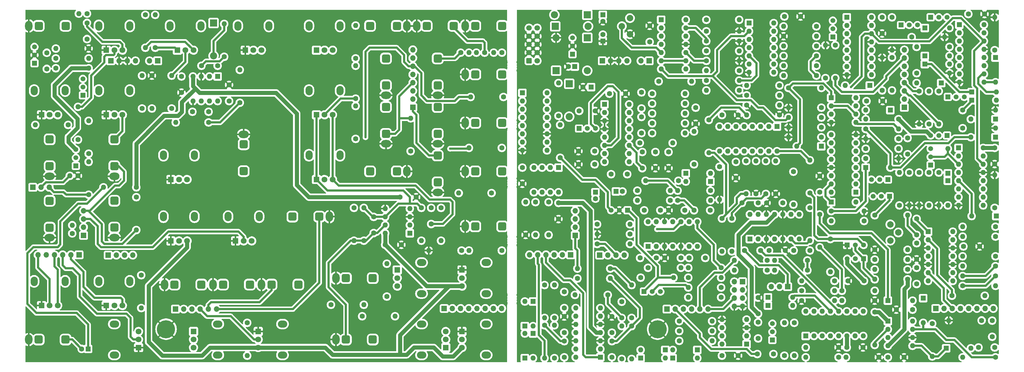
<source format=gbl>
%TF.GenerationSoftware,KiCad,Pcbnew,(6.0.6-0)*%
%TF.CreationDate,2022-11-11T14:24:23+00:00*%
%TF.ProjectId,strata,73747261-7461-42e6-9b69-6361645f7063,r01*%
%TF.SameCoordinates,Original*%
%TF.FileFunction,Copper,L2,Bot*%
%TF.FilePolarity,Positive*%
%FSLAX46Y46*%
G04 Gerber Fmt 4.6, Leading zero omitted, Abs format (unit mm)*
G04 Created by KiCad (PCBNEW (6.0.6-0)) date 2022-11-11 14:24:23*
%MOMM*%
%LPD*%
G01*
G04 APERTURE LIST*
G04 Aperture macros list*
%AMRoundRect*
0 Rectangle with rounded corners*
0 $1 Rounding radius*
0 $2 $3 $4 $5 $6 $7 $8 $9 X,Y pos of 4 corners*
0 Add a 4 corners polygon primitive as box body*
4,1,4,$2,$3,$4,$5,$6,$7,$8,$9,$2,$3,0*
0 Add four circle primitives for the rounded corners*
1,1,$1+$1,$2,$3*
1,1,$1+$1,$4,$5*
1,1,$1+$1,$6,$7*
1,1,$1+$1,$8,$9*
0 Add four rect primitives between the rounded corners*
20,1,$1+$1,$2,$3,$4,$5,0*
20,1,$1+$1,$4,$5,$6,$7,0*
20,1,$1+$1,$6,$7,$8,$9,0*
20,1,$1+$1,$8,$9,$2,$3,0*%
G04 Aperture macros list end*
%TA.AperFunction,ComponentPad*%
%ADD10R,1.600000X1.600000*%
%TD*%
%TA.AperFunction,ComponentPad*%
%ADD11O,1.600000X1.600000*%
%TD*%
%TA.AperFunction,ComponentPad*%
%ADD12C,1.600000*%
%TD*%
%TA.AperFunction,ComponentPad*%
%ADD13R,1.500000X1.500000*%
%TD*%
%TA.AperFunction,ComponentPad*%
%ADD14C,1.500000*%
%TD*%
%TA.AperFunction,ComponentPad*%
%ADD15O,2.200000X2.900000*%
%TD*%
%TA.AperFunction,ComponentPad*%
%ADD16R,1.800000X1.800000*%
%TD*%
%TA.AperFunction,ComponentPad*%
%ADD17C,1.800000*%
%TD*%
%TA.AperFunction,ComponentPad*%
%ADD18R,2.200000X2.200000*%
%TD*%
%TA.AperFunction,ComponentPad*%
%ADD19O,2.200000X2.200000*%
%TD*%
%TA.AperFunction,ComponentPad*%
%ADD20O,2.300000X3.100000*%
%TD*%
%TA.AperFunction,ComponentPad*%
%ADD21RoundRect,0.650000X-0.650000X0.650000X-0.650000X-0.650000X0.650000X-0.650000X0.650000X0.650000X0*%
%TD*%
%TA.AperFunction,ComponentPad*%
%ADD22R,1.700000X1.700000*%
%TD*%
%TA.AperFunction,ComponentPad*%
%ADD23O,1.700000X1.700000*%
%TD*%
%TA.AperFunction,ComponentPad*%
%ADD24O,3.100000X2.300000*%
%TD*%
%TA.AperFunction,ComponentPad*%
%ADD25RoundRect,0.650000X-0.650000X-0.650000X0.650000X-0.650000X0.650000X0.650000X-0.650000X0.650000X0*%
%TD*%
%TA.AperFunction,ComponentPad*%
%ADD26RoundRect,0.650000X0.650000X-0.650000X0.650000X0.650000X-0.650000X0.650000X-0.650000X-0.650000X0*%
%TD*%
%TA.AperFunction,ComponentPad*%
%ADD27O,2.900000X2.200000*%
%TD*%
%TA.AperFunction,ComponentPad*%
%ADD28C,5.600000*%
%TD*%
%TA.AperFunction,ComponentPad*%
%ADD29RoundRect,0.650000X0.650000X0.650000X-0.650000X0.650000X-0.650000X-0.650000X0.650000X-0.650000X0*%
%TD*%
%TA.AperFunction,ComponentPad*%
%ADD30C,2.000000*%
%TD*%
%TA.AperFunction,ComponentPad*%
%ADD31RoundRect,0.250000X-0.600000X-0.600000X0.600000X-0.600000X0.600000X0.600000X-0.600000X0.600000X0*%
%TD*%
%TA.AperFunction,ComponentPad*%
%ADD32C,1.700000*%
%TD*%
%TA.AperFunction,ViaPad*%
%ADD33C,0.762000*%
%TD*%
%TA.AperFunction,Conductor*%
%ADD34C,0.635000*%
%TD*%
%TA.AperFunction,Conductor*%
%ADD35C,1.270000*%
%TD*%
G04 APERTURE END LIST*
D10*
%TO.P,U18,1*%
%TO.N,Net-(C54-Pad2)*%
X311658000Y-103632000D03*
D11*
%TO.P,U18,2,-*%
%TO.N,/Filter CV/RES_CV_ATTV_TOP*%
X311658000Y-106172000D03*
%TO.P,U18,3,+*%
%TO.N,GND*%
X311658000Y-108712000D03*
%TO.P,U18,4,V+*%
%TO.N,VCC*%
X311658000Y-111252000D03*
%TO.P,U18,5,+*%
%TO.N,GND*%
X311658000Y-113792000D03*
%TO.P,U18,6,-*%
%TO.N,/Filter CV/FREQ_CV_ATTV_TOP*%
X311658000Y-116332000D03*
%TO.P,U18,7*%
%TO.N,Net-(C53-Pad2)*%
X311658000Y-118872000D03*
%TO.P,U18,8*%
%TO.N,Net-(R122-Pad1)*%
X319278000Y-118872000D03*
%TO.P,U18,9,-*%
%TO.N,/Filter CV/FREQ_CV_ATTV_BOTTOM*%
X319278000Y-116332000D03*
%TO.P,U18,10,+*%
%TO.N,GND*%
X319278000Y-113792000D03*
%TO.P,U18,11,V-*%
%TO.N,VEE*%
X319278000Y-111252000D03*
%TO.P,U18,12,+*%
%TO.N,GND*%
X319278000Y-108712000D03*
%TO.P,U18,13,-*%
%TO.N,/Filter CV/RES_CV_ATTV_BOTTOM*%
X319278000Y-106172000D03*
%TO.P,U18,14*%
%TO.N,Net-(R121-Pad1)*%
X319278000Y-103632000D03*
%TD*%
D10*
%TO.P,D26,1,K*%
%TO.N,Net-(D23-Pad1)*%
X332740000Y-98806000D03*
D11*
%TO.P,D26,2,A*%
%TO.N,Net-(D26-Pad2)*%
X325120000Y-98806000D03*
%TD*%
D12*
%TO.P,C52,1*%
%TO.N,Net-(C52-Pad1)*%
X51562000Y-44069000D03*
%TO.P,C52,2*%
%TO.N,/Noise/NOISE*%
X51562000Y-39069000D03*
%TD*%
%TO.P,R66,1*%
%TO.N,Net-(J48-PadT)*%
X134112000Y-96266000D03*
D11*
%TO.P,R66,2*%
%TO.N,/CV Mixer/CV_MIX_OUT*%
X134112000Y-106426000D03*
%TD*%
D10*
%TO.P,D31,1,K*%
%TO.N,Net-(D30-Pad1)*%
X310642000Y-49276000D03*
D11*
%TO.P,D31,2,A*%
%TO.N,Net-(D31-Pad2)*%
X318262000Y-49276000D03*
%TD*%
D12*
%TO.P,R1,1*%
%TO.N,Net-(C1-Pad1)*%
X52070000Y-79502000D03*
D11*
%TO.P,R1,2*%
%TO.N,Net-(R1-Pad2)*%
X52070000Y-69342000D03*
%TD*%
D10*
%TO.P,U3,1*%
%TO.N,/Delay/FEEDBACK_SOURCE*%
X210302000Y-142494000D03*
D11*
%TO.P,U3,2,-*%
%TO.N,Net-(C29-Pad2)*%
X210302000Y-139954000D03*
%TO.P,U3,3,+*%
%TO.N,GND*%
X210302000Y-137414000D03*
%TO.P,U3,4,V+*%
%TO.N,VCC*%
X210302000Y-134874000D03*
%TO.P,U3,5,+*%
%TO.N,GND*%
X210302000Y-132334000D03*
%TO.P,U3,6,-*%
%TO.N,Net-(C30-Pad2)*%
X210302000Y-129794000D03*
%TO.P,U3,7*%
%TO.N,Net-(C30-Pad1)*%
X210302000Y-127254000D03*
%TO.P,U3,8*%
%TO.N,Net-(C19-Pad1)*%
X202682000Y-127254000D03*
%TO.P,U3,9,-*%
%TO.N,Net-(C19-Pad2)*%
X202682000Y-129794000D03*
%TO.P,U3,10,+*%
%TO.N,GND*%
X202682000Y-132334000D03*
%TO.P,U3,11,V-*%
%TO.N,VEE*%
X202682000Y-134874000D03*
%TO.P,U3,12,+*%
%TO.N,GND*%
X202682000Y-137414000D03*
%TO.P,U3,13,-*%
%TO.N,Net-(C8-Pad2)*%
X202682000Y-139954000D03*
%TO.P,U3,14*%
%TO.N,/Delay/DRY_AUDIO_SOURCE*%
X202682000Y-142494000D03*
%TD*%
D12*
%TO.P,R34,1*%
%TO.N,Net-(C33-Pad1)*%
X261874000Y-112522000D03*
D11*
%TO.P,R34,2*%
%TO.N,/Filter VCA/AUDIO_INPUT1*%
X251714000Y-112522000D03*
%TD*%
D13*
%TO.P,Q5,1,E*%
%TO.N,Net-(Q5-Pad1)*%
X282194000Y-43434000D03*
D14*
%TO.P,Q5,2,B*%
%TO.N,Net-(Q5-Pad2)*%
X282194000Y-40894000D03*
%TO.P,Q5,3,C*%
%TO.N,VCC*%
X282194000Y-38354000D03*
%TD*%
D15*
%TO.P,RV2,*%
%TO.N,*%
X35200000Y-60000000D03*
X44800000Y-60000000D03*
D16*
%TO.P,RV2,1,1*%
%TO.N,GND*%
X37500000Y-67500000D03*
D17*
%TO.P,RV2,2,2*%
%TO.N,Net-(R2-Pad2)*%
X40000000Y-67500000D03*
%TO.P,RV2,3,3*%
%TO.N,Net-(J3-PadT)*%
X42500000Y-67500000D03*
%TD*%
D12*
%TO.P,R37,1*%
%TO.N,Net-(R36-Pad1)*%
X270002000Y-85090000D03*
D11*
%TO.P,R37,2*%
%TO.N,Net-(R37-Pad2)*%
X270002000Y-95250000D03*
%TD*%
D12*
%TO.P,R101,1*%
%TO.N,Net-(D24-Pad1)*%
X314960000Y-85344000D03*
D11*
%TO.P,R101,2*%
%TO.N,GND*%
X314960000Y-95504000D03*
%TD*%
D15*
%TO.P,RV11,*%
%TO.N,*%
X104800000Y-99000000D03*
X95200000Y-99000000D03*
D16*
%TO.P,RV11,1,1*%
%TO.N,GND*%
X97500000Y-106500000D03*
D17*
%TO.P,RV11,2,2*%
%TO.N,Net-(J5-Pad3)*%
X100000000Y-106500000D03*
%TO.P,RV11,3,3*%
%TO.N,Net-(J16-PadT)*%
X102500000Y-106500000D03*
%TD*%
D12*
%TO.P,R152,1*%
%TO.N,Net-(Q16-Pad3)*%
X197866000Y-80772000D03*
D11*
%TO.P,R152,2*%
%TO.N,/Delay CV/DELAY_CTRL*%
X197866000Y-70612000D03*
%TD*%
D12*
%TO.P,R32,1*%
%TO.N,Net-(J35-Pad8)*%
X179832000Y-109474000D03*
D11*
%TO.P,R32,2*%
%TO.N,Net-(J27-PadT)*%
X169672000Y-109474000D03*
%TD*%
D12*
%TO.P,R54,1*%
%TO.N,Net-(R54-Pad1)*%
X255397000Y-81788000D03*
D11*
%TO.P,R54,2*%
%TO.N,Net-(C34-Pad2)*%
X255397000Y-91948000D03*
%TD*%
D12*
%TO.P,R104,1*%
%TO.N,Net-(D27-Pad1)*%
X300482000Y-37338000D03*
D11*
%TO.P,R104,2*%
%TO.N,GND*%
X300482000Y-47498000D03*
%TD*%
D12*
%TO.P,R126,1*%
%TO.N,/Filter CV/FREQ_CV_ATTV_TOP*%
X332486000Y-117348000D03*
D11*
%TO.P,R126,2*%
%TO.N,Net-(R122-Pad1)*%
X322326000Y-117348000D03*
%TD*%
D18*
%TO.P,D3,1,K*%
%TO.N,Net-(D3-Pad1)*%
X196342000Y-40132000D03*
D19*
%TO.P,D3,2,A*%
%TO.N,VEE*%
X206502000Y-40132000D03*
%TD*%
D10*
%TO.P,U16,1,Q5*%
%TO.N,unconnected-(U16-Pad1)*%
X286512000Y-37338000D03*
D11*
%TO.P,U16,2,Q1*%
%TO.N,unconnected-(U16-Pad2)*%
X286512000Y-39878000D03*
%TO.P,U16,3,Q0*%
%TO.N,Net-(Q5-Pad2)*%
X286512000Y-42418000D03*
%TO.P,U16,4,Q2*%
%TO.N,unconnected-(U16-Pad4)*%
X286512000Y-44958000D03*
%TO.P,U16,5,Q6*%
%TO.N,unconnected-(U16-Pad5)*%
X286512000Y-47498000D03*
%TO.P,U16,6,Q7*%
%TO.N,Net-(D28-Pad2)*%
X286512000Y-50038000D03*
%TO.P,U16,7,Q3*%
%TO.N,unconnected-(U16-Pad7)*%
X286512000Y-52578000D03*
%TO.P,U16,8,VSS*%
%TO.N,GND*%
X286512000Y-55118000D03*
%TO.P,U16,9,Q8*%
%TO.N,unconnected-(U16-Pad9)*%
X294132000Y-55118000D03*
%TO.P,U16,10,Q4*%
%TO.N,unconnected-(U16-Pad10)*%
X294132000Y-52578000D03*
%TO.P,U16,11,Q9*%
%TO.N,unconnected-(U16-Pad11)*%
X294132000Y-50038000D03*
%TO.P,U16,12,Cout*%
%TO.N,unconnected-(U16-Pad12)*%
X294132000Y-47498000D03*
%TO.P,U16,13,CKEN*%
%TO.N,GND*%
X294132000Y-44958000D03*
%TO.P,U16,14,CLK*%
%TO.N,Net-(D22-Pad1)*%
X294132000Y-42418000D03*
%TO.P,U16,15,Reset*%
%TO.N,Net-(D27-Pad1)*%
X294132000Y-39878000D03*
%TO.P,U16,16,VDD*%
%TO.N,VCC*%
X294132000Y-37338000D03*
%TD*%
D20*
%TO.P,J26,S,Sleeve*%
%TO.N,GND*%
X75520000Y-120000000D03*
D21*
%TO.P,J26,T,Tip*%
%TO.N,Net-(J26-PadT)*%
X86920000Y-120000000D03*
%TO.P,J26,TN,Tip_normalize*%
%TO.N,Net-(J26-PadTN)*%
X78620000Y-120000000D03*
%TD*%
D12*
%TO.P,C36,1*%
%TO.N,VCC*%
X262462000Y-109474000D03*
%TO.P,C36,2*%
%TO.N,GND*%
X267462000Y-109474000D03*
%TD*%
D15*
%TO.P,RV9,*%
%TO.N,*%
X84800000Y-80000000D03*
X75200000Y-80000000D03*
D16*
%TO.P,RV9,1,1*%
%TO.N,GND*%
X77500000Y-87500000D03*
D17*
%TO.P,RV9,2,2*%
%TO.N,Net-(J12-Pad4)*%
X80000000Y-87500000D03*
%TO.P,RV9,3,3*%
%TO.N,Net-(J12-Pad3)*%
X82500000Y-87500000D03*
%TD*%
D12*
%TO.P,C72,1*%
%TO.N,Net-(C72-Pad1)*%
X86948000Y-52324000D03*
%TO.P,C72,2*%
%TO.N,Net-(C72-Pad2)*%
X91948000Y-52324000D03*
%TD*%
D10*
%TO.P,D35,1,K*%
%TO.N,Net-(D35-Pad1)*%
X325120000Y-62992000D03*
D11*
%TO.P,D35,2,A*%
%TO.N,Net-(D32-Pad2)*%
X332740000Y-62992000D03*
%TD*%
D10*
%TO.P,U9,1*%
%TO.N,Net-(R63-Pad1)*%
X273812000Y-135890000D03*
D11*
%TO.P,U9,2,DIODE_BIAS*%
%TO.N,unconnected-(U9-Pad2)*%
X276352000Y-135890000D03*
%TO.P,U9,3,+*%
%TO.N,Net-(R62-Pad2)*%
X278892000Y-135890000D03*
%TO.P,U9,4,-*%
%TO.N,Net-(R60-Pad1)*%
X281432000Y-135890000D03*
%TO.P,U9,5*%
%TO.N,Net-(R64-Pad2)*%
X283972000Y-135890000D03*
%TO.P,U9,6,V-*%
%TO.N,VEE*%
X286512000Y-135890000D03*
%TO.P,U9,7*%
%TO.N,unconnected-(U9-Pad7)*%
X289052000Y-135890000D03*
%TO.P,U9,8*%
%TO.N,unconnected-(U9-Pad8)*%
X291592000Y-135890000D03*
%TO.P,U9,9*%
%TO.N,unconnected-(U9-Pad9)*%
X291592000Y-128270000D03*
%TO.P,U9,10*%
%TO.N,unconnected-(U9-Pad10)*%
X289052000Y-128270000D03*
%TO.P,U9,11,V+*%
%TO.N,VCC*%
X286512000Y-128270000D03*
%TO.P,U9,12*%
%TO.N,Net-(C34-Pad1)*%
X283972000Y-128270000D03*
%TO.P,U9,13,-*%
%TO.N,Net-(D17-Pad2)*%
X281432000Y-128270000D03*
%TO.P,U9,14,+*%
%TO.N,Net-(R49-Pad2)*%
X278892000Y-128270000D03*
%TO.P,U9,15,DIODE_BIAS*%
%TO.N,unconnected-(U9-Pad15)*%
X276352000Y-128270000D03*
%TO.P,U9,16*%
%TO.N,Net-(R51-Pad2)*%
X273812000Y-128270000D03*
%TD*%
D12*
%TO.P,R76,1*%
%TO.N,GND*%
X266954000Y-43180000D03*
D11*
%TO.P,R76,2*%
%TO.N,Net-(R70-Pad1)*%
X277114000Y-43180000D03*
%TD*%
D12*
%TO.P,R2,1*%
%TO.N,Net-(C1-Pad1)*%
X45720000Y-70612000D03*
D11*
%TO.P,R2,2*%
%TO.N,Net-(R2-Pad2)*%
X35560000Y-70612000D03*
%TD*%
D12*
%TO.P,R64,1*%
%TO.N,/Filter VCA/VCA_OUTPUT*%
X295148000Y-128524000D03*
D11*
%TO.P,R64,2*%
%TO.N,Net-(R64-Pad2)*%
X295148000Y-138684000D03*
%TD*%
D12*
%TO.P,R134,1*%
%TO.N,/VCA CV/VCA_CV_ATTV_TOP*%
X234696000Y-137414000D03*
D11*
%TO.P,R134,2*%
%TO.N,Net-(R133-Pad1)*%
X244856000Y-137414000D03*
%TD*%
D12*
%TO.P,R155,1*%
%TO.N,/CV Mixer/CV_MIX_OUT*%
X137160000Y-106426000D03*
D11*
%TO.P,R155,2*%
%TO.N,Net-(C2-Pad2)*%
X137160000Y-96266000D03*
%TD*%
D12*
%TO.P,R160,1*%
%TO.N,VEE*%
X66802000Y-89916000D03*
D11*
%TO.P,R160,2*%
%TO.N,Net-(C73-Pad1)*%
X56642000Y-89916000D03*
%TD*%
D12*
%TO.P,R96,1*%
%TO.N,Net-(D20-Pad2)*%
X292354000Y-71882000D03*
D11*
%TO.P,R96,2*%
%TO.N,Net-(R89-Pad1)*%
X302514000Y-71882000D03*
%TD*%
D12*
%TO.P,R154,1*%
%TO.N,Net-(C2-Pad2)*%
X154940000Y-96266000D03*
D11*
%TO.P,R154,2*%
%TO.N,Net-(R154-Pad2)*%
X154940000Y-106426000D03*
%TD*%
D12*
%TO.P,R22,1*%
%TO.N,Net-(C24-Pad1)*%
X226314000Y-67056000D03*
D11*
%TO.P,R22,2*%
%TO.N,Net-(C27-Pad2)*%
X236474000Y-67056000D03*
%TD*%
D22*
%TO.P,J53,1,Pin_1*%
%TO.N,VCC*%
X210900000Y-50800000D03*
D23*
%TO.P,J53,2,Pin_2*%
%TO.N,GND*%
X213440000Y-50800000D03*
%TO.P,J53,3,Pin_3*%
X215980000Y-50800000D03*
%TO.P,J53,4,Pin_4*%
%TO.N,VEE*%
X218520000Y-50800000D03*
%TD*%
D13*
%TO.P,Q14,1,E*%
%TO.N,Net-(Q14-Pad1)*%
X263504000Y-137160000D03*
D14*
%TO.P,Q14,2,B*%
%TO.N,Net-(C57-Pad2)*%
X263504000Y-134620000D03*
%TO.P,Q14,3,C*%
%TO.N,/Filter VCA/I_VCA*%
X263504000Y-132080000D03*
%TD*%
D12*
%TO.P,R28,1*%
%TO.N,Net-(C30-Pad2)*%
X212598000Y-123190000D03*
D11*
%TO.P,R28,2*%
%TO.N,/Delay/DRY_AUDIO_MIX*%
X202438000Y-123190000D03*
%TD*%
D12*
%TO.P,R139,1*%
%TO.N,Net-(D37-Pad2)*%
X244348000Y-90932000D03*
D11*
%TO.P,R139,2*%
%TO.N,/Delay CV/TIME_CV_ATTV_TOP*%
X234188000Y-90932000D03*
%TD*%
D12*
%TO.P,C14,1*%
%TO.N,GND*%
X203534000Y-78740000D03*
%TO.P,C14,2*%
%TO.N,Net-(C14-Pad2)*%
X208534000Y-78740000D03*
%TD*%
D10*
%TO.P,D18,1,K*%
%TO.N,Net-(D17-Pad1)*%
X262128000Y-126492000D03*
D11*
%TO.P,D18,2,A*%
%TO.N,Net-(D18-Pad2)*%
X269748000Y-126492000D03*
%TD*%
D13*
%TO.P,U2,1,VO*%
%TO.N,+5V*%
X201676000Y-48768000D03*
D14*
%TO.P,U2,2,GND*%
%TO.N,GND*%
X201676000Y-46228000D03*
%TO.P,U2,3,VI*%
%TO.N,VCC*%
X201676000Y-43688000D03*
%TD*%
D12*
%TO.P,C29,1*%
%TO.N,/Delay/FEEDBACK_SOURCE*%
X213868000Y-142494000D03*
%TO.P,C29,2*%
%TO.N,Net-(C29-Pad2)*%
X213868000Y-137494000D03*
%TD*%
D10*
%TO.P,U5,1,VCC*%
%TO.N,+5V*%
X211592000Y-64252000D03*
D11*
%TO.P,U5,2,REF*%
%TO.N,Net-(C15-Pad1)*%
X211592000Y-66792000D03*
%TO.P,U5,3,AGND*%
%TO.N,GND*%
X211592000Y-69332000D03*
%TO.P,U5,4,DGND*%
X211592000Y-71872000D03*
%TO.P,U5,5,CLK_O*%
%TO.N,Net-(U5-Pad5)*%
X211592000Y-74412000D03*
%TO.P,U5,6,VCO*%
%TO.N,Net-(Q1-Pad3)*%
X211592000Y-76952000D03*
%TO.P,U5,7,CC1*%
%TO.N,Net-(C14-Pad2)*%
X211592000Y-79492000D03*
%TO.P,U5,8,CC0*%
%TO.N,Net-(C18-Pad2)*%
X211592000Y-82032000D03*
%TO.P,U5,9,OP1-OUT*%
%TO.N,Net-(C20-Pad1)*%
X219212000Y-82032000D03*
%TO.P,U5,10,OP1-IN*%
%TO.N,Net-(C20-Pad2)*%
X219212000Y-79492000D03*
%TO.P,U5,11,OP2-IN*%
%TO.N,Net-(C23-Pad1)*%
X219212000Y-76952000D03*
%TO.P,U5,12,OP2-OUT*%
%TO.N,Net-(C23-Pad2)*%
X219212000Y-74412000D03*
%TO.P,U5,13,LPF2-IN*%
%TO.N,Net-(C24-Pad2)*%
X219212000Y-71872000D03*
%TO.P,U5,14,LPF2-OUT*%
%TO.N,Net-(C24-Pad1)*%
X219212000Y-69332000D03*
%TO.P,U5,15,LPF1-OUT*%
%TO.N,Net-(C21-Pad1)*%
X219212000Y-66792000D03*
%TO.P,U5,16,LPF1-IN*%
%TO.N,Net-(C21-Pad2)*%
X219212000Y-64252000D03*
%TD*%
D12*
%TO.P,C70,1*%
%TO.N,GND*%
X278130000Y-86440000D03*
%TO.P,C70,2*%
%TO.N,VCC*%
X278130000Y-91440000D03*
%TD*%
%TO.P,R75,1*%
%TO.N,Net-(R75-Pad1)*%
X243078000Y-47752000D03*
D11*
%TO.P,R75,2*%
%TO.N,Net-(R75-Pad2)*%
X253238000Y-47752000D03*
%TD*%
D10*
%TO.P,D5,1,K*%
%TO.N,Net-(D5-Pad1)*%
X186944000Y-132842000D03*
D11*
%TO.P,D5,2,A*%
%TO.N,Net-(C8-Pad2)*%
X186944000Y-125222000D03*
%TD*%
D12*
%TO.P,R51,1*%
%TO.N,/Filter CV/I_FREQ*%
X281432000Y-105918000D03*
D11*
%TO.P,R51,2*%
%TO.N,Net-(R51-Pad2)*%
X281432000Y-116078000D03*
%TD*%
D12*
%TO.P,R173,1*%
%TO.N,Net-(J30-PadT)*%
X179861000Y-48260000D03*
D11*
%TO.P,R173,2*%
%TO.N,Net-(J15-Pad8)*%
X177321000Y-48260000D03*
%TD*%
D12*
%TO.P,C39,1*%
%TO.N,GND*%
X252904000Y-67564000D03*
%TO.P,C39,2*%
%TO.N,VEE*%
X247904000Y-67564000D03*
%TD*%
%TO.P,C5,1*%
%TO.N,GND*%
X297434000Y-42338000D03*
%TO.P,C5,2*%
%TO.N,VCC*%
X297434000Y-37338000D03*
%TD*%
%TO.P,R10,1*%
%TO.N,/Delay/AUDIO_IN*%
X190246000Y-94488000D03*
D11*
%TO.P,R10,2*%
%TO.N,Net-(C8-Pad2)*%
X190246000Y-104648000D03*
%TD*%
D12*
%TO.P,R132,1*%
%TO.N,VEE*%
X305308000Y-118364000D03*
D11*
%TO.P,R132,2*%
%TO.N,Net-(Q12-Pad1)*%
X295148000Y-118364000D03*
%TD*%
D10*
%TO.P,D11,1,K*%
%TO.N,Net-(C29-Pad2)*%
X240284000Y-140208000D03*
D11*
%TO.P,D11,2,A*%
%TO.N,Net-(D11-Pad2)*%
X232664000Y-140208000D03*
%TD*%
D12*
%TO.P,R36,1*%
%TO.N,Net-(R36-Pad1)*%
X275082000Y-96266000D03*
D11*
%TO.P,R36,2*%
%TO.N,Net-(C33-Pad1)*%
X275082000Y-106426000D03*
%TD*%
D12*
%TO.P,C24,1*%
%TO.N,Net-(C24-Pad1)*%
X223012000Y-68152000D03*
%TO.P,C24,2*%
%TO.N,Net-(C24-Pad2)*%
X223012000Y-73152000D03*
%TD*%
%TO.P,R14,1*%
%TO.N,/Delay/DRY_AUDIO_SOURCE*%
X196088000Y-142748000D03*
D11*
%TO.P,R14,2*%
%TO.N,Net-(C19-Pad2)*%
X196088000Y-132588000D03*
%TD*%
D13*
%TO.P,Q15,1,E*%
%TO.N,Net-(Q15-Pad1)*%
X223774000Y-122174000D03*
D14*
%TO.P,Q15,2,B*%
%TO.N,Net-(Q15-Pad2)*%
X226314000Y-122174000D03*
%TO.P,Q15,3,C*%
%TO.N,Net-(C63-Pad1)*%
X228854000Y-122174000D03*
%TD*%
D12*
%TO.P,C12,1*%
%TO.N,GND*%
X199136000Y-129874000D03*
%TO.P,C12,2*%
%TO.N,VEE*%
X199136000Y-134874000D03*
%TD*%
D10*
%TO.P,D37,1,K*%
%TO.N,Net-(C60-Pad2)*%
X236728000Y-85598000D03*
D11*
%TO.P,D37,2,A*%
%TO.N,Net-(D37-Pad2)*%
X244348000Y-85598000D03*
%TD*%
D10*
%TO.P,U15,1,Q5*%
%TO.N,unconnected-(U15-Pad1)*%
X321056000Y-77724000D03*
D11*
%TO.P,U15,2,Q1*%
%TO.N,unconnected-(U15-Pad2)*%
X321056000Y-80264000D03*
%TO.P,U15,3,Q0*%
%TO.N,Net-(D25-Pad2)*%
X321056000Y-82804000D03*
%TO.P,U15,4,Q2*%
%TO.N,unconnected-(U15-Pad4)*%
X321056000Y-85344000D03*
%TO.P,U15,5,Q6*%
%TO.N,Net-(D26-Pad2)*%
X321056000Y-87884000D03*
%TO.P,U15,6,Q7*%
%TO.N,unconnected-(U15-Pad6)*%
X321056000Y-90424000D03*
%TO.P,U15,7,Q3*%
%TO.N,Net-(D24-Pad2)*%
X321056000Y-92964000D03*
%TO.P,U15,8,VSS*%
%TO.N,GND*%
X321056000Y-95504000D03*
%TO.P,U15,9,Q8*%
%TO.N,unconnected-(U15-Pad9)*%
X328676000Y-95504000D03*
%TO.P,U15,10,Q4*%
%TO.N,unconnected-(U15-Pad10)*%
X328676000Y-92964000D03*
%TO.P,U15,11,Q9*%
%TO.N,unconnected-(U15-Pad11)*%
X328676000Y-90424000D03*
%TO.P,U15,12,Cout*%
%TO.N,unconnected-(U15-Pad12)*%
X328676000Y-87884000D03*
%TO.P,U15,13,CKEN*%
%TO.N,GND*%
X328676000Y-85344000D03*
%TO.P,U15,14,CLK*%
%TO.N,Net-(D22-Pad1)*%
X328676000Y-82804000D03*
%TO.P,U15,15,Reset*%
%TO.N,Net-(D23-Pad1)*%
X328676000Y-80264000D03*
%TO.P,U15,16,VDD*%
%TO.N,VCC*%
X328676000Y-77724000D03*
%TD*%
D12*
%TO.P,R147,1*%
%TO.N,Net-(C62-Pad2)*%
X247650000Y-123952000D03*
D11*
%TO.P,R147,2*%
%TO.N,VCC*%
X237490000Y-123952000D03*
%TD*%
D12*
%TO.P,R163,1*%
%TO.N,Net-(J50-PadT)*%
X66802000Y-92964000D03*
D11*
%TO.P,R163,2*%
%TO.N,Net-(J2-PadTN)*%
X66802000Y-103124000D03*
%TD*%
D12*
%TO.P,R113,1*%
%TO.N,Net-(D35-Pad1)*%
X322326000Y-66040000D03*
D11*
%TO.P,R113,2*%
%TO.N,GND*%
X332486000Y-66040000D03*
%TD*%
D12*
%TO.P,R67,1*%
%TO.N,Net-(R67-Pad1)*%
X243078000Y-38100000D03*
D11*
%TO.P,R67,2*%
%TO.N,VCC*%
X253238000Y-38100000D03*
%TD*%
D24*
%TO.P,J19,S,Sleeve*%
%TO.N,GND*%
X160000000Y-76480000D03*
D25*
%TO.P,J19,T,Tip*%
%TO.N,Net-(J19-PadT)*%
X160000000Y-65080000D03*
%TO.P,J19,TN,Tip_normalize*%
%TO.N,unconnected-(J19-PadTN)*%
X160000000Y-73380000D03*
%TD*%
D12*
%TO.P,R39,1*%
%TO.N,Net-(C33-Pad2)*%
X274320000Y-112522000D03*
D11*
%TO.P,R39,2*%
%TO.N,Net-(C33-Pad1)*%
X264160000Y-112522000D03*
%TD*%
D12*
%TO.P,R162,1*%
%TO.N,GND*%
X48768000Y-86360000D03*
D11*
%TO.P,R162,2*%
%TO.N,Net-(J39-Pad2)*%
X46228000Y-86360000D03*
%TD*%
D12*
%TO.P,R24,1*%
%TO.N,/Delay/DELAY_WET_MIX*%
X203200000Y-118110000D03*
D11*
%TO.P,R24,2*%
%TO.N,Net-(C29-Pad2)*%
X213360000Y-118110000D03*
%TD*%
D12*
%TO.P,R157,1*%
%TO.N,Net-(C72-Pad1)*%
X93980000Y-49530000D03*
D11*
%TO.P,R157,2*%
%TO.N,Net-(C72-Pad2)*%
X93980000Y-39370000D03*
%TD*%
D13*
%TO.P,Q13,1,E*%
%TO.N,GND*%
X286620000Y-107802000D03*
D14*
%TO.P,Q13,2,B*%
%TO.N,Net-(Q12-Pad1)*%
X289160000Y-107802000D03*
%TO.P,Q13,3,C*%
%TO.N,/Filter CV/I_FREQ*%
X291700000Y-107802000D03*
%TD*%
D12*
%TO.P,R12,1*%
%TO.N,Net-(C9-Pad1)*%
X197358000Y-67818000D03*
D11*
%TO.P,R12,2*%
%TO.N,+5V*%
X197358000Y-57658000D03*
%TD*%
D12*
%TO.P,C59,1*%
%TO.N,GND*%
X259080000Y-124032000D03*
%TO.P,C59,2*%
%TO.N,VEE*%
X259080000Y-129032000D03*
%TD*%
%TO.P,R166,1*%
%TO.N,Net-(J18-PadT)*%
X176657000Y-91694000D03*
D11*
%TO.P,R166,2*%
%TO.N,Net-(J15-Pad2)*%
X166497000Y-91694000D03*
%TD*%
D12*
%TO.P,R169,1*%
%TO.N,Net-(J24-PadT)*%
X167103000Y-48260000D03*
D11*
%TO.P,R169,2*%
%TO.N,/CV Mixer/CV_MIX_IN_2*%
X169643000Y-48260000D03*
%TD*%
D10*
%TO.P,D27,1,K*%
%TO.N,Net-(D27-Pad1)*%
X299974000Y-66040000D03*
D11*
%TO.P,D27,2,A*%
%TO.N,Net-(D20-Pad2)*%
X292354000Y-66040000D03*
%TD*%
D10*
%TO.P,U17,1,Q5*%
%TO.N,unconnected-(U17-Pad1)*%
X321310000Y-39624000D03*
D11*
%TO.P,U17,2,Q1*%
%TO.N,unconnected-(U17-Pad2)*%
X321310000Y-42164000D03*
%TO.P,U17,3,Q0*%
%TO.N,Net-(D34-Pad2)*%
X321310000Y-44704000D03*
%TO.P,U17,4,Q2*%
%TO.N,Net-(D31-Pad2)*%
X321310000Y-47244000D03*
%TO.P,U17,5,Q6*%
%TO.N,Net-(D30-Pad2)*%
X321310000Y-49784000D03*
%TO.P,U17,6,Q7*%
%TO.N,unconnected-(U17-Pad6)*%
X321310000Y-52324000D03*
%TO.P,U17,7,Q3*%
%TO.N,unconnected-(U17-Pad7)*%
X321310000Y-54864000D03*
%TO.P,U17,8,VSS*%
%TO.N,GND*%
X321310000Y-57404000D03*
%TO.P,U17,9,Q8*%
%TO.N,Net-(D33-Pad2)*%
X328930000Y-57404000D03*
%TO.P,U17,10,Q4*%
%TO.N,Net-(D32-Pad2)*%
X328930000Y-54864000D03*
%TO.P,U17,11,Q9*%
%TO.N,unconnected-(U17-Pad11)*%
X328930000Y-52324000D03*
%TO.P,U17,12,Cout*%
%TO.N,unconnected-(U17-Pad12)*%
X328930000Y-49784000D03*
%TO.P,U17,13,CKEN*%
%TO.N,GND*%
X328930000Y-47244000D03*
%TO.P,U17,14,CLK*%
%TO.N,Net-(D22-Pad1)*%
X328930000Y-44704000D03*
%TO.P,U17,15,Reset*%
%TO.N,Net-(D29-Pad1)*%
X328930000Y-42164000D03*
%TO.P,U17,16,VDD*%
%TO.N,VCC*%
X328930000Y-39624000D03*
%TD*%
D12*
%TO.P,R158,1*%
%TO.N,VCC*%
X69596000Y-36576000D03*
D11*
%TO.P,R158,2*%
%TO.N,Net-(R158-Pad2)*%
X69596000Y-46736000D03*
%TD*%
D24*
%TO.P,J2,S,Sleeve*%
%TO.N,GND*%
X60000000Y-86480000D03*
D25*
%TO.P,J2,T,Tip*%
%TO.N,Net-(J2-PadT)*%
X60000000Y-75080000D03*
%TO.P,J2,TN,Tip_normalize*%
%TO.N,Net-(J2-PadTN)*%
X60000000Y-83380000D03*
%TD*%
D12*
%TO.P,R119,1*%
%TO.N,Net-(C52-Pad1)*%
X68580000Y-65532000D03*
D11*
%TO.P,R119,2*%
%TO.N,VCC*%
X68580000Y-55372000D03*
%TD*%
D12*
%TO.P,R144,1*%
%TO.N,Net-(C61-Pad2)*%
X231902000Y-93980000D03*
D11*
%TO.P,R144,2*%
%TO.N,/Delay CV/TIME*%
X221742000Y-93980000D03*
%TD*%
D12*
%TO.P,C38,1*%
%TO.N,VCC*%
X252222000Y-82042000D03*
%TO.P,C38,2*%
%TO.N,GND*%
X252222000Y-87042000D03*
%TD*%
D10*
%TO.P,D30,1,K*%
%TO.N,Net-(D30-Pad1)*%
X310642000Y-51816000D03*
D11*
%TO.P,D30,2,A*%
%TO.N,Net-(D30-Pad2)*%
X318262000Y-51816000D03*
%TD*%
D10*
%TO.P,D23,1,K*%
%TO.N,Net-(D23-Pad1)*%
X332486000Y-74422000D03*
D11*
%TO.P,D23,2,A*%
%TO.N,Net-(D20-Pad2)*%
X324866000Y-74422000D03*
%TD*%
D12*
%TO.P,R136,1*%
%TO.N,Net-(Q14-Pad1)*%
X267208000Y-141986000D03*
D11*
%TO.P,R136,2*%
%TO.N,/VCA CV/VCA_CV_ATTV_TOP*%
X267208000Y-131826000D03*
%TD*%
D12*
%TO.P,R11,1*%
%TO.N,Net-(C8-Pad2)*%
X193040000Y-132588000D03*
D11*
%TO.P,R11,2*%
%TO.N,/Delay/DRY_AUDIO_SOURCE*%
X193040000Y-142748000D03*
%TD*%
D12*
%TO.P,C1,1*%
%TO.N,Net-(C1-Pad1)*%
X84154000Y-66548000D03*
%TO.P,C1,2*%
%TO.N,Net-(C1-Pad2)*%
X89154000Y-66548000D03*
%TD*%
%TO.P,R167,1*%
%TO.N,Net-(J19-PadT)*%
X151638000Y-78740000D03*
D11*
%TO.P,R167,2*%
%TO.N,/CV Mixer/CV_MIX_IN_1*%
X151638000Y-68580000D03*
%TD*%
D12*
%TO.P,C40,1*%
%TO.N,/Filter VCA/VCA_INPUT*%
X258826000Y-141478000D03*
%TO.P,C40,2*%
%TO.N,Net-(C40-Pad2)*%
X263826000Y-141478000D03*
%TD*%
D10*
%TO.P,D38,1,K*%
%TO.N,Net-(D37-Pad2)*%
X244348000Y-88138000D03*
D11*
%TO.P,D38,2,A*%
%TO.N,Net-(C60-Pad2)*%
X236728000Y-88138000D03*
%TD*%
D12*
%TO.P,R141,1*%
%TO.N,/Delay CV/TIME_CV_ATTV_TOP*%
X209296000Y-107442000D03*
D11*
%TO.P,R141,2*%
%TO.N,/Delay CV/TIME_CV_ATTV_MID*%
X219456000Y-107442000D03*
%TD*%
D13*
%TO.P,Q10,1,E*%
%TO.N,Net-(Q10-Pad1)*%
X50292000Y-61468000D03*
D14*
%TO.P,Q10,2,B*%
%TO.N,Net-(C51-Pad2)*%
X50292000Y-58928000D03*
%TO.P,Q10,3,C*%
%TO.N,Net-(C52-Pad1)*%
X50292000Y-56388000D03*
%TD*%
D12*
%TO.P,R18,1*%
%TO.N,Net-(C22-Pad2)*%
X239268000Y-82804000D03*
D11*
%TO.P,R18,2*%
%TO.N,Net-(C25-Pad2)*%
X239268000Y-72644000D03*
%TD*%
D20*
%TO.P,J25,S,Sleeve*%
%TO.N,GND*%
X168520000Y-55000000D03*
D21*
%TO.P,J25,T,Tip*%
%TO.N,Net-(J25-PadT)*%
X179920000Y-55000000D03*
%TO.P,J25,TN,Tip_normalize*%
%TO.N,unconnected-(J25-PadTN)*%
X171620000Y-55000000D03*
%TD*%
D12*
%TO.P,C64,1*%
%TO.N,VCC*%
X235204000Y-111760000D03*
%TO.P,C64,2*%
%TO.N,GND*%
X230204000Y-111760000D03*
%TD*%
%TO.P,R107,1*%
%TO.N,Net-(D29-Pad1)*%
X332232000Y-47498000D03*
D11*
%TO.P,R107,2*%
%TO.N,GND*%
X332232000Y-37338000D03*
%TD*%
D12*
%TO.P,R103,1*%
%TO.N,/Sub Dividers/DIV6*%
X308864000Y-85344000D03*
D11*
%TO.P,R103,2*%
%TO.N,GND*%
X308864000Y-95504000D03*
%TD*%
D12*
%TO.P,R16,1*%
%TO.N,Net-(C21-Pad2)*%
X226314000Y-60960000D03*
D11*
%TO.P,R16,2*%
%TO.N,Net-(C25-Pad2)*%
X236474000Y-60960000D03*
%TD*%
D24*
%TO.P,J24,S,Sleeve*%
%TO.N,GND*%
X160000000Y-61480000D03*
D25*
%TO.P,J24,T,Tip*%
%TO.N,Net-(J24-PadT)*%
X160000000Y-50080000D03*
%TO.P,J24,TN,Tip_normalize*%
%TO.N,unconnected-(J24-PadTN)*%
X160000000Y-58380000D03*
%TD*%
D12*
%TO.P,R49,1*%
%TO.N,GND*%
X272542000Y-124968000D03*
D11*
%TO.P,R49,2*%
%TO.N,Net-(R49-Pad2)*%
X282702000Y-124968000D03*
%TD*%
D20*
%TO.P,J48,S,Sleeve*%
%TO.N,GND*%
X150480000Y-85000000D03*
D26*
%TO.P,J48,T,Tip*%
%TO.N,Net-(J48-PadT)*%
X139080000Y-85000000D03*
%TO.P,J48,TN,Tip_normalize*%
%TO.N,unconnected-(J48-PadTN)*%
X147380000Y-85000000D03*
%TD*%
D10*
%TO.P,U11,1*%
%TO.N,Net-(RV21-Pad1)*%
X229108000Y-38100000D03*
D11*
%TO.P,U11,2,-*%
X229108000Y-40640000D03*
%TO.P,U11,3,+*%
%TO.N,/Main Divider/DIVISION*%
X229108000Y-43180000D03*
%TO.P,U11,4,V+*%
%TO.N,VCC*%
X229108000Y-45720000D03*
%TO.P,U11,5,+*%
%TO.N,Net-(RV21-Pad2)*%
X229108000Y-48260000D03*
%TO.P,U11,6,-*%
%TO.N,Net-(U11-Pad6)*%
X229108000Y-50800000D03*
%TO.P,U11,7*%
%TO.N,/Main Divider/OUT*%
X229108000Y-53340000D03*
%TO.P,U11,8*%
%TO.N,Net-(U11-Pad6)*%
X236728000Y-53340000D03*
%TO.P,U11,9,-*%
X236728000Y-50800000D03*
%TO.P,U11,10,+*%
%TO.N,Net-(R75-Pad1)*%
X236728000Y-48260000D03*
%TO.P,U11,11,V-*%
%TO.N,GND*%
X236728000Y-45720000D03*
%TO.P,U11,12,+*%
%TO.N,Net-(R67-Pad1)*%
X236728000Y-43180000D03*
%TO.P,U11,13,-*%
%TO.N,Net-(R65-Pad2)*%
X236728000Y-40640000D03*
%TO.P,U11,14*%
%TO.N,Net-(U11-Pad14)*%
X236728000Y-38100000D03*
%TD*%
D24*
%TO.P,J22,S,Sleeve*%
%TO.N,GND*%
X144000000Y-61480000D03*
D25*
%TO.P,J22,T,Tip*%
%TO.N,Net-(J22-PadT)*%
X144000000Y-50080000D03*
%TO.P,J22,TN,Tip_normalize*%
%TO.N,/CV Mixer/CV_MIX_IN_2*%
X144000000Y-58380000D03*
%TD*%
D13*
%TO.P,Q4,1,E*%
%TO.N,Net-(Q4-Pad1)*%
X312420000Y-83058000D03*
D14*
%TO.P,Q4,2,B*%
%TO.N,Net-(D25-Pad2)*%
X312420000Y-80518000D03*
%TO.P,Q4,3,C*%
%TO.N,VCC*%
X312420000Y-77978000D03*
%TD*%
D12*
%TO.P,R170,1*%
%TO.N,Net-(J25-PadT)*%
X180340000Y-61976000D03*
D11*
%TO.P,R170,2*%
%TO.N,Net-(J15-Pad6)*%
X170180000Y-61976000D03*
%TD*%
D18*
%TO.P,D4,1,K*%
%TO.N,+5V*%
X196596000Y-53848000D03*
D19*
%TO.P,D4,2,A*%
%TO.N,GND*%
X196596000Y-43688000D03*
%TD*%
D12*
%TO.P,R117,1*%
%TO.N,Net-(C51-Pad2)*%
X41910000Y-50038000D03*
D11*
%TO.P,R117,2*%
%TO.N,VCC*%
X52070000Y-50038000D03*
%TD*%
D12*
%TO.P,C58,1*%
%TO.N,VCC*%
X247904000Y-141986000D03*
%TO.P,C58,2*%
%TO.N,GND*%
X252904000Y-141986000D03*
%TD*%
D10*
%TO.P,U10,1*%
%TO.N,Net-(R40-Pad2)*%
X264922000Y-71120000D03*
D11*
%TO.P,U10,2,DIODE_BIAS*%
%TO.N,unconnected-(U10-Pad2)*%
X262382000Y-71120000D03*
%TO.P,U10,3,+*%
%TO.N,Net-(R45-Pad2)*%
X259842000Y-71120000D03*
%TO.P,U10,4,-*%
%TO.N,Net-(R47-Pad2)*%
X257302000Y-71120000D03*
%TO.P,U10,5*%
%TO.N,Net-(R37-Pad2)*%
X254762000Y-71120000D03*
%TO.P,U10,6,V-*%
%TO.N,VEE*%
X252222000Y-71120000D03*
%TO.P,U10,7*%
%TO.N,unconnected-(U10-Pad7)*%
X249682000Y-71120000D03*
%TO.P,U10,8*%
%TO.N,unconnected-(U10-Pad8)*%
X247142000Y-71120000D03*
%TO.P,U10,9*%
%TO.N,unconnected-(U10-Pad9)*%
X247142000Y-78740000D03*
%TO.P,U10,10*%
%TO.N,unconnected-(U10-Pad10)*%
X249682000Y-78740000D03*
%TO.P,U10,11,V+*%
%TO.N,VCC*%
X252222000Y-78740000D03*
%TO.P,U10,12*%
%TO.N,Net-(C35-Pad1)*%
X254762000Y-78740000D03*
%TO.P,U10,13,-*%
%TO.N,Net-(R54-Pad1)*%
X257302000Y-78740000D03*
%TO.P,U10,14,+*%
%TO.N,Net-(R56-Pad2)*%
X259842000Y-78740000D03*
%TO.P,U10,15,DIODE_BIAS*%
%TO.N,unconnected-(U10-Pad15)*%
X262382000Y-78740000D03*
%TO.P,U10,16*%
%TO.N,Net-(R58-Pad2)*%
X264922000Y-78740000D03*
%TD*%
D13*
%TO.P,Q2,1,E*%
%TO.N,Net-(Q2-Pad1)*%
X299212000Y-87524000D03*
D14*
%TO.P,Q2,2,B*%
%TO.N,Net-(Q2-Pad2)*%
X296672000Y-87524000D03*
%TO.P,Q2,3,C*%
%TO.N,VCC*%
X294132000Y-87524000D03*
%TD*%
D12*
%TO.P,R125,1*%
%TO.N,/Filter CV/RES_CV_ATTV_TOP*%
X332486000Y-102108000D03*
D11*
%TO.P,R125,2*%
%TO.N,Net-(R121-Pad1)*%
X322326000Y-102108000D03*
%TD*%
D10*
%TO.P,U8,1*%
%TO.N,/Filter VCA/VCA_OUTPUT*%
X299212000Y-131318000D03*
D11*
%TO.P,U8,2,-*%
%TO.N,Net-(R64-Pad2)*%
X299212000Y-133858000D03*
%TO.P,U8,3,+*%
%TO.N,GND*%
X299212000Y-136398000D03*
%TO.P,U8,4,V-*%
%TO.N,VEE*%
X299212000Y-138938000D03*
%TO.P,U8,5,+*%
%TO.N,Net-(C32-Pad1)*%
X306832000Y-138938000D03*
%TO.P,U8,6,-*%
%TO.N,GND*%
X306832000Y-136398000D03*
%TO.P,U8,7*%
%TO.N,Net-(C32-Pad2)*%
X306832000Y-133858000D03*
%TO.P,U8,8,V+*%
%TO.N,VCC*%
X306832000Y-131318000D03*
%TD*%
D24*
%TO.P,J17,S,Sleeve*%
%TO.N,GND*%
X160000000Y-91480000D03*
D25*
%TO.P,J17,T,Tip*%
%TO.N,Net-(J15-Pad1)*%
X160000000Y-80080000D03*
%TO.P,J17,TN,Tip_normalize*%
%TO.N,unconnected-(J17-PadTN)*%
X160000000Y-88380000D03*
%TD*%
D27*
%TO.P,RV20,*%
%TO.N,*%
X155000000Y-132200000D03*
X155000000Y-141800000D03*
D16*
%TO.P,RV20,1,1*%
%TO.N,Net-(J35-Pad4)*%
X162500000Y-139500000D03*
D17*
%TO.P,RV20,2,2*%
%TO.N,Net-(R84-Pad2)*%
X162500000Y-137000000D03*
%TO.P,RV20,3,3*%
%TO.N,Net-(J35-Pad3)*%
X162500000Y-134500000D03*
%TD*%
D20*
%TO.P,J33,S,Sleeve*%
%TO.N,GND*%
X128520000Y-137000000D03*
D21*
%TO.P,J33,T,Tip*%
%TO.N,Net-(J33-PadT)*%
X139920000Y-137000000D03*
%TO.P,J33,TN,Tip_normalize*%
%TO.N,/CV Mixer/CV_MIX_OUT*%
X131620000Y-137000000D03*
%TD*%
D24*
%TO.P,J49,S,Sleeve*%
%TO.N,GND*%
X40000000Y-105502500D03*
D25*
%TO.P,J49,T,Tip*%
%TO.N,Net-(J49-PadT)*%
X40000000Y-94102500D03*
%TO.P,J49,TN,Tip_normalize*%
%TO.N,unconnected-(J49-PadTN)*%
X40000000Y-102402500D03*
%TD*%
D12*
%TO.P,R137,1*%
%TO.N,/Delay CV/TIME_CV*%
X209296000Y-101346000D03*
D11*
%TO.P,R137,2*%
%TO.N,Net-(C60-Pad2)*%
X219456000Y-101346000D03*
%TD*%
D12*
%TO.P,R33,1*%
%TO.N,Net-(C31-Pad2)*%
X328200000Y-131100000D03*
D11*
%TO.P,R33,2*%
%TO.N,GND*%
X318040000Y-131100000D03*
%TD*%
D12*
%TO.P,R79,1*%
%TO.N,Net-(R72-Pad1)*%
X265684000Y-58420000D03*
D11*
%TO.P,R79,2*%
%TO.N,Net-(R73-Pad1)*%
X255524000Y-58420000D03*
%TD*%
D12*
%TO.P,R118,1*%
%TO.N,GND*%
X52070000Y-46990000D03*
D11*
%TO.P,R118,2*%
%TO.N,Net-(C51-Pad2)*%
X41910000Y-46990000D03*
%TD*%
D13*
%TO.P,Q16,1,E*%
%TO.N,Net-(Q15-Pad1)*%
X218694000Y-97028000D03*
D14*
%TO.P,Q16,2,B*%
%TO.N,GND*%
X216154000Y-97028000D03*
%TO.P,Q16,3,C*%
%TO.N,Net-(Q16-Pad3)*%
X213614000Y-97028000D03*
%TD*%
D12*
%TO.P,R55,1*%
%TO.N,GND*%
X258445000Y-91948000D03*
D11*
%TO.P,R55,2*%
%TO.N,Net-(R54-Pad1)*%
X258445000Y-81788000D03*
%TD*%
D10*
%TO.P,D16,1,K*%
%TO.N,Net-(C35-Pad2)*%
X299212000Y-124968000D03*
D11*
%TO.P,D16,2,A*%
%TO.N,Net-(D16-Pad2)*%
X306832000Y-124968000D03*
%TD*%
D12*
%TO.P,R93,1*%
%TO.N,Net-(Q2-Pad1)*%
X302768000Y-95504000D03*
D11*
%TO.P,R93,2*%
%TO.N,/Sub Dividers/DIV5*%
X302768000Y-85344000D03*
%TD*%
D12*
%TO.P,R105,1*%
%TO.N,Net-(Q5-Pad1)*%
X282956000Y-45974000D03*
D11*
%TO.P,R105,2*%
%TO.N,/Sub Dividers/DIV7*%
X282956000Y-56134000D03*
%TD*%
D12*
%TO.P,R98,1*%
%TO.N,Net-(D23-Pad1)*%
X332232000Y-96266000D03*
D11*
%TO.P,R98,2*%
%TO.N,GND*%
X332232000Y-86106000D03*
%TD*%
D15*
%TO.P,RV3,*%
%TO.N,*%
X77200000Y-40000000D03*
X86800000Y-40000000D03*
D16*
%TO.P,RV3,1,1*%
%TO.N,Net-(R159-Pad1)*%
X79500000Y-47500000D03*
D17*
%TO.P,RV3,2,2*%
%TO.N,Net-(R3-Pad2)*%
X82000000Y-47500000D03*
%TO.P,RV3,3,3*%
%TO.N,Net-(R158-Pad2)*%
X84500000Y-47500000D03*
%TD*%
D13*
%TO.P,Q1,1,E*%
%TO.N,/Delay CV/DELAY_CTRL*%
X203708000Y-71734000D03*
D14*
%TO.P,Q1,2,B*%
%TO.N,Net-(C9-Pad1)*%
X206248000Y-71734000D03*
%TO.P,Q1,3,C*%
%TO.N,Net-(Q1-Pad3)*%
X208788000Y-71734000D03*
%TD*%
D10*
%TO.P,D15,1,K*%
%TO.N,Net-(D15-Pad1)*%
X310134000Y-124206000D03*
D11*
%TO.P,D15,2,A*%
%TO.N,Net-(C32-Pad2)*%
X310134000Y-131826000D03*
%TD*%
D12*
%TO.P,R89,1*%
%TO.N,Net-(R89-Pad1)*%
X292354000Y-77978000D03*
D11*
%TO.P,R89,2*%
%TO.N,Net-(C50-Pad2)*%
X302514000Y-77978000D03*
%TD*%
D12*
%TO.P,R50,1*%
%TO.N,Net-(R47-Pad2)*%
X243840000Y-69088000D03*
D11*
%TO.P,R50,2*%
%TO.N,Net-(C34-Pad2)*%
X243840000Y-79248000D03*
%TD*%
D10*
%TO.P,D20,1,K*%
%TO.N,Net-(D20-Pad1)*%
X292354000Y-83820000D03*
D11*
%TO.P,D20,2,A*%
%TO.N,Net-(D20-Pad2)*%
X299974000Y-83820000D03*
%TD*%
D12*
%TO.P,R3,1*%
%TO.N,Net-(C1-Pad1)*%
X77724000Y-65532000D03*
D11*
%TO.P,R3,2*%
%TO.N,Net-(R3-Pad2)*%
X77724000Y-55372000D03*
%TD*%
D12*
%TO.P,R61,1*%
%TO.N,GND*%
X296418000Y-142494000D03*
D11*
%TO.P,R61,2*%
%TO.N,Net-(R60-Pad1)*%
X286258000Y-142494000D03*
%TD*%
D12*
%TO.P,R171,1*%
%TO.N,Net-(J26-PadTN)*%
X68326000Y-117094000D03*
D11*
%TO.P,R171,2*%
%TO.N,Net-(J39-Pad3)*%
X68326000Y-127254000D03*
%TD*%
D12*
%TO.P,R72,1*%
%TO.N,Net-(R72-Pad1)*%
X277114000Y-52324000D03*
D11*
%TO.P,R72,2*%
%TO.N,Net-(R72-Pad2)*%
X266954000Y-52324000D03*
%TD*%
D13*
%TO.P,Q3,1,E*%
%TO.N,Net-(Q3-Pad1)*%
X317500000Y-73914000D03*
D14*
%TO.P,Q3,2,B*%
%TO.N,Net-(D24-Pad1)*%
X314960000Y-73914000D03*
%TO.P,Q3,3,C*%
%TO.N,VCC*%
X312420000Y-73914000D03*
%TD*%
D22*
%TO.P,J8,1,Pin_1*%
%TO.N,/Delay/DELAY_WET_MIX*%
X201100000Y-110800000D03*
D23*
%TO.P,J8,2,Pin_2*%
%TO.N,/Delay/DELAY_WET_SOURCE*%
X198560000Y-110800000D03*
%TO.P,J8,3,Pin_3*%
%TO.N,/Delay/DRY_AUDIO_MIX*%
X196020000Y-110800000D03*
%TO.P,J8,4,Pin_4*%
%TO.N,/Delay/FEEDBACK_SOURCE*%
X193480000Y-110800000D03*
%TO.P,J8,5,Pin_5*%
%TO.N,/Delay/DRY_AUDIO_SOURCE*%
X190940000Y-110800000D03*
%TO.P,J8,6,Pin_6*%
%TO.N,/Delay/FEEDBACK_MIX*%
X188400000Y-110800000D03*
%TD*%
D15*
%TO.P,RV1,*%
%TO.N,*%
X64800000Y-60000000D03*
X55200000Y-60000000D03*
D16*
%TO.P,RV1,1,1*%
%TO.N,GND*%
X57500000Y-67500000D03*
D17*
%TO.P,RV1,2,2*%
%TO.N,Net-(R1-Pad2)*%
X60000000Y-67500000D03*
%TO.P,RV1,3,3*%
%TO.N,Net-(J2-PadT)*%
X62500000Y-67500000D03*
%TD*%
D12*
%TO.P,C8,1*%
%TO.N,/Delay/DRY_AUDIO_SOURCE*%
X199136000Y-142494000D03*
%TO.P,C8,2*%
%TO.N,Net-(C8-Pad2)*%
X199136000Y-137494000D03*
%TD*%
D10*
%TO.P,D7,1,K*%
%TO.N,/Delay/DRY_AUDIO_SOURCE*%
X186944000Y-142748000D03*
D11*
%TO.P,D7,2,A*%
%TO.N,Net-(D5-Pad1)*%
X186944000Y-135128000D03*
%TD*%
D12*
%TO.P,R83,1*%
%TO.N,Net-(J31-PadT)*%
X144272000Y-123698000D03*
D11*
%TO.P,R83,2*%
%TO.N,Net-(R83-Pad2)*%
X144272000Y-113538000D03*
%TD*%
D12*
%TO.P,C60,1*%
%TO.N,/Delay CV/TIME_CV_ATTV_TOP*%
X223854000Y-97028000D03*
%TO.P,C60,2*%
%TO.N,Net-(C60-Pad2)*%
X228854000Y-97028000D03*
%TD*%
%TO.P,R21,1*%
%TO.N,Net-(C24-Pad1)*%
X226314000Y-70104000D03*
D11*
%TO.P,R21,2*%
%TO.N,Net-(C26-Pad2)*%
X236474000Y-70104000D03*
%TD*%
D12*
%TO.P,R25,1*%
%TO.N,Net-(C29-Pad2)*%
X219964000Y-132842000D03*
D11*
%TO.P,R25,2*%
%TO.N,/Delay/FEEDBACK_SOURCE*%
X219964000Y-143002000D03*
%TD*%
D10*
%TO.P,D13,1,K*%
%TO.N,Net-(D11-Pad2)*%
X230378000Y-140208000D03*
D11*
%TO.P,D13,2,A*%
%TO.N,/Delay/FEEDBACK_SOURCE*%
X222758000Y-140208000D03*
%TD*%
D12*
%TO.P,R140,1*%
%TO.N,Net-(D37-Pad2)*%
X247142000Y-83566000D03*
D11*
%TO.P,R140,2*%
%TO.N,GND*%
X247142000Y-93726000D03*
%TD*%
D24*
%TO.P,J3,S,Sleeve*%
%TO.N,GND*%
X40000000Y-86480000D03*
D25*
%TO.P,J3,T,Tip*%
%TO.N,Net-(J3-PadT)*%
X40000000Y-75080000D03*
%TO.P,J3,TN,Tip_normalize*%
%TO.N,Net-(J3-PadTN)*%
X40000000Y-83380000D03*
%TD*%
D12*
%TO.P,R57,1*%
%TO.N,Net-(C35-Pad2)*%
X261493000Y-91948000D03*
D11*
%TO.P,R57,2*%
%TO.N,Net-(R54-Pad1)*%
X261493000Y-81788000D03*
%TD*%
D18*
%TO.P,D1,1,K*%
%TO.N,VCC*%
X206248000Y-43688000D03*
D19*
%TO.P,D1,2,A*%
%TO.N,+5V*%
X206248000Y-53848000D03*
%TD*%
D13*
%TO.P,Q8,1,E*%
%TO.N,Net-(Q8-Pad1)*%
X312420000Y-37338000D03*
D14*
%TO.P,Q8,2,B*%
%TO.N,Net-(D34-Pad2)*%
X314960000Y-37338000D03*
%TO.P,Q8,3,C*%
%TO.N,VCC*%
X317500000Y-37338000D03*
%TD*%
D10*
%TO.P,D36,1,K*%
%TO.N,Net-(D35-Pad1)*%
X315722000Y-57658000D03*
D11*
%TO.P,D36,2,A*%
%TO.N,Net-(D34-Pad2)*%
X308102000Y-57658000D03*
%TD*%
D12*
%TO.P,R148,1*%
%TO.N,Net-(C62-Pad2)*%
X247650000Y-120904000D03*
D11*
%TO.P,R148,2*%
%TO.N,Net-(Q15-Pad2)*%
X237490000Y-120904000D03*
%TD*%
D12*
%TO.P,R120,1*%
%TO.N,GND*%
X71628000Y-55372000D03*
D11*
%TO.P,R120,2*%
%TO.N,Net-(Q10-Pad1)*%
X71628000Y-65532000D03*
%TD*%
D20*
%TO.P,J16,S,Sleeve*%
%TO.N,GND*%
X126480000Y-99000000D03*
D26*
%TO.P,J16,T,Tip*%
%TO.N,Net-(J16-PadT)*%
X115080000Y-99000000D03*
%TO.P,J16,TN,Tip_normalize*%
%TO.N,Net-(J16-PadTN)*%
X123380000Y-99000000D03*
%TD*%
D15*
%TO.P,RV6,*%
%TO.N,*%
X55200000Y-119000000D03*
X64800000Y-119000000D03*
D16*
%TO.P,RV6,1,1*%
%TO.N,GND*%
X57500000Y-126500000D03*
D17*
%TO.P,RV6,2,2*%
%TO.N,Net-(J6-Pad1)*%
X60000000Y-126500000D03*
%TO.P,RV6,3,3*%
%TO.N,Net-(J6-Pad2)*%
X62500000Y-126500000D03*
%TD*%
D12*
%TO.P,R27,1*%
%TO.N,/Delay/FEEDBACK_SOURCE*%
X216916000Y-143002000D03*
D11*
%TO.P,R27,2*%
%TO.N,Net-(C30-Pad2)*%
X216916000Y-132842000D03*
%TD*%
D24*
%TO.P,J21,S,Sleeve*%
%TO.N,GND*%
X144000000Y-76480000D03*
D25*
%TO.P,J21,T,Tip*%
%TO.N,Net-(J21-PadT)*%
X144000000Y-65080000D03*
%TO.P,J21,TN,Tip_normalize*%
%TO.N,/CV Mixer/CV_MIX_IN_1*%
X144000000Y-73380000D03*
%TD*%
D10*
%TO.P,U14,1,Q5*%
%TO.N,Net-(D21-Pad2)*%
X289296000Y-91440000D03*
D11*
%TO.P,U14,2,Q1*%
%TO.N,unconnected-(U14-Pad2)*%
X289296000Y-88900000D03*
%TO.P,U14,3,Q0*%
%TO.N,Net-(Q2-Pad2)*%
X289296000Y-86360000D03*
%TO.P,U14,4,Q2*%
%TO.N,unconnected-(U14-Pad4)*%
X289296000Y-83820000D03*
%TO.P,U14,5,Q6*%
%TO.N,unconnected-(U14-Pad5)*%
X289296000Y-81280000D03*
%TO.P,U14,6,Q7*%
%TO.N,unconnected-(U14-Pad6)*%
X289296000Y-78740000D03*
%TO.P,U14,7,Q3*%
%TO.N,unconnected-(U14-Pad7)*%
X289296000Y-76200000D03*
%TO.P,U14,8,VSS*%
%TO.N,GND*%
X289296000Y-73660000D03*
%TO.P,U14,9,Q8*%
%TO.N,unconnected-(U14-Pad9)*%
X281676000Y-73660000D03*
%TO.P,U14,10,Q4*%
%TO.N,unconnected-(U14-Pad10)*%
X281676000Y-76200000D03*
%TO.P,U14,11,Q9*%
%TO.N,unconnected-(U14-Pad11)*%
X281676000Y-78740000D03*
%TO.P,U14,12,Cout*%
%TO.N,unconnected-(U14-Pad12)*%
X281676000Y-81280000D03*
%TO.P,U14,13,CKEN*%
%TO.N,GND*%
X281676000Y-83820000D03*
%TO.P,U14,14,CLK*%
%TO.N,Net-(D22-Pad1)*%
X281676000Y-86360000D03*
%TO.P,U14,15,Reset*%
%TO.N,Net-(D20-Pad1)*%
X281676000Y-88900000D03*
%TO.P,U14,16,VDD*%
%TO.N,VCC*%
X281676000Y-91440000D03*
%TD*%
D12*
%TO.P,R121,1*%
%TO.N,Net-(R121-Pad1)*%
X332486000Y-105156000D03*
D11*
%TO.P,R121,2*%
%TO.N,/Filter CV/RES_CV_ATTV_BOTTOM*%
X322326000Y-105156000D03*
%TD*%
D12*
%TO.P,C53,1*%
%TO.N,/Filter CV/FREQ_CV_ATTV_TOP*%
X308102000Y-114808000D03*
%TO.P,C53,2*%
%TO.N,Net-(C53-Pad2)*%
X308102000Y-119808000D03*
%TD*%
D18*
%TO.P,D2,1,K*%
%TO.N,VCC*%
X206248000Y-36576000D03*
D19*
%TO.P,D2,2,A*%
%TO.N,Net-(D2-Pad2)*%
X196088000Y-36576000D03*
%TD*%
D12*
%TO.P,R85,1*%
%TO.N,VCC*%
X302514000Y-68834000D03*
D11*
%TO.P,R85,2*%
%TO.N,/Sub Dividers/TRIG_REF*%
X292354000Y-68834000D03*
%TD*%
D13*
%TO.P,Q6,1,E*%
%TO.N,Net-(Q6-Pad1)*%
X303276000Y-39730000D03*
D14*
%TO.P,Q6,2,B*%
%TO.N,Net-(D30-Pad1)*%
X305816000Y-39730000D03*
%TO.P,Q6,3,C*%
%TO.N,VCC*%
X308356000Y-39730000D03*
%TD*%
D22*
%TO.P,J13,1,Pin_1*%
%TO.N,/Sub Dividers/RESET*%
X304300000Y-65200000D03*
D23*
%TO.P,J13,2,Pin_2*%
%TO.N,/Sub Dividers/DIV2*%
X304300000Y-62660000D03*
%TO.P,J13,3,Pin_3*%
%TO.N,/Sub Dividers/DIV4*%
X304300000Y-60120000D03*
%TO.P,J13,4,Pin_4*%
%TO.N,/Sub Dividers/DIV3*%
X304300000Y-57580000D03*
%TO.P,J13,5,Pin_5*%
%TO.N,/Sub Dividers/DIV5*%
X304300000Y-55040000D03*
%TO.P,J13,6,Pin_6*%
%TO.N,/Sub Dividers/DIV6*%
X304300000Y-52500000D03*
%TO.P,J13,7,Pin_7*%
%TO.N,/Sub Dividers/DIV7*%
X304300000Y-49960000D03*
%TO.P,J13,8,Pin_8*%
%TO.N,/Sub Dividers/DIV8*%
X304300000Y-47420000D03*
%TD*%
D12*
%TO.P,C65,1*%
%TO.N,GND*%
X231400000Y-97028000D03*
%TO.P,C65,2*%
%TO.N,VEE*%
X236400000Y-97028000D03*
%TD*%
D20*
%TO.P,J20,S,Sleeve*%
%TO.N,GND*%
X168520000Y-70000000D03*
D21*
%TO.P,J20,T,Tip*%
%TO.N,Net-(J20-PadT)*%
X179920000Y-70000000D03*
%TO.P,J20,TN,Tip_normalize*%
%TO.N,unconnected-(J20-PadTN)*%
X171620000Y-70000000D03*
%TD*%
D10*
%TO.P,U1,1*%
%TO.N,Net-(C72-Pad2)*%
X91948000Y-55626000D03*
D11*
%TO.P,U1,2,-*%
%TO.N,Net-(C72-Pad1)*%
X89408000Y-55626000D03*
%TO.P,U1,3,+*%
%TO.N,GND*%
X86868000Y-55626000D03*
%TO.P,U1,4,V-*%
%TO.N,VEE*%
X84328000Y-55626000D03*
%TO.P,U1,5,+*%
%TO.N,GND*%
X84328000Y-63246000D03*
%TO.P,U1,6,-*%
%TO.N,Net-(C1-Pad1)*%
X86868000Y-63246000D03*
%TO.P,U1,7*%
%TO.N,Net-(C1-Pad2)*%
X89408000Y-63246000D03*
%TO.P,U1,8,V+*%
%TO.N,VCC*%
X91948000Y-63246000D03*
%TD*%
D10*
%TO.P,D6,1,K*%
%TO.N,Net-(C8-Pad2)*%
X189484000Y-125222000D03*
D11*
%TO.P,D6,2,A*%
%TO.N,Net-(D6-Pad2)*%
X189484000Y-132842000D03*
%TD*%
D10*
%TO.P,D17,1,K*%
%TO.N,Net-(D17-Pad1)*%
X262128000Y-123952000D03*
D11*
%TO.P,D17,2,A*%
%TO.N,Net-(D17-Pad2)*%
X269748000Y-123952000D03*
%TD*%
D12*
%TO.P,R30,1*%
%TO.N,Net-(C30-Pad1)*%
X213360000Y-115062000D03*
D11*
%TO.P,R30,2*%
%TO.N,/Delay/AUDIO_OUT*%
X203200000Y-115062000D03*
%TD*%
D12*
%TO.P,R4,1*%
%TO.N,Net-(C1-Pad1)*%
X48768000Y-75184000D03*
D11*
%TO.P,R4,2*%
%TO.N,Net-(R4-Pad2)*%
X48768000Y-65024000D03*
%TD*%
D12*
%TO.P,R7,1*%
%TO.N,Net-(R7-Pad1)*%
X134620000Y-74930000D03*
D11*
%TO.P,R7,2*%
%TO.N,Net-(J21-PadT)*%
X134620000Y-64770000D03*
%TD*%
D12*
%TO.P,R53,1*%
%TO.N,Net-(C34-Pad2)*%
X247904000Y-99568000D03*
D11*
%TO.P,R53,2*%
%TO.N,/Filter VCA/BANDPASS*%
X247904000Y-109728000D03*
%TD*%
D10*
%TO.P,D29,1,K*%
%TO.N,Net-(D29-Pad1)*%
X332486000Y-68834000D03*
D11*
%TO.P,D29,2,A*%
%TO.N,Net-(D20-Pad2)*%
X324866000Y-68834000D03*
%TD*%
D10*
%TO.P,D24,1,K*%
%TO.N,Net-(D24-Pad1)*%
X317754000Y-87884000D03*
D11*
%TO.P,D24,2,A*%
%TO.N,Net-(D24-Pad2)*%
X317754000Y-95504000D03*
%TD*%
D28*
%TO.P,H3,1,1*%
%TO.N,GND*%
X228000000Y-133800000D03*
%TD*%
D12*
%TO.P,R74,1*%
%TO.N,Net-(R74-Pad1)*%
X243078000Y-56896000D03*
D11*
%TO.P,R74,2*%
%TO.N,Net-(R74-Pad2)*%
X253238000Y-56896000D03*
%TD*%
D12*
%TO.P,C35,1*%
%TO.N,Net-(C35-Pad1)*%
X259080000Y-94742000D03*
%TO.P,C35,2*%
%TO.N,Net-(C35-Pad2)*%
X254080000Y-94742000D03*
%TD*%
%TO.P,R150,1*%
%TO.N,Net-(C63-Pad1)*%
X225044000Y-114808000D03*
D11*
%TO.P,R150,2*%
%TO.N,VCC*%
X235204000Y-114808000D03*
%TD*%
D12*
%TO.P,C11,1*%
%TO.N,VCC*%
X213868000Y-134874000D03*
%TO.P,C11,2*%
%TO.N,GND*%
X213868000Y-129874000D03*
%TD*%
%TO.P,R142,1*%
%TO.N,/Delay CV/TIME_CV_ATTV_MID*%
X219456000Y-104394000D03*
D11*
%TO.P,R142,2*%
%TO.N,GND*%
X209296000Y-104394000D03*
%TD*%
D12*
%TO.P,R156,1*%
%TO.N,Net-(J51-PadT)*%
X101092000Y-131826000D03*
D11*
%TO.P,R156,2*%
%TO.N,Net-(R156-Pad2)*%
X101092000Y-141986000D03*
%TD*%
D13*
%TO.P,Q9,1,E*%
%TO.N,Net-(C51-Pad1)*%
X35306000Y-51562000D03*
D14*
%TO.P,Q9,2,B*%
%TO.N,GND*%
X35306000Y-49022000D03*
%TO.P,Q9,3,C*%
%TO.N,unconnected-(Q9-Pad3)*%
X35306000Y-46482000D03*
%TD*%
D15*
%TO.P,RV14,*%
%TO.N,*%
X129800000Y-40000000D03*
X120200000Y-40000000D03*
D16*
%TO.P,RV14,1,1*%
%TO.N,Net-(C2-Pad2)*%
X122500000Y-47500000D03*
D17*
%TO.P,RV14,2,2*%
%TO.N,Net-(R9-Pad1)*%
X125000000Y-47500000D03*
%TO.P,RV14,3,3*%
%TO.N,Net-(C2-Pad1)*%
X127500000Y-47500000D03*
%TD*%
D12*
%TO.P,R127,1*%
%TO.N,/Filter CV/RES_CV_ATTV_TOP*%
X319024000Y-123444000D03*
D11*
%TO.P,R127,2*%
%TO.N,/Filter CV/RESONANCE*%
X329184000Y-123444000D03*
%TD*%
D10*
%TO.P,D14,1,K*%
%TO.N,Net-(C32-Pad1)*%
X317246000Y-139700000D03*
D11*
%TO.P,D14,2,A*%
%TO.N,Net-(C31-Pad2)*%
X324866000Y-139700000D03*
%TD*%
D12*
%TO.P,C43,1*%
%TO.N,VCC*%
X306832000Y-127762000D03*
%TO.P,C43,2*%
%TO.N,GND*%
X301832000Y-127762000D03*
%TD*%
%TO.P,R46,1*%
%TO.N,GND*%
X295148000Y-124968000D03*
D11*
%TO.P,R46,2*%
%TO.N,Net-(D17-Pad2)*%
X284988000Y-124968000D03*
%TD*%
D12*
%TO.P,C18,1*%
%TO.N,GND*%
X203534000Y-82804000D03*
%TO.P,C18,2*%
%TO.N,Net-(C18-Pad2)*%
X208534000Y-82804000D03*
%TD*%
%TO.P,C61,1*%
%TO.N,Net-(C61-Pad1)*%
X244268000Y-97028000D03*
%TO.P,C61,2*%
%TO.N,Net-(C61-Pad2)*%
X239268000Y-97028000D03*
%TD*%
%TO.P,R43,1*%
%TO.N,Net-(C33-Pad2)*%
X274320000Y-115570000D03*
D11*
%TO.P,R43,2*%
%TO.N,/Filter VCA/HIGHPASS*%
X264160000Y-115570000D03*
%TD*%
D22*
%TO.P,J11,1,Pin_1*%
%TO.N,/Delay CV/TIME_CV*%
X210100000Y-110900000D03*
D23*
%TO.P,J11,2,Pin_2*%
%TO.N,/Delay CV/TIME*%
X212640000Y-110900000D03*
%TO.P,J11,3,Pin_3*%
%TO.N,/Delay CV/TIME_CV_ATTV_TOP*%
X215180000Y-110900000D03*
%TO.P,J11,4,Pin_4*%
%TO.N,/Delay CV/TIME_CV_ATTV_MID*%
X217720000Y-110900000D03*
%TD*%
D12*
%TO.P,R123,1*%
%TO.N,/Filter CV/FREQ_CV_ATTV_TOP*%
X305308000Y-115316000D03*
D11*
%TO.P,R123,2*%
%TO.N,/Filter CV/V{slash}OCT*%
X295148000Y-115316000D03*
%TD*%
D12*
%TO.P,R115,1*%
%TO.N,/Sub Dividers/DIV8*%
X308102000Y-54610000D03*
D11*
%TO.P,R115,2*%
%TO.N,GND*%
X318262000Y-54610000D03*
%TD*%
D12*
%TO.P,R41,1*%
%TO.N,Net-(D16-Pad2)*%
X312928000Y-132080000D03*
D11*
%TO.P,R41,2*%
%TO.N,Net-(C32-Pad1)*%
X312928000Y-142240000D03*
%TD*%
D12*
%TO.P,C9,1*%
%TO.N,Net-(C9-Pad1)*%
X203748000Y-66294000D03*
%TO.P,C9,2*%
%TO.N,GND*%
X208748000Y-66294000D03*
%TD*%
%TO.P,R116,1*%
%TO.N,Net-(C51-Pad1)*%
X41910000Y-53086000D03*
D11*
%TO.P,R116,2*%
%TO.N,VCC*%
X52070000Y-53086000D03*
%TD*%
D22*
%TO.P,J10,1,Pin_1*%
%TO.N,/Main Divider/DIVISION*%
X225400000Y-50800000D03*
D23*
%TO.P,J10,2,Pin_2*%
%TO.N,/Main Divider/CLOCK*%
X222860000Y-50800000D03*
%TD*%
D15*
%TO.P,RV12,*%
%TO.N,*%
X120200000Y-80000000D03*
X129800000Y-80000000D03*
D16*
%TO.P,RV12,1,1*%
%TO.N,Net-(C2-Pad2)*%
X122500000Y-87500000D03*
D17*
%TO.P,RV12,2,2*%
%TO.N,Net-(R7-Pad1)*%
X125000000Y-87500000D03*
%TO.P,RV12,3,3*%
%TO.N,Net-(C2-Pad1)*%
X127500000Y-87500000D03*
%TD*%
D22*
%TO.P,J34,1,Pin_1*%
%TO.N,/VCA CV/VCA_CV_ATTV_TOP*%
X230900000Y-127600000D03*
D23*
%TO.P,J34,2,Pin_2*%
%TO.N,/Filter VCA/VCA_INPUT*%
X233440000Y-127600000D03*
%TO.P,J34,3,Pin_3*%
%TO.N,/VCA CV/VCA_CV_ATTV_BOTTOM*%
X235980000Y-127600000D03*
%TO.P,J34,4,Pin_4*%
%TO.N,/VCA CV/VCA_LEVEL*%
X238520000Y-127600000D03*
%TO.P,J34,5,Pin_5*%
%TO.N,/Filter VCA/AUDIO_INPUT1*%
X241060000Y-127600000D03*
%TO.P,J34,6,Pin_6*%
%TO.N,/Filter VCA/BANDPASS*%
X243600000Y-127600000D03*
%TD*%
D13*
%TO.P,Q11,1,E*%
%TO.N,Net-(Q11-Pad1)*%
X299720000Y-92710000D03*
D14*
%TO.P,Q11,2,B*%
%TO.N,Net-(C54-Pad2)*%
X297180000Y-92710000D03*
%TO.P,Q11,3,C*%
%TO.N,/Filter CV/I_RES*%
X294640000Y-92710000D03*
%TD*%
D12*
%TO.P,R23,1*%
%TO.N,GND*%
X187198000Y-104648000D03*
D11*
%TO.P,R23,2*%
%TO.N,/Delay/DELAY_WET_SOURCE*%
X187198000Y-94488000D03*
%TD*%
D12*
%TO.P,C20,1*%
%TO.N,Net-(C20-Pad1)*%
X218614000Y-85852000D03*
%TO.P,C20,2*%
%TO.N,Net-(C20-Pad2)*%
X213614000Y-85852000D03*
%TD*%
%TO.P,C31,1*%
%TO.N,/Filter VCA/PING*%
X331470000Y-131144000D03*
%TO.P,C31,2*%
%TO.N,Net-(C31-Pad2)*%
X331470000Y-136144000D03*
%TD*%
%TO.P,C62,1*%
%TO.N,Net-(C62-Pad1)*%
X242744000Y-111760000D03*
%TO.P,C62,2*%
%TO.N,Net-(C62-Pad2)*%
X237744000Y-111760000D03*
%TD*%
%TO.P,C21,1*%
%TO.N,Net-(C21-Pad1)*%
X223012000Y-65532000D03*
%TO.P,C21,2*%
%TO.N,Net-(C21-Pad2)*%
X223012000Y-60532000D03*
%TD*%
D10*
%TO.P,C73,1*%
%TO.N,Net-(C73-Pad1)*%
X51900000Y-139900000D03*
D12*
%TO.P,C73,2*%
%TO.N,Net-(C73-Pad2)*%
X49900000Y-139900000D03*
%TD*%
%TO.P,C27,1*%
%TO.N,GND*%
X227330000Y-83994000D03*
%TO.P,C27,2*%
%TO.N,Net-(C27-Pad2)*%
X227330000Y-78994000D03*
%TD*%
%TO.P,C51,1*%
%TO.N,Net-(C51-Pad1)*%
X39116000Y-53300000D03*
%TO.P,C51,2*%
%TO.N,Net-(C51-Pad2)*%
X39116000Y-48300000D03*
%TD*%
%TO.P,R165,1*%
%TO.N,/Noise/NOISE*%
X51562000Y-36195000D03*
D11*
%TO.P,R165,2*%
%TO.N,Net-(J4-PadT)*%
X49022000Y-36195000D03*
%TD*%
D20*
%TO.P,J18,S,Sleeve*%
%TO.N,GND*%
X168520000Y-85000000D03*
D21*
%TO.P,J18,T,Tip*%
%TO.N,Net-(J18-PadT)*%
X179920000Y-85000000D03*
%TO.P,J18,TN,Tip_normalize*%
%TO.N,unconnected-(J18-PadTN)*%
X171620000Y-85000000D03*
%TD*%
D20*
%TO.P,J51,S,Sleeve*%
%TO.N,GND*%
X90520000Y-120000000D03*
D21*
%TO.P,J51,T,Tip*%
%TO.N,Net-(J51-PadT)*%
X101920000Y-120000000D03*
%TO.P,J51,TN,Tip_normalize*%
%TO.N,Net-(J15-Pad6)*%
X93620000Y-120000000D03*
%TD*%
D15*
%TO.P,RV13,*%
%TO.N,*%
X120200000Y-60000000D03*
X129800000Y-60000000D03*
D16*
%TO.P,RV13,1,1*%
%TO.N,Net-(C2-Pad2)*%
X122500000Y-67500000D03*
D17*
%TO.P,RV13,2,2*%
%TO.N,Net-(R8-Pad1)*%
X125000000Y-67500000D03*
%TO.P,RV13,3,3*%
%TO.N,Net-(C2-Pad1)*%
X127500000Y-67500000D03*
%TD*%
D12*
%TO.P,R88,1*%
%TO.N,Net-(R88-Pad1)*%
X278638000Y-68326000D03*
D11*
%TO.P,R88,2*%
%TO.N,/Main Divider/OUT*%
X268478000Y-68326000D03*
%TD*%
D12*
%TO.P,C19,1*%
%TO.N,Net-(C19-Pad1)*%
X199136000Y-122254000D03*
%TO.P,C19,2*%
%TO.N,Net-(C19-Pad2)*%
X199136000Y-127254000D03*
%TD*%
%TO.P,C66,1*%
%TO.N,Net-(C2-Pad2)*%
X140208000Y-99060000D03*
%TO.P,C66,2*%
%TO.N,/CV Mixer/CV_MIX_OUT*%
X140208000Y-104060000D03*
%TD*%
%TO.P,R122,1*%
%TO.N,Net-(R122-Pad1)*%
X332486000Y-114300000D03*
D11*
%TO.P,R122,2*%
%TO.N,/Filter CV/FREQ_CV_ATTV_BOTTOM*%
X322326000Y-114300000D03*
%TD*%
D12*
%TO.P,C47,1*%
%TO.N,VCC*%
X225552000Y-44958000D03*
%TO.P,C47,2*%
%TO.N,GND*%
X225552000Y-39958000D03*
%TD*%
%TO.P,R174,1*%
%TO.N,Net-(J29-PadT)*%
X127000000Y-126238000D03*
D11*
%TO.P,R174,2*%
%TO.N,Net-(J35-Pad1)*%
X137160000Y-126238000D03*
%TD*%
D12*
%TO.P,C41,1*%
%TO.N,VCC*%
X291846000Y-118872000D03*
%TO.P,C41,2*%
%TO.N,GND*%
X286846000Y-118872000D03*
%TD*%
%TO.P,C44,1*%
%TO.N,GND*%
X304212000Y-142494000D03*
%TO.P,C44,2*%
%TO.N,VEE*%
X299212000Y-142494000D03*
%TD*%
%TO.P,R128,1*%
%TO.N,/Filter CV/FREQ_CV_ATTV_TOP*%
X332486000Y-111252000D03*
D11*
%TO.P,R128,2*%
%TO.N,VEE*%
X322326000Y-111252000D03*
%TD*%
D10*
%TO.P,U19,1*%
%TO.N,Net-(C57-Pad2)*%
X255524000Y-138430000D03*
D11*
%TO.P,U19,2,-*%
%TO.N,/VCA CV/VCA_CV_ATTV_TOP*%
X255524000Y-135890000D03*
%TO.P,U19,3,+*%
%TO.N,GND*%
X255524000Y-133350000D03*
%TO.P,U19,4,V-*%
%TO.N,VEE*%
X255524000Y-130810000D03*
%TO.P,U19,5,+*%
%TO.N,GND*%
X247904000Y-130810000D03*
%TO.P,U19,6,-*%
%TO.N,/VCA CV/VCA_CV_ATTV_BOTTOM*%
X247904000Y-133350000D03*
%TO.P,U19,7*%
%TO.N,Net-(R133-Pad1)*%
X247904000Y-135890000D03*
%TO.P,U19,8,V+*%
%TO.N,VCC*%
X247904000Y-138430000D03*
%TD*%
D12*
%TO.P,R110,1*%
%TO.N,Net-(D30-Pad1)*%
X306578000Y-43434000D03*
D11*
%TO.P,R110,2*%
%TO.N,GND*%
X316738000Y-43434000D03*
%TD*%
D12*
%TO.P,C25,1*%
%TO.N,GND*%
X239776000Y-70278000D03*
%TO.P,C25,2*%
%TO.N,Net-(C25-Pad2)*%
X239776000Y-65278000D03*
%TD*%
%TO.P,C56,1*%
%TO.N,GND*%
X327580000Y-108204000D03*
%TO.P,C56,2*%
%TO.N,VEE*%
X322580000Y-108204000D03*
%TD*%
%TO.P,R17,1*%
%TO.N,Net-(C21-Pad1)*%
X226314000Y-64008000D03*
D11*
%TO.P,R17,2*%
%TO.N,Net-(C25-Pad2)*%
X236474000Y-64008000D03*
%TD*%
D12*
%TO.P,R56,1*%
%TO.N,GND*%
X264541000Y-91948000D03*
D11*
%TO.P,R56,2*%
%TO.N,Net-(R56-Pad2)*%
X264541000Y-81788000D03*
%TD*%
D12*
%TO.P,C3,1*%
%TO.N,VCC*%
X95504000Y-63246000D03*
%TO.P,C3,2*%
%TO.N,GND*%
X95504000Y-58246000D03*
%TD*%
%TO.P,C49,1*%
%TO.N,VCC*%
X292608000Y-63246000D03*
%TO.P,C49,2*%
%TO.N,GND*%
X297608000Y-63246000D03*
%TD*%
%TO.P,R84,1*%
%TO.N,Net-(J33-PadT)*%
X136652000Y-129794000D03*
D11*
%TO.P,R84,2*%
%TO.N,Net-(R84-Pad2)*%
X146812000Y-129794000D03*
%TD*%
D12*
%TO.P,C16,1*%
%TO.N,VCC*%
X197358000Y-94742000D03*
%TO.P,C16,2*%
%TO.N,GND*%
X197358000Y-99742000D03*
%TD*%
%TO.P,C46,1*%
%TO.N,VCC*%
X267208000Y-37084000D03*
%TO.P,C46,2*%
%TO.N,GND*%
X272208000Y-37084000D03*
%TD*%
%TO.P,R42,1*%
%TO.N,Net-(C33-Pad1)*%
X284988000Y-121920000D03*
D11*
%TO.P,R42,2*%
%TO.N,Net-(D15-Pad1)*%
X295148000Y-121920000D03*
%TD*%
D12*
%TO.P,R129,1*%
%TO.N,Net-(C53-Pad2)*%
X295148000Y-112268000D03*
D11*
%TO.P,R129,2*%
%TO.N,/Filter CV/FREQ_CV_ATTV_TOP*%
X305308000Y-112268000D03*
%TD*%
D12*
%TO.P,R124,1*%
%TO.N,/Filter CV/FREQ_CV_ATTV_TOP*%
X322326000Y-120396000D03*
D11*
%TO.P,R124,2*%
%TO.N,/Filter CV/FREQUENCY*%
X332486000Y-120396000D03*
%TD*%
D10*
%TO.P,U20,1*%
%TO.N,Net-(C63-Pad2)*%
X225044000Y-108204000D03*
D11*
%TO.P,U20,2,-*%
%TO.N,Net-(C63-Pad1)*%
X227584000Y-108204000D03*
%TO.P,U20,3,+*%
%TO.N,GND*%
X230124000Y-108204000D03*
%TO.P,U20,4,V+*%
%TO.N,VCC*%
X232664000Y-108204000D03*
%TO.P,U20,5,+*%
%TO.N,GND*%
X235204000Y-108204000D03*
%TO.P,U20,6,-*%
%TO.N,Net-(C62-Pad2)*%
X237744000Y-108204000D03*
%TO.P,U20,7*%
%TO.N,Net-(C62-Pad1)*%
X240284000Y-108204000D03*
%TO.P,U20,8*%
%TO.N,Net-(C61-Pad1)*%
X240284000Y-100584000D03*
%TO.P,U20,9,-*%
%TO.N,Net-(C61-Pad2)*%
X237744000Y-100584000D03*
%TO.P,U20,10,+*%
%TO.N,/Delay CV/TIME_CV_ATTV_MID*%
X235204000Y-100584000D03*
%TO.P,U20,11,V-*%
%TO.N,VEE*%
X232664000Y-100584000D03*
%TO.P,U20,12,+*%
%TO.N,GND*%
X230124000Y-100584000D03*
%TO.P,U20,13,-*%
%TO.N,Net-(C60-Pad2)*%
X227584000Y-100584000D03*
%TO.P,U20,14*%
%TO.N,/Delay CV/TIME_CV_ATTV_TOP*%
X225044000Y-100584000D03*
%TD*%
D10*
%TO.P,D22,1,K*%
%TO.N,Net-(D22-Pad1)*%
X278638000Y-77216000D03*
D11*
%TO.P,D22,2,A*%
%TO.N,Net-(D22-Pad2)*%
X271018000Y-77216000D03*
%TD*%
D12*
%TO.P,R168,1*%
%TO.N,Net-(J20-PadT)*%
X179832000Y-77724000D03*
D11*
%TO.P,R168,2*%
%TO.N,Net-(J15-Pad3)*%
X169672000Y-77724000D03*
%TD*%
D12*
%TO.P,C26,1*%
%TO.N,GND*%
X231394000Y-83994000D03*
%TO.P,C26,2*%
%TO.N,Net-(C26-Pad2)*%
X231394000Y-78994000D03*
%TD*%
D15*
%TO.P,RV8,*%
%TO.N,*%
X98200000Y-40000000D03*
X107800000Y-40000000D03*
D16*
%TO.P,RV8,1,1*%
%TO.N,GND*%
X100500000Y-47500000D03*
D17*
%TO.P,RV8,2,2*%
%TO.N,Net-(J9-Pad1)*%
X103000000Y-47500000D03*
%TO.P,RV8,3,3*%
%TO.N,VCC*%
X105500000Y-47500000D03*
%TD*%
D15*
%TO.P,RV10,*%
%TO.N,*%
X84800000Y-99000000D03*
X75200000Y-99000000D03*
D16*
%TO.P,RV10,1,1*%
%TO.N,GND*%
X77500000Y-106500000D03*
D17*
%TO.P,RV10,2,2*%
%TO.N,Net-(J12-Pad2)*%
X80000000Y-106500000D03*
%TO.P,RV10,3,3*%
%TO.N,VCC*%
X82500000Y-106500000D03*
%TD*%
D12*
%TO.P,R130,1*%
%TO.N,Net-(Q11-Pad1)*%
X295148000Y-98552000D03*
D11*
%TO.P,R130,2*%
%TO.N,/Filter CV/RES_CV_ATTV_TOP*%
X305308000Y-98552000D03*
%TD*%
D12*
%TO.P,R38,1*%
%TO.N,Net-(C32-Pad2)*%
X332486000Y-142494000D03*
D11*
%TO.P,R38,2*%
%TO.N,Net-(C32-Pad1)*%
X322326000Y-142494000D03*
%TD*%
D27*
%TO.P,RV5,*%
%TO.N,*%
X60000000Y-141800000D03*
X60000000Y-132200000D03*
D16*
%TO.P,RV5,1,1*%
%TO.N,GND*%
X67500000Y-139500000D03*
D17*
%TO.P,RV5,2,2*%
%TO.N,Net-(J6-Pad3)*%
X67500000Y-137000000D03*
%TO.P,RV5,3,3*%
%TO.N,Net-(J6-Pad5)*%
X67500000Y-134500000D03*
%TD*%
D12*
%TO.P,R73,1*%
%TO.N,Net-(R73-Pad1)*%
X255524000Y-61468000D03*
D11*
%TO.P,R73,2*%
%TO.N,Net-(R73-Pad2)*%
X265684000Y-61468000D03*
%TD*%
D12*
%TO.P,C17,1*%
%TO.N,GND*%
X186182000Y-88820000D03*
%TO.P,C17,2*%
%TO.N,VEE*%
X186182000Y-83820000D03*
%TD*%
D27*
%TO.P,RV19,*%
%TO.N,*%
X155000000Y-122800000D03*
X155000000Y-113200000D03*
D16*
%TO.P,RV19,1,1*%
%TO.N,Net-(J35-Pad5)*%
X147500000Y-115500000D03*
D17*
%TO.P,RV19,2,2*%
%TO.N,Net-(R83-Pad2)*%
X147500000Y-118000000D03*
%TO.P,RV19,3,3*%
%TO.N,Net-(J35-Pad2)*%
X147500000Y-120500000D03*
%TD*%
D12*
%TO.P,R40,1*%
%TO.N,/Filter CV/I_RES*%
X291846000Y-100330000D03*
D11*
%TO.P,R40,2*%
%TO.N,Net-(R40-Pad2)*%
X281686000Y-100330000D03*
%TD*%
D12*
%TO.P,R60,1*%
%TO.N,Net-(R60-Pad1)*%
X283972000Y-142494000D03*
D11*
%TO.P,R60,2*%
%TO.N,Net-(C40-Pad2)*%
X273812000Y-142494000D03*
%TD*%
D12*
%TO.P,R86,1*%
%TO.N,/Sub Dividers/TRIG_REF*%
X278638000Y-65278000D03*
D11*
%TO.P,R86,2*%
%TO.N,GND*%
X268478000Y-65278000D03*
%TD*%
D10*
%TO.P,D21,1,K*%
%TO.N,Net-(D20-Pad1)*%
X281686000Y-94488000D03*
D11*
%TO.P,D21,2,A*%
%TO.N,Net-(D21-Pad2)*%
X289306000Y-94488000D03*
%TD*%
D12*
%TO.P,C33,1*%
%TO.N,Net-(C33-Pad1)*%
X270082000Y-109474000D03*
%TO.P,C33,2*%
%TO.N,Net-(C33-Pad2)*%
X275082000Y-109474000D03*
%TD*%
D10*
%TO.P,U6,1,Q11*%
%TO.N,unconnected-(U6-Pad1)*%
X186182000Y-60706000D03*
D11*
%TO.P,U6,2,Q12*%
%TO.N,unconnected-(U6-Pad2)*%
X186182000Y-63246000D03*
%TO.P,U6,3,Q13*%
%TO.N,Net-(U4-Pad3)*%
X186182000Y-65786000D03*
%TO.P,U6,4,Q5*%
%TO.N,unconnected-(U6-Pad4)*%
X186182000Y-68326000D03*
%TO.P,U6,5,Q4*%
%TO.N,unconnected-(U6-Pad5)*%
X186182000Y-70866000D03*
%TO.P,U6,6,Q6*%
%TO.N,unconnected-(U6-Pad6)*%
X186182000Y-73406000D03*
%TO.P,U6,7,Q3*%
%TO.N,unconnected-(U6-Pad7)*%
X186182000Y-75946000D03*
%TO.P,U6,8,VSS*%
%TO.N,GND*%
X186182000Y-78486000D03*
%TO.P,U6,9,Q0*%
%TO.N,unconnected-(U6-Pad9)*%
X193802000Y-78486000D03*
%TO.P,U6,10,CLK*%
%TO.N,Net-(U5-Pad5)*%
X193802000Y-75946000D03*
%TO.P,U6,11,Reset*%
%TO.N,GND*%
X193802000Y-73406000D03*
%TO.P,U6,12,Q8*%
%TO.N,unconnected-(U6-Pad12)*%
X193802000Y-70866000D03*
%TO.P,U6,13,Q7*%
%TO.N,unconnected-(U6-Pad13)*%
X193802000Y-68326000D03*
%TO.P,U6,14,Q9*%
%TO.N,unconnected-(U6-Pad14)*%
X193802000Y-65786000D03*
%TO.P,U6,15,Q10*%
%TO.N,unconnected-(U6-Pad15)*%
X193802000Y-63246000D03*
%TO.P,U6,16,VDD*%
%TO.N,+5V*%
X193802000Y-60706000D03*
%TD*%
D20*
%TO.P,J31,S,Sleeve*%
%TO.N,GND*%
X128520000Y-118000000D03*
D21*
%TO.P,J31,T,Tip*%
%TO.N,Net-(J31-PadT)*%
X139920000Y-118000000D03*
%TO.P,J31,TN,Tip_normalize*%
%TO.N,Net-(J15-Pad3)*%
X131620000Y-118000000D03*
%TD*%
D12*
%TO.P,R20,1*%
%TO.N,Net-(C24-Pad2)*%
X226314000Y-73152000D03*
D11*
%TO.P,R20,2*%
%TO.N,Net-(C26-Pad2)*%
X236474000Y-73152000D03*
%TD*%
D12*
%TO.P,R143,1*%
%TO.N,/Delay CV/TIME_CV_ATTV_TOP*%
X221742000Y-90932000D03*
D11*
%TO.P,R143,2*%
%TO.N,Net-(C61-Pad2)*%
X231902000Y-90932000D03*
%TD*%
D12*
%TO.P,R94,1*%
%TO.N,/Sub Dividers/DIV5*%
X305816000Y-85344000D03*
D11*
%TO.P,R94,2*%
%TO.N,GND*%
X305816000Y-95504000D03*
%TD*%
D12*
%TO.P,R69,1*%
%TO.N,Net-(R67-Pad1)*%
X243078000Y-41656000D03*
D11*
%TO.P,R69,2*%
%TO.N,GND*%
X253238000Y-41656000D03*
%TD*%
D10*
%TO.P,U4,1*%
%TO.N,/Delay/DELAY_OSC*%
X197358000Y-83820000D03*
D11*
%TO.P,U4,2,-*%
X194818000Y-83820000D03*
%TO.P,U4,3,+*%
%TO.N,Net-(U4-Pad3)*%
X192278000Y-83820000D03*
%TO.P,U4,4,V-*%
%TO.N,VEE*%
X189738000Y-83820000D03*
%TO.P,U4,5,+*%
%TO.N,/Delay/DELAY_WET_SOURCE*%
X189738000Y-91440000D03*
%TO.P,U4,6,-*%
%TO.N,Net-(R26-Pad1)*%
X192278000Y-91440000D03*
%TO.P,U4,7*%
X194818000Y-91440000D03*
%TO.P,U4,8,V+*%
%TO.N,VCC*%
X197358000Y-91440000D03*
%TD*%
D15*
%TO.P,RV7,*%
%TO.N,*%
X55200000Y-40000000D03*
X64800000Y-40000000D03*
D16*
%TO.P,RV7,1,1*%
%TO.N,GND*%
X57500000Y-47500000D03*
D17*
%TO.P,RV7,2,2*%
%TO.N,Net-(R4-Pad2)*%
X60000000Y-47500000D03*
%TO.P,RV7,3,3*%
%TO.N,/Noise/NOISE*%
X62500000Y-47500000D03*
%TD*%
D12*
%TO.P,R146,1*%
%TO.N,Net-(C61-Pad1)*%
X247650000Y-114808000D03*
D11*
%TO.P,R146,2*%
%TO.N,Net-(C62-Pad2)*%
X237490000Y-114808000D03*
%TD*%
D12*
%TO.P,C57,1*%
%TO.N,/VCA CV/VCA_CV_ATTV_TOP*%
X259080000Y-131652000D03*
%TO.P,C57,2*%
%TO.N,Net-(C57-Pad2)*%
X259080000Y-136652000D03*
%TD*%
%TO.P,R151,1*%
%TO.N,Net-(C63-Pad2)*%
X222758000Y-117856000D03*
D11*
%TO.P,R151,2*%
%TO.N,Net-(Q15-Pad1)*%
X232918000Y-117856000D03*
%TD*%
D12*
%TO.P,R44,1*%
%TO.N,Net-(D17-Pad2)*%
X282702000Y-118872000D03*
D11*
%TO.P,R44,2*%
%TO.N,Net-(C33-Pad2)*%
X272542000Y-118872000D03*
%TD*%
D12*
%TO.P,R159,1*%
%TO.N,Net-(R159-Pad1)*%
X72644000Y-46736000D03*
D11*
%TO.P,R159,2*%
%TO.N,VEE*%
X72644000Y-36576000D03*
%TD*%
D12*
%TO.P,R19,1*%
%TO.N,Net-(C23-Pad2)*%
X222504000Y-76200000D03*
D11*
%TO.P,R19,2*%
%TO.N,Net-(C26-Pad2)*%
X232664000Y-76200000D03*
%TD*%
D20*
%TO.P,J1,S,Sleeve*%
%TO.N,GND*%
X33520000Y-137000000D03*
D21*
%TO.P,J1,T,Tip*%
%TO.N,Net-(C73-Pad2)*%
X44920000Y-137000000D03*
%TO.P,J1,TN,Tip_normalize*%
%TO.N,unconnected-(J1-PadTN)*%
X36620000Y-137000000D03*
%TD*%
D12*
%TO.P,R47,1*%
%TO.N,GND*%
X265684000Y-67564000D03*
D11*
%TO.P,R47,2*%
%TO.N,Net-(R47-Pad2)*%
X255524000Y-67564000D03*
%TD*%
D12*
%TO.P,R109,1*%
%TO.N,/Sub Dividers/DIV2*%
X297434000Y-59944000D03*
D11*
%TO.P,R109,2*%
%TO.N,GND*%
X297434000Y-49784000D03*
%TD*%
D12*
%TO.P,R48,1*%
%TO.N,Net-(C35-Pad2)*%
X278130000Y-98298000D03*
D11*
%TO.P,R48,2*%
%TO.N,Net-(C33-Pad1)*%
X278130000Y-108458000D03*
%TD*%
D12*
%TO.P,R82,1*%
%TO.N,Net-(R75-Pad1)*%
X243078000Y-50800000D03*
D11*
%TO.P,R82,2*%
%TO.N,GND*%
X253238000Y-50800000D03*
%TD*%
D10*
%TO.P,D34,1,K*%
%TO.N,Net-(D30-Pad1)*%
X310642000Y-40640000D03*
D11*
%TO.P,D34,2,A*%
%TO.N,Net-(D34-Pad2)*%
X318262000Y-40640000D03*
%TD*%
D12*
%TO.P,C71,1*%
%TO.N,GND*%
X332232000Y-82724000D03*
%TO.P,C71,2*%
%TO.N,VCC*%
X332232000Y-77724000D03*
%TD*%
D10*
%TO.P,U21,1*%
%TO.N,Net-(R154-Pad2)*%
X151384000Y-104140000D03*
D11*
%TO.P,U21,2,-*%
%TO.N,Net-(C2-Pad1)*%
X151384000Y-101600000D03*
%TO.P,U21,3,+*%
%TO.N,GND*%
X151384000Y-99060000D03*
%TO.P,U21,4,V-*%
%TO.N,VEE*%
X151384000Y-96520000D03*
%TO.P,U21,5,+*%
%TO.N,GND*%
X143764000Y-96520000D03*
%TO.P,U21,6,-*%
%TO.N,Net-(C2-Pad2)*%
X143764000Y-99060000D03*
%TO.P,U21,7*%
%TO.N,/CV Mixer/CV_MIX_OUT*%
X143764000Y-101600000D03*
%TO.P,U21,8,V+*%
%TO.N,VCC*%
X143764000Y-104140000D03*
%TD*%
D12*
%TO.P,R80,1*%
%TO.N,Net-(R73-Pad1)*%
X253238000Y-59944000D03*
D11*
%TO.P,R80,2*%
%TO.N,Net-(R74-Pad1)*%
X243078000Y-59944000D03*
%TD*%
D28*
%TO.P,H1,1,1*%
%TO.N,GND*%
X76000000Y-133800000D03*
%TD*%
D12*
%TO.P,R52,1*%
%TO.N,Net-(C34-Pad2)*%
X272542000Y-121920000D03*
D11*
%TO.P,R52,2*%
%TO.N,Net-(D17-Pad2)*%
X282702000Y-121920000D03*
%TD*%
D12*
%TO.P,R26,1*%
%TO.N,Net-(R26-Pad1)*%
X194310000Y-94488000D03*
D11*
%TO.P,R26,2*%
%TO.N,/Delay/DELAY_WET_OUT*%
X194310000Y-104648000D03*
%TD*%
D12*
%TO.P,R35,1*%
%TO.N,Net-(C33-Pad1)*%
X261874000Y-115570000D03*
D11*
%TO.P,R35,2*%
%TO.N,/Filter VCA/AUDIO_INPUT2*%
X251714000Y-115570000D03*
%TD*%
D27*
%TO.P,RV18,*%
%TO.N,*%
X175000000Y-113200000D03*
X175000000Y-122800000D03*
D16*
%TO.P,RV18,1,1*%
%TO.N,GND*%
X167500000Y-115500000D03*
D17*
%TO.P,RV18,2,2*%
%TO.N,Net-(J35-Pad6)*%
X167500000Y-118000000D03*
%TO.P,RV18,3,3*%
%TO.N,VCC*%
X167500000Y-120500000D03*
%TD*%
D12*
%TO.P,R99,1*%
%TO.N,Net-(Q3-Pad1)*%
X311912000Y-70358000D03*
D11*
%TO.P,R99,2*%
%TO.N,/Sub Dividers/DIV3*%
X311912000Y-60198000D03*
%TD*%
D10*
%TO.P,D28,1,K*%
%TO.N,Net-(D27-Pad1)*%
X293624000Y-58420000D03*
D11*
%TO.P,D28,2,A*%
%TO.N,Net-(D28-Pad2)*%
X286004000Y-58420000D03*
%TD*%
D12*
%TO.P,R70,1*%
%TO.N,Net-(R70-Pad1)*%
X277114000Y-46228000D03*
D11*
%TO.P,R70,2*%
%TO.N,Net-(R70-Pad2)*%
X266954000Y-46228000D03*
%TD*%
D12*
%TO.P,R102,1*%
%TO.N,Net-(Q4-Pad1)*%
X311912000Y-85344000D03*
D11*
%TO.P,R102,2*%
%TO.N,/Sub Dividers/DIV6*%
X311912000Y-95504000D03*
%TD*%
D12*
%TO.P,C69,1*%
%TO.N,GND*%
X329104000Y-36322000D03*
%TO.P,C69,2*%
%TO.N,VCC*%
X324104000Y-36322000D03*
%TD*%
D18*
%TO.P,D19,1,K*%
%TO.N,Net-(D19-Pad1)*%
X90678000Y-39116000D03*
D19*
%TO.P,D19,2,A*%
%TO.N,Net-(C72-Pad2)*%
X90678000Y-49276000D03*
%TD*%
D12*
%TO.P,C68,1*%
%TO.N,GND*%
X153336000Y-92964000D03*
%TO.P,C68,2*%
%TO.N,VEE*%
X148336000Y-92964000D03*
%TD*%
%TO.P,R97,1*%
%TO.N,Net-(D22-Pad1)*%
X278638000Y-74422000D03*
D11*
%TO.P,R97,2*%
%TO.N,GND*%
X268478000Y-74422000D03*
%TD*%
D10*
%TO.P,D33,1,K*%
%TO.N,Net-(D29-Pad1)*%
X332486000Y-49784000D03*
D11*
%TO.P,D33,2,A*%
%TO.N,Net-(D33-Pad2)*%
X332486000Y-57404000D03*
%TD*%
D12*
%TO.P,R106,1*%
%TO.N,/Sub Dividers/DIV7*%
X279908000Y-56134000D03*
D11*
%TO.P,R106,2*%
%TO.N,GND*%
X279908000Y-45974000D03*
%TD*%
D12*
%TO.P,R164,1*%
%TO.N,Net-(J49-PadT)*%
X46990000Y-104169000D03*
D11*
%TO.P,R164,2*%
%TO.N,Net-(J3-PadTN)*%
X46990000Y-101629000D03*
%TD*%
D12*
%TO.P,R63,1*%
%TO.N,Net-(R63-Pad1)*%
X270256000Y-131826000D03*
D11*
%TO.P,R63,2*%
%TO.N,/Filter VCA/I_VCA*%
X270256000Y-141986000D03*
%TD*%
D12*
%TO.P,R59,1*%
%TO.N,Net-(C35-Pad2)*%
X250952000Y-99568000D03*
D11*
%TO.P,R59,2*%
%TO.N,/Filter VCA/LOWPASS*%
X250952000Y-109728000D03*
%TD*%
D12*
%TO.P,C54,1*%
%TO.N,/Filter CV/RES_CV_ATTV_TOP*%
X308102000Y-104648000D03*
%TO.P,C54,2*%
%TO.N,Net-(C54-Pad2)*%
X308102000Y-99648000D03*
%TD*%
%TO.P,R45,1*%
%TO.N,GND*%
X255524000Y-64516000D03*
D11*
%TO.P,R45,2*%
%TO.N,Net-(R45-Pad2)*%
X265684000Y-64516000D03*
%TD*%
D12*
%TO.P,C42,1*%
%TO.N,GND*%
X291512000Y-139446000D03*
%TO.P,C42,2*%
%TO.N,VEE*%
X286512000Y-139446000D03*
%TD*%
D10*
%TO.P,U7,1*%
%TO.N,Net-(C34-Pad2)*%
X256535000Y-105908000D03*
D11*
%TO.P,U7,2,-*%
%TO.N,Net-(C34-Pad1)*%
X259075000Y-105908000D03*
%TO.P,U7,3,+*%
%TO.N,GND*%
X261615000Y-105908000D03*
%TO.P,U7,4,V+*%
%TO.N,VCC*%
X264155000Y-105908000D03*
%TO.P,U7,5,+*%
%TO.N,GND*%
X266695000Y-105908000D03*
%TO.P,U7,6,-*%
%TO.N,Net-(C33-Pad1)*%
X269235000Y-105908000D03*
%TO.P,U7,7*%
%TO.N,Net-(C33-Pad2)*%
X271775000Y-105908000D03*
%TO.P,U7,8*%
%TO.N,Net-(R36-Pad1)*%
X271775000Y-98288000D03*
%TO.P,U7,9,-*%
%TO.N,Net-(R37-Pad2)*%
X269235000Y-98288000D03*
%TO.P,U7,10,+*%
%TO.N,GND*%
X266695000Y-98288000D03*
%TO.P,U7,11,V-*%
%TO.N,VEE*%
X264155000Y-98288000D03*
%TO.P,U7,12,+*%
%TO.N,GND*%
X261615000Y-98288000D03*
%TO.P,U7,13,-*%
%TO.N,Net-(C35-Pad1)*%
X259075000Y-98288000D03*
%TO.P,U7,14*%
%TO.N,Net-(C35-Pad2)*%
X256535000Y-98288000D03*
%TD*%
D24*
%TO.P,J50,S,Sleeve*%
%TO.N,GND*%
X60000000Y-105480000D03*
D25*
%TO.P,J50,T,Tip*%
%TO.N,Net-(J50-PadT)*%
X60000000Y-94080000D03*
%TO.P,J50,TN,Tip_normalize*%
%TO.N,unconnected-(J50-PadTN)*%
X60000000Y-102380000D03*
%TD*%
D12*
%TO.P,R100,1*%
%TO.N,/Sub Dividers/DIV3*%
X308864000Y-60198000D03*
D11*
%TO.P,R100,2*%
%TO.N,GND*%
X308864000Y-70358000D03*
%TD*%
D12*
%TO.P,R95,1*%
%TO.N,Net-(D22-Pad2)*%
X268478000Y-59182000D03*
D11*
%TO.P,R95,2*%
%TO.N,Net-(R88-Pad1)*%
X278638000Y-59182000D03*
%TD*%
D12*
%TO.P,R161,1*%
%TO.N,Net-(J39-Pad3)*%
X52070000Y-92202000D03*
D11*
%TO.P,R161,2*%
%TO.N,Net-(J39-Pad2)*%
X52070000Y-82042000D03*
%TD*%
D12*
%TO.P,R138,1*%
%TO.N,Net-(C60-Pad2)*%
X234442000Y-87884000D03*
D11*
%TO.P,R138,2*%
%TO.N,/Delay CV/TIME_CV_ATTV_TOP*%
X224282000Y-87884000D03*
%TD*%
D22*
%TO.P,J7,1,Pin_1*%
%TO.N,/Delay/AUDIO_OUT*%
X202500000Y-104800000D03*
D23*
%TO.P,J7,2,Pin_2*%
%TO.N,/Delay/DELAY_WET_OUT*%
X202500000Y-102260000D03*
%TO.P,J7,3,Pin_3*%
%TO.N,/Delay/AUDIO_IN*%
X202500000Y-99720000D03*
%TO.P,J7,4,Pin_4*%
%TO.N,/Delay/DELAY_OSC*%
X202500000Y-97180000D03*
%TD*%
D12*
%TO.P,R71,1*%
%TO.N,Net-(R71-Pad1)*%
X277114000Y-49276000D03*
D11*
%TO.P,R71,2*%
%TO.N,Net-(R71-Pad2)*%
X266954000Y-49276000D03*
%TD*%
D12*
%TO.P,C30,1*%
%TO.N,Net-(C30-Pad1)*%
X216916000Y-125302000D03*
%TO.P,C30,2*%
%TO.N,Net-(C30-Pad2)*%
X216916000Y-130302000D03*
%TD*%
%TO.P,R91,1*%
%TO.N,Net-(R88-Pad1)*%
X278638000Y-71374000D03*
D11*
%TO.P,R91,2*%
%TO.N,GND*%
X268478000Y-71374000D03*
%TD*%
D10*
%TO.P,U13,1*%
%TO.N,Net-(D22-Pad2)*%
X281686000Y-62230000D03*
D11*
%TO.P,U13,2,-*%
%TO.N,/Sub Dividers/TRIG_REF*%
X281686000Y-64770000D03*
%TO.P,U13,3,+*%
%TO.N,Net-(R88-Pad1)*%
X281686000Y-67310000D03*
%TO.P,U13,4,V-*%
%TO.N,GND*%
X281686000Y-69850000D03*
%TO.P,U13,5,+*%
%TO.N,Net-(R89-Pad1)*%
X289306000Y-69850000D03*
%TO.P,U13,6,-*%
%TO.N,/Sub Dividers/TRIG_REF*%
X289306000Y-67310000D03*
%TO.P,U13,7*%
%TO.N,Net-(D20-Pad2)*%
X289306000Y-64770000D03*
%TO.P,U13,8,V+*%
%TO.N,VCC*%
X289306000Y-62230000D03*
%TD*%
D12*
%TO.P,R68,1*%
%TO.N,Net-(R65-Pad2)*%
X243078000Y-44704000D03*
D11*
%TO.P,R68,2*%
%TO.N,GND*%
X253238000Y-44704000D03*
%TD*%
D12*
%TO.P,R78,1*%
%TO.N,Net-(R71-Pad1)*%
X277114000Y-55372000D03*
D11*
%TO.P,R78,2*%
%TO.N,Net-(R72-Pad1)*%
X266954000Y-55372000D03*
%TD*%
D12*
%TO.P,R13,1*%
%TO.N,/Delay/FEEDBACK_MIX*%
X193040000Y-120142000D03*
D11*
%TO.P,R13,2*%
%TO.N,Net-(C19-Pad2)*%
X193040000Y-130302000D03*
%TD*%
D20*
%TO.P,J29,S,Sleeve*%
%TO.N,GND*%
X105520000Y-120020000D03*
D21*
%TO.P,J29,T,Tip*%
%TO.N,Net-(J29-PadT)*%
X116920000Y-120020000D03*
%TO.P,J29,TN,Tip_normalize*%
%TO.N,Net-(J29-PadTN)*%
X108620000Y-120020000D03*
%TD*%
D10*
%TO.P,D25,1,K*%
%TO.N,Net-(D24-Pad1)*%
X317754000Y-85598000D03*
D11*
%TO.P,D25,2,A*%
%TO.N,Net-(D25-Pad2)*%
X317754000Y-77978000D03*
%TD*%
D13*
%TO.P,Q7,1,E*%
%TO.N,Net-(Q7-Pad1)*%
X317754000Y-61976000D03*
D14*
%TO.P,Q7,2,B*%
%TO.N,Net-(D35-Pad1)*%
X320294000Y-61976000D03*
%TO.P,Q7,3,C*%
%TO.N,VCC*%
X322834000Y-61976000D03*
%TD*%
D12*
%TO.P,R87,1*%
%TO.N,/Sub Dividers/RESET*%
X302514000Y-74930000D03*
D11*
%TO.P,R87,2*%
%TO.N,GND*%
X292354000Y-74930000D03*
%TD*%
D12*
%TO.P,R81,1*%
%TO.N,Net-(R74-Pad1)*%
X253238000Y-53848000D03*
D11*
%TO.P,R81,2*%
%TO.N,Net-(R75-Pad1)*%
X243078000Y-53848000D03*
%TD*%
D15*
%TO.P,RV4,*%
%TO.N,*%
X44800000Y-119000000D03*
X35200000Y-119000000D03*
D16*
%TO.P,RV4,1,1*%
%TO.N,GND*%
X37500000Y-126500000D03*
D17*
%TO.P,RV4,2,2*%
%TO.N,Net-(J6-Pad6)*%
X40000000Y-126500000D03*
%TO.P,RV4,3,3*%
%TO.N,Net-(J6-Pad4)*%
X42500000Y-126500000D03*
%TD*%
D12*
%TO.P,C37,1*%
%TO.N,GND*%
X261700000Y-94742000D03*
%TO.P,C37,2*%
%TO.N,VEE*%
X266700000Y-94742000D03*
%TD*%
%TO.P,C67,1*%
%TO.N,VCC*%
X143764000Y-107696000D03*
%TO.P,C67,2*%
%TO.N,GND*%
X148764000Y-107696000D03*
%TD*%
%TO.P,R133,1*%
%TO.N,Net-(R133-Pad1)*%
X234696000Y-134366000D03*
D11*
%TO.P,R133,2*%
%TO.N,/VCA CV/VCA_CV_ATTV_BOTTOM*%
X244856000Y-134366000D03*
%TD*%
D12*
%TO.P,R8,1*%
%TO.N,Net-(R8-Pad1)*%
X134620000Y-62484000D03*
D11*
%TO.P,R8,2*%
%TO.N,Net-(J22-PadT)*%
X134620000Y-52324000D03*
%TD*%
D12*
%TO.P,R145,1*%
%TO.N,Net-(C61-Pad2)*%
X234188000Y-93980000D03*
D11*
%TO.P,R145,2*%
%TO.N,Net-(C61-Pad1)*%
X244348000Y-93980000D03*
%TD*%
D12*
%TO.P,C34,1*%
%TO.N,Net-(C34-Pad1)*%
X259842000Y-109474000D03*
%TO.P,C34,2*%
%TO.N,Net-(C34-Pad2)*%
X254842000Y-109474000D03*
%TD*%
%TO.P,R92,1*%
%TO.N,Net-(R89-Pad1)*%
X292354000Y-81026000D03*
D11*
%TO.P,R92,2*%
%TO.N,GND*%
X302514000Y-81026000D03*
%TD*%
D27*
%TO.P,RV15,*%
%TO.N,*%
X112000000Y-132200000D03*
X112000000Y-141800000D03*
D16*
%TO.P,RV15,1,1*%
%TO.N,GND*%
X104500000Y-134500000D03*
D17*
%TO.P,RV15,2,2*%
%TO.N,Net-(J32-Pad4)*%
X104500000Y-137000000D03*
%TO.P,RV15,3,3*%
%TO.N,VCC*%
X104500000Y-139500000D03*
%TD*%
D12*
%TO.P,R112,1*%
%TO.N,/Sub Dividers/DIV4*%
X322326000Y-71628000D03*
D11*
%TO.P,R112,2*%
%TO.N,GND*%
X332486000Y-71628000D03*
%TD*%
D27*
%TO.P,RV16,*%
%TO.N,*%
X92000000Y-141800000D03*
X92000000Y-132200000D03*
D16*
%TO.P,RV16,1,1*%
%TO.N,Net-(J32-Pad3)*%
X84500000Y-134500000D03*
D17*
%TO.P,RV16,2,2*%
%TO.N,Net-(R156-Pad2)*%
X84500000Y-137000000D03*
%TO.P,RV16,3,3*%
%TO.N,Net-(J32-Pad1)*%
X84500000Y-139500000D03*
%TD*%
D12*
%TO.P,R149,1*%
%TO.N,Net-(Q15-Pad2)*%
X237490000Y-117856000D03*
D11*
%TO.P,R149,2*%
%TO.N,Net-(C62-Pad1)*%
X247650000Y-117856000D03*
%TD*%
D12*
%TO.P,R9,1*%
%TO.N,Net-(R9-Pad1)*%
X134620000Y-50038000D03*
D11*
%TO.P,R9,2*%
%TO.N,Net-(J23-PadT)*%
X134620000Y-39878000D03*
%TD*%
D18*
%TO.P,D9,1,K*%
%TO.N,+5V*%
X200660000Y-57912000D03*
D19*
%TO.P,D9,2,A*%
%TO.N,Net-(C9-Pad1)*%
X200660000Y-68072000D03*
%TD*%
D12*
%TO.P,R108,1*%
%TO.N,Net-(Q6-Pad1)*%
X300482000Y-49784000D03*
D11*
%TO.P,R108,2*%
%TO.N,/Sub Dividers/DIV2*%
X300482000Y-59944000D03*
%TD*%
D10*
%TO.P,D8,1,K*%
%TO.N,Net-(D6-Pad2)*%
X189484000Y-135128000D03*
D11*
%TO.P,D8,2,A*%
%TO.N,/Delay/DRY_AUDIO_SOURCE*%
X189484000Y-142748000D03*
%TD*%
D12*
%TO.P,R31,1*%
%TO.N,Net-(J27-PadT)*%
X167386000Y-109474000D03*
D11*
%TO.P,R31,2*%
%TO.N,GND*%
X157226000Y-109474000D03*
%TD*%
D12*
%TO.P,R153,1*%
%TO.N,Net-(C2-Pad2)*%
X161036000Y-96266000D03*
D11*
%TO.P,R153,2*%
%TO.N,Net-(C2-Pad1)*%
X161036000Y-106426000D03*
%TD*%
D12*
%TO.P,C10,1*%
%TO.N,GND*%
X218106000Y-60960000D03*
%TO.P,C10,2*%
%TO.N,+5V*%
X213106000Y-60960000D03*
%TD*%
D20*
%TO.P,J30,S,Sleeve*%
%TO.N,GND*%
X168520000Y-40000000D03*
D21*
%TO.P,J30,T,Tip*%
%TO.N,Net-(J30-PadT)*%
X179920000Y-40000000D03*
%TO.P,J30,TN,Tip_normalize*%
%TO.N,unconnected-(J30-PadTN)*%
X171620000Y-40000000D03*
%TD*%
D12*
%TO.P,R135,1*%
%TO.N,/VCA CV/VCA_CV_ATTV_TOP*%
X234696000Y-131318000D03*
D11*
%TO.P,R135,2*%
%TO.N,/VCA CV/VCA_LEVEL*%
X244856000Y-131318000D03*
%TD*%
D12*
%TO.P,R77,1*%
%TO.N,Net-(R70-Pad1)*%
X277114000Y-40132000D03*
D11*
%TO.P,R77,2*%
%TO.N,Net-(R71-Pad1)*%
X266954000Y-40132000D03*
%TD*%
D20*
%TO.P,J4,S,Sleeve*%
%TO.N,GND*%
X33542500Y-40000000D03*
D21*
%TO.P,J4,T,Tip*%
%TO.N,Net-(J4-PadT)*%
X44942500Y-40000000D03*
%TO.P,J4,TN,Tip_normalize*%
%TO.N,unconnected-(J4-PadTN)*%
X36642500Y-40000000D03*
%TD*%
D12*
%TO.P,R90,1*%
%TO.N,Net-(D20-Pad1)*%
X281686000Y-97282000D03*
D11*
%TO.P,R90,2*%
%TO.N,GND*%
X291846000Y-97282000D03*
%TD*%
D13*
%TO.P,Q17,1,E*%
%TO.N,Net-(C73-Pad1)*%
X48112000Y-83312000D03*
D14*
%TO.P,Q17,2,B*%
%TO.N,Net-(J39-Pad2)*%
X48112000Y-80772000D03*
%TO.P,Q17,3,C*%
%TO.N,VCC*%
X48112000Y-78232000D03*
%TD*%
D20*
%TO.P,J27,S,Sleeve*%
%TO.N,GND*%
X168520000Y-102000000D03*
D21*
%TO.P,J27,T,Tip*%
%TO.N,Net-(J27-PadT)*%
X179920000Y-102000000D03*
%TO.P,J27,TN,Tip_normalize*%
%TO.N,Net-(J15-Pad2)*%
X171620000Y-102000000D03*
%TD*%
D12*
%TO.P,R172,1*%
%TO.N,Net-(J28-PadT)*%
X174498000Y-48260000D03*
D11*
%TO.P,R172,2*%
%TO.N,/CV Mixer/CV_MIX_IN_3*%
X171958000Y-48260000D03*
%TD*%
D12*
%TO.P,R111,1*%
%TO.N,Net-(Q7-Pad1)*%
X314960000Y-60198000D03*
D11*
%TO.P,R111,2*%
%TO.N,/Sub Dividers/DIV4*%
X314960000Y-70358000D03*
%TD*%
D12*
%TO.P,C4,1*%
%TO.N,GND*%
X80772000Y-60626000D03*
%TO.P,C4,2*%
%TO.N,VEE*%
X80772000Y-55626000D03*
%TD*%
D10*
%TO.P,D10,1,K*%
%TO.N,Net-(D10-Pad1)*%
X232664000Y-142748000D03*
D11*
%TO.P,D10,2,A*%
%TO.N,Net-(C29-Pad2)*%
X240284000Y-142748000D03*
%TD*%
D12*
%TO.P,R6,1*%
%TO.N,Net-(C1-Pad2)*%
X98806000Y-63754000D03*
D11*
%TO.P,R6,2*%
%TO.N,Net-(C72-Pad1)*%
X98806000Y-53594000D03*
%TD*%
D12*
%TO.P,C55,1*%
%TO.N,VCC*%
X308102000Y-107188000D03*
%TO.P,C55,2*%
%TO.N,GND*%
X308102000Y-112188000D03*
%TD*%
D13*
%TO.P,Q12,1,E*%
%TO.N,Net-(Q12-Pad1)*%
X291700000Y-112014000D03*
D14*
%TO.P,Q12,2,B*%
%TO.N,Net-(Q12-Pad2)*%
X289160000Y-112014000D03*
%TO.P,Q12,3,C*%
%TO.N,VCC*%
X286620000Y-112014000D03*
%TD*%
D10*
%TO.P,U12,1,~{CLK}*%
%TO.N,Net-(U11-Pad14)*%
X256286000Y-39116000D03*
D11*
%TO.P,U12,2,MR*%
%TO.N,/Main Divider/OUT*%
X256286000Y-41656000D03*
%TO.P,U12,3,Q6*%
%TO.N,unconnected-(U12-Pad3)*%
X256286000Y-44196000D03*
%TO.P,U12,4,Q5*%
%TO.N,Net-(R75-Pad2)*%
X256286000Y-46736000D03*
%TO.P,U12,5,Q4*%
%TO.N,Net-(R74-Pad2)*%
X256286000Y-49276000D03*
%TO.P,U12,6,Q3*%
%TO.N,Net-(R73-Pad2)*%
X256286000Y-51816000D03*
%TO.P,U12,7,VSS*%
%TO.N,GND*%
X256286000Y-54356000D03*
%TO.P,U12,8*%
%TO.N,N/C*%
X263906000Y-54356000D03*
%TO.P,U12,9,Q2*%
%TO.N,Net-(R72-Pad2)*%
X263906000Y-51816000D03*
%TO.P,U12,10*%
%TO.N,N/C*%
X263906000Y-49276000D03*
%TO.P,U12,11,Q1*%
%TO.N,Net-(R71-Pad2)*%
X263906000Y-46736000D03*
%TO.P,U12,12,Q0*%
%TO.N,Net-(R70-Pad2)*%
X263906000Y-44196000D03*
%TO.P,U12,13*%
%TO.N,N/C*%
X263906000Y-41656000D03*
%TO.P,U12,14,VDD*%
%TO.N,VCC*%
X263906000Y-39116000D03*
%TD*%
D12*
%TO.P,R5,1*%
%TO.N,Net-(C1-Pad2)*%
X89154000Y-69850000D03*
D11*
%TO.P,R5,2*%
%TO.N,Net-(C1-Pad1)*%
X78994000Y-69850000D03*
%TD*%
D12*
%TO.P,C50,1*%
%TO.N,/Sub Dividers/RESET*%
X305308000Y-74676000D03*
%TO.P,C50,2*%
%TO.N,Net-(C50-Pad2)*%
X305308000Y-79676000D03*
%TD*%
%TO.P,C63,1*%
%TO.N,Net-(C63-Pad1)*%
X227584000Y-111760000D03*
%TO.P,C63,2*%
%TO.N,Net-(C63-Pad2)*%
X222584000Y-111760000D03*
%TD*%
%TO.P,C23,1*%
%TO.N,Net-(C23-Pad1)*%
X223266000Y-83994000D03*
%TO.P,C23,2*%
%TO.N,Net-(C23-Pad2)*%
X223266000Y-78994000D03*
%TD*%
D10*
%TO.P,D32,1,K*%
%TO.N,Net-(D30-Pad1)*%
X325120000Y-60452000D03*
D11*
%TO.P,D32,2,A*%
%TO.N,Net-(D32-Pad2)*%
X332740000Y-60452000D03*
%TD*%
D22*
%TO.P,J39,1,Pin_1*%
%TO.N,unconnected-(J39-Pad1)*%
X34798000Y-89916000D03*
D23*
%TO.P,J39,2,Pin_2*%
%TO.N,Net-(J39-Pad2)*%
X37338000Y-89916000D03*
%TO.P,J39,3,Pin_3*%
%TO.N,Net-(J39-Pad3)*%
X39878000Y-89916000D03*
%TD*%
D27*
%TO.P,RV17,*%
%TO.N,*%
X175000000Y-141800000D03*
X175000000Y-132200000D03*
D16*
%TO.P,RV17,1,1*%
%TO.N,GND*%
X167500000Y-134500000D03*
D17*
%TO.P,RV17,2,2*%
%TO.N,Net-(J35-Pad7)*%
X167500000Y-137000000D03*
%TO.P,RV17,3,3*%
%TO.N,VCC*%
X167500000Y-139500000D03*
%TD*%
D12*
%TO.P,R65,1*%
%TO.N,/Main Divider/CLOCK*%
X228346000Y-57150000D03*
D11*
%TO.P,R65,2*%
%TO.N,Net-(R65-Pad2)*%
X238506000Y-57150000D03*
%TD*%
D12*
%TO.P,R62,1*%
%TO.N,GND*%
X283972000Y-139446000D03*
D11*
%TO.P,R62,2*%
%TO.N,Net-(R62-Pad2)*%
X273812000Y-139446000D03*
%TD*%
D12*
%TO.P,R131,1*%
%TO.N,GND*%
X295148000Y-109220000D03*
D11*
%TO.P,R131,2*%
%TO.N,Net-(R131-Pad2)*%
X305308000Y-109220000D03*
%TD*%
D12*
%TO.P,C2,1*%
%TO.N,Net-(C2-Pad1)*%
X157988000Y-101266000D03*
%TO.P,C2,2*%
%TO.N,Net-(C2-Pad2)*%
X157988000Y-96266000D03*
%TD*%
%TO.P,R29,1*%
%TO.N,Net-(C30-Pad2)*%
X219964000Y-130302000D03*
D11*
%TO.P,R29,2*%
%TO.N,Net-(C30-Pad1)*%
X219964000Y-120142000D03*
%TD*%
D24*
%TO.P,J14,S,Sleeve*%
%TO.N,GND*%
X100000000Y-73520000D03*
D29*
%TO.P,J14,T,Tip*%
%TO.N,Net-(J12-Pad1)*%
X100000000Y-84920000D03*
%TO.P,J14,TN,Tip_normalize*%
%TO.N,/CV Mixer/CV_MIX_IN_1*%
X100000000Y-76620000D03*
%TD*%
D22*
%TO.P,J36,1,Pin_1*%
%TO.N,/Filter VCA/VCA_OUTPUT*%
X314020000Y-127400000D03*
D23*
%TO.P,J36,2,Pin_2*%
%TO.N,/Filter CV/RES_CV_ATTV_TOP*%
X316560000Y-127400000D03*
%TO.P,J36,3,Pin_3*%
%TO.N,/Filter CV/FREQ_CV_ATTV_TOP*%
X319100000Y-127400000D03*
%TO.P,J36,4,Pin_4*%
%TO.N,/Filter CV/FREQ_CV_ATTV_BOTTOM*%
X321640000Y-127400000D03*
%TO.P,J36,5,Pin_5*%
%TO.N,/Filter CV/RES_CV_ATTV_BOTTOM*%
X324180000Y-127400000D03*
%TO.P,J36,6,Pin_6*%
%TO.N,/Filter CV/RESONANCE*%
X326720000Y-127400000D03*
%TO.P,J36,7,Pin_7*%
%TO.N,/Filter CV/FREQUENCY*%
X329260000Y-127400000D03*
%TO.P,J36,8,Pin_8*%
%TO.N,/Filter VCA/PING*%
X331800000Y-127400000D03*
%TD*%
D20*
%TO.P,J23,S,Sleeve*%
%TO.N,GND*%
X150480000Y-40000000D03*
D26*
%TO.P,J23,T,Tip*%
%TO.N,Net-(J23-PadT)*%
X139080000Y-40000000D03*
%TO.P,J23,TN,Tip_normalize*%
%TO.N,/CV Mixer/CV_MIX_IN_3*%
X147380000Y-40000000D03*
%TD*%
D12*
%TO.P,R15,1*%
%TO.N,Net-(C19-Pad2)*%
X196088000Y-130302000D03*
D11*
%TO.P,R15,2*%
%TO.N,Net-(C19-Pad1)*%
X196088000Y-120142000D03*
%TD*%
D12*
%TO.P,R58,1*%
%TO.N,/Filter CV/I_FREQ*%
X275082000Y-91694000D03*
D11*
%TO.P,R58,2*%
%TO.N,Net-(R58-Pad2)*%
X275082000Y-81534000D03*
%TD*%
D10*
%TO.P,D12,1,K*%
%TO.N,/Delay/FEEDBACK_SOURCE*%
X222758000Y-142748000D03*
D11*
%TO.P,D12,2,A*%
%TO.N,Net-(D10-Pad1)*%
X230378000Y-142748000D03*
%TD*%
D12*
%TO.P,R114,1*%
%TO.N,Net-(Q8-Pad1)*%
X318262000Y-46482000D03*
D11*
%TO.P,R114,2*%
%TO.N,/Sub Dividers/DIV8*%
X308102000Y-46482000D03*
%TD*%
D20*
%TO.P,J28,S,Sleeve*%
%TO.N,GND*%
X153520000Y-40000000D03*
D21*
%TO.P,J28,T,Tip*%
%TO.N,Net-(J28-PadT)*%
X164920000Y-40000000D03*
%TO.P,J28,TN,Tip_normalize*%
%TO.N,unconnected-(J28-PadTN)*%
X156620000Y-40000000D03*
%TD*%
D12*
%TO.P,C32,1*%
%TO.N,Net-(C32-Pad1)*%
X327232000Y-139446000D03*
%TO.P,C32,2*%
%TO.N,Net-(C32-Pad2)*%
X332232000Y-139446000D03*
%TD*%
D22*
%TO.P,J52,1,Pin_1*%
%TO.N,VCC*%
X58900000Y-50800000D03*
D23*
%TO.P,J52,2,Pin_2*%
%TO.N,GND*%
X61440000Y-50800000D03*
%TO.P,J52,3,Pin_3*%
X63980000Y-50800000D03*
%TO.P,J52,4,Pin_4*%
%TO.N,VEE*%
X66520000Y-50800000D03*
%TD*%
D22*
%TO.P,J6,1,Pin_1*%
%TO.N,Net-(J6-Pad1)*%
X49100000Y-110800000D03*
D23*
%TO.P,J6,2,Pin_2*%
%TO.N,Net-(J6-Pad2)*%
X46560000Y-110800000D03*
%TO.P,J6,3,Pin_3*%
%TO.N,Net-(J6-Pad3)*%
X44020000Y-110800000D03*
%TO.P,J6,4,Pin_4*%
%TO.N,Net-(J6-Pad4)*%
X41480000Y-110800000D03*
%TO.P,J6,5,Pin_5*%
%TO.N,Net-(J6-Pad5)*%
X38940000Y-110800000D03*
%TO.P,J6,6,Pin_6*%
%TO.N,Net-(J6-Pad6)*%
X36400000Y-110800000D03*
%TD*%
D22*
%TO.P,J32,1,Pin_1*%
%TO.N,Net-(J32-Pad1)*%
X78900000Y-127600000D03*
D23*
%TO.P,J32,2,Pin_2*%
%TO.N,Net-(J26-PadT)*%
X81440000Y-127600000D03*
%TO.P,J32,3,Pin_3*%
%TO.N,Net-(J32-Pad3)*%
X83980000Y-127600000D03*
%TO.P,J32,4,Pin_4*%
%TO.N,Net-(J32-Pad4)*%
X86520000Y-127600000D03*
%TO.P,J32,5,Pin_5*%
%TO.N,Net-(J29-PadTN)*%
X89060000Y-127600000D03*
%TO.P,J32,6,Pin_6*%
%TO.N,Net-(J16-PadTN)*%
X91600000Y-127600000D03*
%TD*%
D30*
%TO.P,RV22,1,1*%
%TO.N,Net-(C53-Pad2)*%
X299974000Y-106386000D03*
%TO.P,RV22,2,2*%
%TO.N,Net-(Q12-Pad2)*%
X302474000Y-103886000D03*
%TO.P,RV22,3,3*%
%TO.N,Net-(R131-Pad2)*%
X299974000Y-101386000D03*
%TD*%
D10*
%TO.P,C7,1*%
%TO.N,GND*%
X211074000Y-44672000D03*
D12*
%TO.P,C7,2*%
%TO.N,VEE*%
X211074000Y-42672000D03*
%TD*%
D22*
%TO.P,J35,1,Pin_1*%
%TO.N,Net-(J35-Pad1)*%
X162020000Y-127400000D03*
D23*
%TO.P,J35,2,Pin_2*%
%TO.N,Net-(J35-Pad2)*%
X164560000Y-127400000D03*
%TO.P,J35,3,Pin_3*%
%TO.N,Net-(J35-Pad3)*%
X167100000Y-127400000D03*
%TO.P,J35,4,Pin_4*%
%TO.N,Net-(J35-Pad4)*%
X169640000Y-127400000D03*
%TO.P,J35,5,Pin_5*%
%TO.N,Net-(J35-Pad5)*%
X172180000Y-127400000D03*
%TO.P,J35,6,Pin_6*%
%TO.N,Net-(J35-Pad6)*%
X174720000Y-127400000D03*
%TO.P,J35,7,Pin_7*%
%TO.N,Net-(J35-Pad7)*%
X177260000Y-127400000D03*
%TO.P,J35,8,Pin_8*%
%TO.N,Net-(J35-Pad8)*%
X179800000Y-127400000D03*
%TD*%
D10*
%TO.P,C15,1*%
%TO.N,Net-(C15-Pad1)*%
X207430380Y-58928000D03*
D12*
%TO.P,C15,2*%
%TO.N,GND*%
X204930380Y-58928000D03*
%TD*%
D22*
%TO.P,J12,1,Pin_1*%
%TO.N,Net-(J12-Pad1)*%
X58100000Y-110900000D03*
D23*
%TO.P,J12,2,Pin_2*%
%TO.N,Net-(J12-Pad2)*%
X60640000Y-110900000D03*
%TO.P,J12,3,Pin_3*%
%TO.N,Net-(J12-Pad3)*%
X63180000Y-110900000D03*
%TO.P,J12,4,Pin_4*%
%TO.N,Net-(J12-Pad4)*%
X65720000Y-110900000D03*
%TD*%
D31*
%TO.P,J37,1,-12V*%
%TO.N,Net-(D3-Pad1)*%
X188214000Y-50800000D03*
D32*
%TO.P,J37,2,-12V*%
X190754000Y-50800000D03*
%TO.P,J37,3,GND*%
%TO.N,GND*%
X188214000Y-48260000D03*
%TO.P,J37,4,GND*%
X190754000Y-48260000D03*
%TO.P,J37,5,GND*%
X188214000Y-45720000D03*
%TO.P,J37,6,GND*%
X190754000Y-45720000D03*
%TO.P,J37,7,GND*%
X188214000Y-43180000D03*
%TO.P,J37,8,GND*%
X190754000Y-43180000D03*
%TO.P,J37,9,+12V*%
%TO.N,Net-(D2-Pad2)*%
X188214000Y-40640000D03*
%TO.P,J37,10,+12V*%
X190754000Y-40640000D03*
%TD*%
D30*
%TO.P,RV21,1,1*%
%TO.N,Net-(RV21-Pad1)*%
X219456000Y-37592000D03*
%TO.P,RV21,2,2*%
%TO.N,Net-(RV21-Pad2)*%
X216956000Y-40092000D03*
%TO.P,RV21,3,3*%
%TO.N,GND*%
X219456000Y-42592000D03*
%TD*%
D22*
%TO.P,J5,1,Pin_1*%
%TO.N,Net-(J39-Pad3)*%
X50500000Y-104800000D03*
D23*
%TO.P,J5,2,Pin_2*%
%TO.N,Net-(J3-PadTN)*%
X50500000Y-102260000D03*
%TO.P,J5,3,Pin_3*%
%TO.N,Net-(J5-Pad3)*%
X50500000Y-99720000D03*
%TO.P,J5,4,Pin_4*%
%TO.N,Net-(J2-PadTN)*%
X50500000Y-97180000D03*
%TD*%
D22*
%TO.P,J41,1,Pin_1*%
%TO.N,Net-(C34-Pad2)*%
X268224000Y-120650000D03*
D23*
%TO.P,J41,2,Pin_2*%
%TO.N,Net-(D18-Pad2)*%
X265684000Y-120650000D03*
%TO.P,J41,3,Pin_3*%
%TO.N,unconnected-(J41-Pad3)*%
X263144000Y-120650000D03*
%TD*%
D10*
%TO.P,C22,1*%
%TO.N,Net-(C19-Pad1)*%
X215138000Y-91186000D03*
D12*
%TO.P,C22,2*%
%TO.N,Net-(C22-Pad2)*%
X217138000Y-91186000D03*
%TD*%
D22*
%TO.P,J38,1,Pin_1*%
%TO.N,/Filter VCA/HIGHPASS*%
X254259000Y-119136000D03*
D23*
%TO.P,J38,2,Pin_2*%
%TO.N,/Filter VCA/AUDIO_INPUT2*%
X251719000Y-119136000D03*
%TO.P,J38,3,Pin_3*%
%TO.N,/Filter CV/V{slash}OCT*%
X254259000Y-121676000D03*
%TO.P,J38,4,Pin_4*%
%TO.N,/Filter VCA/LOWPASS*%
X251719000Y-121676000D03*
%TO.P,J38,5,Pin_5*%
%TO.N,unconnected-(J38-Pad5)*%
X254259000Y-124216000D03*
%TO.P,J38,6,Pin_6*%
%TO.N,/Filter VCA/BANDPASS*%
X251719000Y-124216000D03*
%TO.P,J38,7,Pin_7*%
%TO.N,GND*%
X254259000Y-126756000D03*
%TO.P,J38,8,Pin_8*%
X251719000Y-126756000D03*
%TD*%
D10*
%TO.P,C28,1*%
%TO.N,Net-(C27-Pad2)*%
X208788000Y-91440000D03*
D12*
%TO.P,C28,2*%
%TO.N,/Delay/DELAY_WET_SOURCE*%
X208788000Y-93440000D03*
%TD*%
D10*
%TO.P,C13,1*%
%TO.N,+5V*%
X202377113Y-52578000D03*
D12*
%TO.P,C13,2*%
%TO.N,GND*%
X200377113Y-52578000D03*
%TD*%
D22*
%TO.P,J15,1,Pin_1*%
%TO.N,Net-(J15-Pad1)*%
X152300000Y-65180000D03*
D23*
%TO.P,J15,2,Pin_2*%
%TO.N,Net-(J15-Pad2)*%
X152300000Y-62640000D03*
%TO.P,J15,3,Pin_3*%
%TO.N,Net-(J15-Pad3)*%
X152300000Y-60100000D03*
%TO.P,J15,4,Pin_4*%
%TO.N,/CV Mixer/CV_MIX_IN_1*%
X152300000Y-57560000D03*
%TO.P,J15,5,Pin_5*%
%TO.N,/CV Mixer/CV_MIX_IN_2*%
X152300000Y-55020000D03*
%TO.P,J15,6,Pin_6*%
%TO.N,Net-(J15-Pad6)*%
X152300000Y-52480000D03*
%TO.P,J15,7,Pin_7*%
%TO.N,/CV Mixer/CV_MIX_IN_3*%
X152300000Y-49940000D03*
%TO.P,J15,8,Pin_8*%
%TO.N,Net-(J15-Pad8)*%
X152300000Y-47400000D03*
%TD*%
D10*
%TO.P,C6,1*%
%TO.N,VCC*%
X211074000Y-36576000D03*
D12*
%TO.P,C6,2*%
%TO.N,GND*%
X211074000Y-38576000D03*
%TD*%
D22*
%TO.P,J9,1,Pin_1*%
%TO.N,Net-(J9-Pad1)*%
X73400000Y-50800000D03*
D23*
%TO.P,J9,2,Pin_2*%
%TO.N,Net-(D19-Pad1)*%
X70860000Y-50800000D03*
%TD*%
D33*
%TO.N,GND*%
X77470000Y-49530000D03*
X226700000Y-140400000D03*
X240000000Y-117500000D03*
X291300000Y-38700000D03*
X156800000Y-116700000D03*
X234400000Y-43000000D03*
X198000000Y-104400000D03*
X230378000Y-65786000D03*
X278300000Y-140500000D03*
X125100000Y-70300000D03*
X196700000Y-139800000D03*
X188600000Y-116800000D03*
X313900000Y-46600000D03*
X216000000Y-86000000D03*
X165300000Y-124400000D03*
X161000000Y-130500000D03*
X125300000Y-52300000D03*
X151300000Y-119700000D03*
X219000000Y-140400000D03*
X231900000Y-52900000D03*
X278400000Y-104100000D03*
X80010000Y-51054000D03*
X119634000Y-74930000D03*
X236800000Y-142200000D03*
X226900000Y-91100000D03*
X270100000Y-135500000D03*
X195300000Y-124900000D03*
X256794000Y-94996000D03*
%TO.N,Net-(D22-Pad1)*%
X287782000Y-58928000D03*
%TO.N,/Delay CV/TIME_CV_ATTV_MID*%
X227838000Y-102870000D03*
%TO.N,Net-(J15-Pad6)*%
X137668000Y-74422000D03*
%TO.N,Net-(J15-Pad3)*%
X163830000Y-77978000D03*
%TD*%
D34*
%TO.N,Net-(C1-Pad2)*%
X92710000Y-69850000D02*
X98806000Y-63754000D01*
X89154000Y-69850000D02*
X92710000Y-69850000D01*
%TO.N,Net-(C2-Pad1)*%
X157480000Y-93726000D02*
X163830000Y-93726000D01*
X127500000Y-87500000D02*
X129408000Y-89408000D01*
X129408000Y-89408000D02*
X153162000Y-89408000D01*
X161624000Y-101266000D02*
X157988000Y-101266000D01*
X127500000Y-67500000D02*
X127500000Y-87500000D01*
X164592000Y-98298000D02*
X161624000Y-101266000D01*
X163830000Y-93726000D02*
X164592000Y-94488000D01*
X153162000Y-89408000D02*
X157480000Y-93726000D01*
X164592000Y-94488000D02*
X164592000Y-98298000D01*
%TO.N,Net-(C2-Pad2)*%
X125932000Y-90932000D02*
X149352000Y-90932000D01*
X143764000Y-99060000D02*
X147828000Y-94996000D01*
X140208000Y-99060000D02*
X139954000Y-99060000D01*
X151384000Y-92964000D02*
X149352000Y-90932000D01*
X151384000Y-94996000D02*
X153670000Y-94996000D01*
X122500000Y-87500000D02*
X125932000Y-90932000D01*
X147828000Y-94996000D02*
X151384000Y-94996000D01*
X122500000Y-67500000D02*
X122500000Y-87500000D01*
X143764000Y-99060000D02*
X140208000Y-99060000D01*
X151384000Y-94996000D02*
X151384000Y-92964000D01*
X153670000Y-94996000D02*
X154940000Y-96266000D01*
X139954000Y-99060000D02*
X137160000Y-96266000D01*
D35*
%TO.N,VCC*%
X87122000Y-141986000D02*
X74821424Y-141986000D01*
X306324000Y-72644000D02*
X311150000Y-72644000D01*
X163465287Y-120500000D02*
X167500000Y-120500000D01*
X45800000Y-74300000D02*
X48600000Y-71500000D01*
X82500000Y-108508000D02*
X82500000Y-106500000D01*
X150368000Y-141732000D02*
X152654000Y-139446000D01*
X46714000Y-53086000D02*
X52070000Y-53086000D01*
X48600000Y-68700000D02*
X41500000Y-61600000D01*
X152654000Y-139446000D02*
X158750000Y-139446000D01*
X74821424Y-141986000D02*
X70612000Y-137776576D01*
X41500000Y-61600000D02*
X41500000Y-58300000D01*
X104500000Y-139500000D02*
X89608000Y-139500000D01*
X143764000Y-107696000D02*
X156568000Y-120500000D01*
X70612000Y-120396000D02*
X82500000Y-108508000D01*
X89608000Y-139500000D02*
X87122000Y-141986000D01*
X148336000Y-135629287D02*
X163465287Y-120500000D01*
X104500000Y-139500000D02*
X125276000Y-139500000D01*
X48112000Y-78232000D02*
X45800000Y-75920000D01*
X156568000Y-120500000D02*
X167500000Y-120500000D01*
X143764000Y-104140000D02*
X143764000Y-107696000D01*
X209042000Y-134874000D02*
X210302000Y-134874000D01*
X286620000Y-113646000D02*
X291846000Y-118872000D01*
X164760000Y-142240000D02*
X167500000Y-139500000D01*
X148336000Y-141732000D02*
X148336000Y-135629287D01*
X204842000Y-94742000D02*
X207264000Y-97164000D01*
X311150000Y-72644000D02*
X312420000Y-73914000D01*
X197358000Y-94742000D02*
X204842000Y-94742000D01*
X207264000Y-97164000D02*
X207264000Y-133096000D01*
X286620000Y-112014000D02*
X286620000Y-113646000D01*
X207264000Y-133096000D02*
X209042000Y-134874000D01*
X125276000Y-139500000D02*
X127508000Y-141732000D01*
X48600000Y-71500000D02*
X48600000Y-68700000D01*
X70612000Y-137776576D02*
X70612000Y-120396000D01*
X127508000Y-141732000D02*
X148336000Y-141732000D01*
X161544000Y-142240000D02*
X164760000Y-142240000D01*
X148336000Y-141732000D02*
X150368000Y-141732000D01*
X302514000Y-68834000D02*
X306324000Y-72644000D01*
X328676000Y-77724000D02*
X332232000Y-77724000D01*
X158750000Y-139446000D02*
X161544000Y-142240000D01*
X41500000Y-58300000D02*
X46714000Y-53086000D01*
X45800000Y-75920000D02*
X45800000Y-74300000D01*
%TO.N,VEE*%
X116400000Y-89200000D02*
X120164000Y-92964000D01*
X252984000Y-104648000D02*
X256794000Y-100838000D01*
X80900000Y-66600000D02*
X79700000Y-67800000D01*
X85077000Y-59423000D02*
X80900000Y-63600000D01*
X85077000Y-59423000D02*
X86360000Y-60706000D01*
X84328000Y-55626000D02*
X84328000Y-58674000D01*
X120164000Y-92964000D02*
X148336000Y-92964000D01*
X305308000Y-120396000D02*
X305308000Y-118364000D01*
X79700000Y-67800000D02*
X75400000Y-67800000D01*
X256794000Y-100838000D02*
X261605000Y-100838000D01*
X299212000Y-138938000D02*
X304292000Y-133858000D01*
X252984000Y-110744000D02*
X252984000Y-104648000D01*
X257048000Y-127000000D02*
X257048000Y-114808000D01*
X257048000Y-114808000D02*
X252984000Y-110744000D01*
X66802000Y-76398000D02*
X66802000Y-89916000D01*
X110006000Y-60706000D02*
X116400000Y-67100000D01*
X116400000Y-67100000D02*
X116400000Y-89200000D01*
X75400000Y-67800000D02*
X66802000Y-76398000D01*
X86360000Y-60706000D02*
X110006000Y-60706000D01*
X80900000Y-63600000D02*
X80900000Y-66600000D01*
X286512000Y-139446000D02*
X286512000Y-135890000D01*
X304292000Y-121412000D02*
X305308000Y-120396000D01*
X261605000Y-100838000D02*
X264155000Y-98288000D01*
X259080000Y-129032000D02*
X257048000Y-127000000D01*
X84328000Y-58674000D02*
X85077000Y-59423000D01*
X304292000Y-133858000D02*
X304292000Y-121412000D01*
D34*
%TO.N,/Delay/DRY_AUDIO_SOURCE*%
X193040000Y-137414000D02*
X191262000Y-135636000D01*
X193040000Y-142748000D02*
X193040000Y-137414000D01*
X191262000Y-135636000D02*
X191262000Y-113862000D01*
X190940000Y-113540000D02*
X191262000Y-113862000D01*
X190940000Y-110800000D02*
X190940000Y-113540000D01*
%TO.N,Net-(C8-Pad2)*%
X197946000Y-137494000D02*
X193040000Y-132588000D01*
X199136000Y-137494000D02*
X197946000Y-137494000D01*
%TO.N,Net-(C23-Pad1)*%
X221488000Y-79228000D02*
X221488000Y-82216000D01*
X221488000Y-82216000D02*
X223266000Y-83994000D01*
X219212000Y-76952000D02*
X221488000Y-79228000D01*
%TO.N,/Delay/FEEDBACK_SOURCE*%
X199002000Y-118702000D02*
X200998000Y-118702000D01*
X210302000Y-142494000D02*
X205740000Y-142494000D01*
X204978000Y-141732000D02*
X204978000Y-122682000D01*
X205740000Y-142494000D02*
X204978000Y-141732000D01*
X204978000Y-122682000D02*
X200998000Y-118702000D01*
X193480000Y-110800000D02*
X193480000Y-113180000D01*
X193480000Y-113180000D02*
X199002000Y-118702000D01*
%TO.N,Net-(C29-Pad2)*%
X215312000Y-137494000D02*
X219964000Y-132842000D01*
X222504000Y-127254000D02*
X222504000Y-130302000D01*
X213360000Y-118110000D02*
X222504000Y-127254000D01*
X222504000Y-130302000D02*
X219964000Y-132842000D01*
X213868000Y-137494000D02*
X215312000Y-137494000D01*
%TO.N,Net-(C30-Pad1)*%
X213360000Y-115062000D02*
X214884000Y-115062000D01*
X214884000Y-115062000D02*
X219964000Y-120142000D01*
%TO.N,Net-(C30-Pad2)*%
X212598000Y-123190000D02*
X212598000Y-125984000D01*
X212598000Y-125984000D02*
X216916000Y-130302000D01*
%TO.N,Net-(C32-Pad1)*%
X312928000Y-142240000D02*
X314706000Y-142240000D01*
X309626000Y-138938000D02*
X312928000Y-142240000D01*
X314706000Y-142240000D02*
X317246000Y-139700000D01*
X306832000Y-138938000D02*
X309626000Y-138938000D01*
%TO.N,Net-(C32-Pad2)*%
X306832000Y-133858000D02*
X310134000Y-133858000D01*
X325130387Y-142494000D02*
X332486000Y-142494000D01*
X310134000Y-133858000D02*
X313944000Y-133858000D01*
X313944000Y-133858000D02*
X317246000Y-137160000D01*
X317246000Y-137160000D02*
X319796387Y-137160000D01*
X310134000Y-131826000D02*
X310134000Y-133858000D01*
X319796387Y-137160000D02*
X325130387Y-142494000D01*
%TO.N,Net-(C33-Pad1)*%
X270606500Y-107279500D02*
X274228500Y-107279500D01*
X278130000Y-108458000D02*
X284988000Y-115316000D01*
X284988000Y-115316000D02*
X284988000Y-121920000D01*
X274228500Y-107279500D02*
X275082000Y-106426000D01*
X269235000Y-105908000D02*
X270606500Y-107279500D01*
%TO.N,Net-(C33-Pad2)*%
X274320000Y-115570000D02*
X274320000Y-112522000D01*
%TO.N,Net-(C35-Pad2)*%
X250952000Y-97870000D02*
X254080000Y-94742000D01*
X278130000Y-101092000D02*
X281178000Y-104140000D01*
X278130000Y-98298000D02*
X278130000Y-101092000D01*
X294132000Y-104140000D02*
X299212000Y-109220000D01*
X254080000Y-94742000D02*
X255451500Y-93370500D01*
X255451500Y-93370500D02*
X260070500Y-93370500D01*
X250952000Y-99568000D02*
X250952000Y-97870000D01*
X260070500Y-93370500D02*
X261493000Y-91948000D01*
X281178000Y-104140000D02*
X294132000Y-104140000D01*
X299212000Y-109220000D02*
X299212000Y-124968000D01*
%TO.N,/Filter VCA/VCA_INPUT*%
X241046000Y-135206000D02*
X241046000Y-136398000D01*
X233440000Y-127600000D02*
X241046000Y-135206000D01*
X255524000Y-139954000D02*
X257048000Y-141478000D01*
X241046000Y-136398000D02*
X244602000Y-139954000D01*
X244602000Y-139954000D02*
X255524000Y-139954000D01*
X257048000Y-141478000D02*
X258826000Y-141478000D01*
%TO.N,/Noise/NOISE*%
X51562000Y-40172000D02*
X56348000Y-44958000D01*
X51562000Y-39069000D02*
X51562000Y-40172000D01*
X62500000Y-45736000D02*
X62500000Y-47500000D01*
X61722000Y-44958000D02*
X62500000Y-45736000D01*
X56348000Y-44958000D02*
X61722000Y-44958000D01*
%TO.N,/Filter CV/FREQ_CV_ATTV_TOP*%
X316484000Y-121158000D02*
X316484000Y-124784000D01*
X316484000Y-124784000D02*
X319100000Y-127400000D01*
X329438000Y-120396000D02*
X332486000Y-117348000D01*
X322326000Y-120396000D02*
X329438000Y-120396000D01*
X311658000Y-116332000D02*
X316484000Y-121158000D01*
%TO.N,/Delay CV/TIME_CV_ATTV_TOP*%
X209296000Y-107442000D02*
X211722000Y-107442000D01*
X231140000Y-87884000D02*
X234188000Y-90932000D01*
X211722000Y-107442000D02*
X215180000Y-110900000D01*
X224282000Y-87884000D02*
X231140000Y-87884000D01*
%TO.N,Net-(C61-Pad1)*%
X240284000Y-102616000D02*
X245364000Y-107696000D01*
X245364000Y-107696000D02*
X245364000Y-112522000D01*
X245364000Y-112522000D02*
X247650000Y-114808000D01*
X240284000Y-100584000D02*
X240284000Y-102616000D01*
%TO.N,Net-(C61-Pad2)*%
X234188000Y-93980000D02*
X236220000Y-93980000D01*
X236220000Y-93980000D02*
X239268000Y-97028000D01*
%TO.N,Net-(D17-Pad2)*%
X269748000Y-123952000D02*
X270256000Y-123444000D01*
X270256000Y-123444000D02*
X276606000Y-123444000D01*
X276606000Y-123444000D02*
X281432000Y-128270000D01*
%TO.N,Net-(D20-Pad1)*%
X292354000Y-94244387D02*
X292354000Y-83820000D01*
X279908000Y-90668000D02*
X281676000Y-88900000D01*
X289316387Y-97282000D02*
X281686000Y-97282000D01*
X292354000Y-94244387D02*
X289316387Y-97282000D01*
X281686000Y-94488000D02*
X279908000Y-92710000D01*
X279908000Y-92710000D02*
X279908000Y-90668000D01*
%TO.N,Net-(D20-Pad2)*%
X299974000Y-83820000D02*
X303103594Y-83820000D01*
X292354000Y-71882000D02*
X299974000Y-79502000D01*
X303103594Y-83820000D02*
X310642000Y-76281594D01*
X299974000Y-79502000D02*
X299974000Y-83820000D01*
X310642000Y-76281594D02*
X317926406Y-76281594D01*
X317926406Y-76281594D02*
X319786000Y-74422000D01*
X319786000Y-74422000D02*
X324866000Y-74422000D01*
%TO.N,Net-(D22-Pad1)*%
X292100000Y-42418000D02*
X294132000Y-42418000D01*
X325882000Y-47752000D02*
X328930000Y-44704000D01*
X291084000Y-43434000D02*
X292100000Y-42418000D01*
X287782000Y-58928000D02*
X291084000Y-55626000D01*
X326863114Y-80991114D02*
X326863114Y-59350514D01*
X294132000Y-42418000D02*
X296519500Y-44805500D01*
X291084000Y-55626000D02*
X291084000Y-43434000D01*
X319278000Y-37592000D02*
X321818000Y-37592000D01*
X325882000Y-58369400D02*
X325882000Y-47752000D01*
X326863114Y-59350514D02*
X325882000Y-58369400D01*
X328676000Y-82804000D02*
X326863114Y-80991114D01*
X312064500Y-44805500D02*
X319278000Y-37592000D01*
X296519500Y-44805500D02*
X312064500Y-44805500D01*
X321818000Y-37592000D02*
X328930000Y-44704000D01*
%TO.N,Net-(D22-Pad2)*%
X272034000Y-62738000D02*
X268478000Y-59182000D01*
X279206094Y-57810500D02*
X269849500Y-57810500D01*
X272034000Y-76200000D02*
X272034000Y-62738000D01*
X271018000Y-77216000D02*
X272034000Y-76200000D01*
X269849500Y-57810500D02*
X268478000Y-59182000D01*
X281686000Y-62230000D02*
X281686000Y-60290406D01*
X281686000Y-60290406D02*
X279206094Y-57810500D01*
%TO.N,Net-(D25-Pad2)*%
X317754000Y-79502000D02*
X317754000Y-77978000D01*
X321056000Y-82804000D02*
X317754000Y-79502000D01*
X316738000Y-80518000D02*
X317754000Y-79502000D01*
X312420000Y-80518000D02*
X316738000Y-80518000D01*
%TO.N,Net-(D26-Pad2)*%
X321056000Y-87884000D02*
X325120000Y-91948000D01*
X325120000Y-91948000D02*
X325120000Y-98806000D01*
%TO.N,Net-(D30-Pad1)*%
X310642000Y-51816000D02*
X312684387Y-51816000D01*
X321320387Y-60452000D02*
X325120000Y-60452000D01*
X312684387Y-51816000D02*
X321320387Y-60452000D01*
%TO.N,Net-(D32-Pad2)*%
X327152000Y-56134000D02*
X327152000Y-57912000D01*
X329692000Y-60452000D02*
X332740000Y-60452000D01*
X328422000Y-54864000D02*
X327152000Y-56134000D01*
X327152000Y-57912000D02*
X329692000Y-60452000D01*
X328930000Y-54864000D02*
X328422000Y-54864000D01*
%TO.N,Net-(D33-Pad2)*%
X328930000Y-57404000D02*
X332486000Y-57404000D01*
%TO.N,Net-(D35-Pad1)*%
X325120000Y-63246000D02*
X322326000Y-66040000D01*
X325120000Y-62992000D02*
X325120000Y-63246000D01*
%TO.N,Net-(J2-PadT)*%
X62500000Y-72580000D02*
X60000000Y-75080000D01*
X62500000Y-67500000D02*
X62500000Y-72580000D01*
%TO.N,Net-(J2-PadTN)*%
X62992000Y-85090000D02*
X62992000Y-87884000D01*
X51968000Y-97180000D02*
X50500000Y-97180000D01*
X61468000Y-89408000D02*
X60198000Y-89408000D01*
X60198000Y-89408000D02*
X52426000Y-97180000D01*
X61282000Y-83380000D02*
X62992000Y-85090000D01*
X62992000Y-87884000D02*
X61468000Y-89408000D01*
X56896000Y-107442000D02*
X56134000Y-106680000D01*
X66802000Y-103124000D02*
X62484000Y-107442000D01*
X60000000Y-83380000D02*
X61282000Y-83380000D01*
X56134000Y-106680000D02*
X56134000Y-101346000D01*
X62484000Y-107442000D02*
X56896000Y-107442000D01*
X56134000Y-101346000D02*
X51968000Y-97180000D01*
X52426000Y-97180000D02*
X51968000Y-97180000D01*
%TO.N,Net-(C54-Pad2)*%
X308102000Y-99648000D02*
X308102000Y-100076000D01*
X308102000Y-100076000D02*
X311658000Y-103632000D01*
%TO.N,Net-(J5-Pad3)*%
X76708000Y-103632000D02*
X98404792Y-103632000D01*
X52620000Y-99720000D02*
X54864000Y-101964000D01*
X54864000Y-101964000D02*
X54864000Y-107442000D01*
X71882000Y-108458000D02*
X76708000Y-103632000D01*
X50500000Y-99720000D02*
X52620000Y-99720000D01*
X54864000Y-107442000D02*
X55880000Y-108458000D01*
X98404792Y-103632000D02*
X100000000Y-105227208D01*
X100000000Y-105227208D02*
X100000000Y-106500000D01*
X55880000Y-108458000D02*
X71882000Y-108458000D01*
%TO.N,/Delay/AUDIO_OUT*%
X203013000Y-109287000D02*
X203200000Y-109474000D01*
X202500000Y-108774000D02*
X203013000Y-109287000D01*
X202500000Y-104800000D02*
X202500000Y-108774000D01*
X203200000Y-109474000D02*
X203200000Y-115062000D01*
%TO.N,/Delay CV/TIME_CV_ATTV_MID*%
X227838000Y-102870000D02*
X232918000Y-102870000D01*
X232918000Y-102870000D02*
X235204000Y-100584000D01*
%TO.N,/Sub Dividers/DIV3*%
X306918000Y-60198000D02*
X304300000Y-57580000D01*
X308864000Y-60198000D02*
X306918000Y-60198000D01*
%TO.N,/Sub Dividers/DIV4*%
X304300000Y-60120000D02*
X305729000Y-61549000D01*
X306151000Y-61549000D02*
X314960000Y-70358000D01*
X305729000Y-61549000D02*
X306151000Y-61549000D01*
%TO.N,/Sub Dividers/DIV7*%
X284988000Y-60452000D02*
X282956000Y-58420000D01*
X304300000Y-49960000D02*
X298704000Y-55556000D01*
X298704000Y-55556000D02*
X298704000Y-56388000D01*
X298704000Y-56388000D02*
X294640000Y-60452000D01*
X294640000Y-60452000D02*
X284988000Y-60452000D01*
X282956000Y-58420000D02*
X282956000Y-56134000D01*
%TO.N,Net-(J15-Pad1)*%
X153416000Y-76200000D02*
X157296000Y-80080000D01*
X152300000Y-66448000D02*
X153416000Y-67564000D01*
X157296000Y-80080000D02*
X160000000Y-80080000D01*
X153416000Y-67564000D02*
X153416000Y-76200000D01*
X152300000Y-65180000D02*
X152300000Y-66448000D01*
%TO.N,Net-(J15-Pad6)*%
X154940000Y-61468000D02*
X156680500Y-63208500D01*
X137668000Y-48006000D02*
X137668000Y-74422000D01*
X166549000Y-61976000D02*
X170180000Y-61976000D01*
X147320000Y-46736000D02*
X138938000Y-46736000D01*
X149606000Y-49022000D02*
X147320000Y-46736000D01*
X156680500Y-63208500D02*
X165316500Y-63208500D01*
X149606000Y-51112000D02*
X149606000Y-49022000D01*
X165316500Y-63208500D02*
X166549000Y-61976000D01*
X152810000Y-52480000D02*
X154940000Y-54610000D01*
X154940000Y-54610000D02*
X154940000Y-61468000D01*
X152300000Y-52480000D02*
X152810000Y-52480000D01*
X138938000Y-46736000D02*
X137668000Y-48006000D01*
X150974000Y-52480000D02*
X149606000Y-51112000D01*
X152300000Y-52480000D02*
X150974000Y-52480000D01*
%TO.N,Net-(J16-PadTN)*%
X91600000Y-127600000D02*
X115224000Y-127600000D01*
X123380000Y-119444000D02*
X123380000Y-99000000D01*
X115224000Y-127600000D02*
X123380000Y-119444000D01*
%TO.N,/Filter VCA/BANDPASS*%
X248335000Y-127600000D02*
X251719000Y-124216000D01*
X243600000Y-127600000D02*
X248335000Y-127600000D01*
%TO.N,/Filter VCA/AUDIO_INPUT1*%
X251714000Y-112522000D02*
X251714000Y-112683594D01*
X245618000Y-116332000D02*
X241060000Y-120890000D01*
X251714000Y-112683594D02*
X248065594Y-116332000D01*
X248065594Y-116332000D02*
X245618000Y-116332000D01*
X241060000Y-120890000D02*
X241060000Y-127600000D01*
D35*
%TO.N,/Filter VCA/VCA_OUTPUT*%
X295148000Y-128524000D02*
X296418000Y-128524000D01*
X296418000Y-128524000D02*
X299212000Y-131318000D01*
D34*
%TO.N,Net-(Q1-Pad3)*%
X214122000Y-58674000D02*
X212598000Y-58674000D01*
X213624000Y-76952000D02*
X215900000Y-74676000D01*
X207376500Y-63895500D02*
X207376500Y-70322500D01*
X211592000Y-76952000D02*
X213624000Y-76952000D01*
X212598000Y-58674000D02*
X207376500Y-63895500D01*
X207376500Y-70322500D02*
X208788000Y-71734000D01*
X215900000Y-74676000D02*
X215900000Y-60452000D01*
X215900000Y-60452000D02*
X214122000Y-58674000D01*
%TO.N,Net-(Q11-Pad1)*%
X299720000Y-93980000D02*
X295148000Y-98552000D01*
X299720000Y-92710000D02*
X299720000Y-93980000D01*
%TO.N,Net-(Q12-Pad1)*%
X291700000Y-114916000D02*
X295148000Y-118364000D01*
X291700000Y-112014000D02*
X291700000Y-114916000D01*
X289160000Y-107802000D02*
X289160000Y-109474000D01*
X289160000Y-109474000D02*
X291700000Y-112014000D01*
%TO.N,/Filter CV/I_FREQ*%
X281432000Y-105918000D02*
X289816000Y-105918000D01*
X281432000Y-105918000D02*
X277622000Y-105918000D01*
X276484194Y-93096194D02*
X275082000Y-91694000D01*
X276484194Y-104780194D02*
X276484194Y-93096194D01*
X277622000Y-105918000D02*
X276484194Y-104780194D01*
X289816000Y-105918000D02*
X291700000Y-107802000D01*
%TO.N,Net-(Q15-Pad1)*%
X221488000Y-99568000D02*
X218948000Y-97028000D01*
X218948000Y-97028000D02*
X218694000Y-97028000D01*
X221488000Y-107696000D02*
X221488000Y-99568000D01*
X223774000Y-122174000D02*
X228092000Y-117856000D01*
X228092000Y-117856000D02*
X228092000Y-114300000D01*
X228092000Y-114300000D02*
X221488000Y-107696000D01*
X232918000Y-117856000D02*
X228092000Y-117856000D01*
%TO.N,Net-(Q15-Pad2)*%
X236690001Y-120104001D02*
X237490000Y-120904000D01*
X226314000Y-122174000D02*
X228383999Y-120104001D01*
X228383999Y-120104001D02*
X236690001Y-120104001D01*
%TO.N,Net-(Q16-Pad3)*%
X212598000Y-91440000D02*
X212598000Y-96012000D01*
X204724000Y-87630000D02*
X208788000Y-87630000D01*
X208788000Y-87630000D02*
X212598000Y-91440000D01*
X197866000Y-80772000D02*
X204724000Y-87630000D01*
X212598000Y-96012000D02*
X213614000Y-97028000D01*
%TO.N,Net-(R3-Pad2)*%
X77724000Y-55372000D02*
X82000000Y-51096000D01*
X82000000Y-51096000D02*
X82000000Y-47500000D01*
%TO.N,Net-(R4-Pad2)*%
X52832000Y-55372000D02*
X56896000Y-51308000D01*
X59801292Y-48971500D02*
X60000000Y-48772792D01*
X56896000Y-51308000D02*
X56896000Y-49530000D01*
X56896000Y-49530000D02*
X57454500Y-48971500D01*
X60000000Y-48772792D02*
X60000000Y-47500000D01*
X57454500Y-48971500D02*
X59801292Y-48971500D01*
X48768000Y-65024000D02*
X50038000Y-65024000D01*
X52832000Y-62230000D02*
X52832000Y-55372000D01*
X50038000Y-65024000D02*
X52832000Y-62230000D01*
%TO.N,Net-(R58-Pad2)*%
X264922000Y-78740000D02*
X272288000Y-78740000D01*
X272288000Y-78740000D02*
X275082000Y-81534000D01*
%TO.N,Net-(R71-Pad1)*%
X275336000Y-51054000D02*
X277114000Y-49276000D01*
X275336000Y-53594000D02*
X275336000Y-51054000D01*
X277114000Y-55372000D02*
X275336000Y-53594000D01*
%TO.N,Net-(R74-Pad2)*%
X258572000Y-55372000D02*
X258572000Y-51562000D01*
X258572000Y-51562000D02*
X256286000Y-49276000D01*
X257048000Y-56896000D02*
X258572000Y-55372000D01*
X253238000Y-56896000D02*
X257048000Y-56896000D01*
%TO.N,Net-(R75-Pad1)*%
X239268000Y-50800000D02*
X243078000Y-50800000D01*
X236728000Y-48260000D02*
X239268000Y-50800000D01*
%TO.N,/Main Divider/OUT*%
X244957500Y-55524500D02*
X246380000Y-54102000D01*
X250698000Y-43180000D02*
X254762000Y-43180000D01*
X259090387Y-65288387D02*
X256794000Y-62992000D01*
X245008500Y-55524500D02*
X252476000Y-62992000D01*
X260604000Y-65288387D02*
X264441612Y-69125999D01*
X254762000Y-43180000D02*
X256286000Y-41656000D01*
X246380000Y-47498000D02*
X250698000Y-43180000D01*
X264441612Y-69125999D02*
X267678001Y-69125999D01*
X260604000Y-65288387D02*
X259090387Y-65288387D01*
X231292500Y-55524500D02*
X244957500Y-55524500D01*
X244957500Y-55524500D02*
X245008500Y-55524500D01*
X246380000Y-54102000D02*
X246380000Y-47498000D01*
X229108000Y-53340000D02*
X231292500Y-55524500D01*
X267678001Y-69125999D02*
X268478000Y-68326000D01*
X252476000Y-62992000D02*
X256794000Y-62992000D01*
%TO.N,/Sub Dividers/TRIG_REF*%
X286766000Y-64770000D02*
X289306000Y-67310000D01*
X281686000Y-64770000D02*
X286766000Y-64770000D01*
%TO.N,Net-(R89-Pad1)*%
X300990000Y-70358000D02*
X302514000Y-71882000D01*
X289306000Y-69850000D02*
X289814000Y-70358000D01*
X289814000Y-70358000D02*
X300990000Y-70358000D01*
%TO.N,Net-(R122-Pad1)*%
X322326000Y-117348000D02*
X329438000Y-117348000D01*
X329438000Y-117348000D02*
X332486000Y-114300000D01*
%TO.N,Net-(RV21-Pad2)*%
X229108000Y-48260000D02*
X227584000Y-46736000D01*
X227584000Y-46736000D02*
X226822000Y-46736000D01*
X216956000Y-43728000D02*
X216956000Y-40092000D01*
X226822000Y-46736000D02*
X219964000Y-46736000D01*
X219964000Y-46736000D02*
X216956000Y-43728000D01*
%TO.N,/CV Mixer/CV_MIX_OUT*%
X137842000Y-106426000D02*
X140208000Y-104060000D01*
X140208000Y-104060000D02*
X141304000Y-104060000D01*
X126238000Y-113284000D02*
X133096000Y-106426000D01*
X126238000Y-120808000D02*
X126238000Y-113284000D01*
X131620000Y-126190000D02*
X126238000Y-120808000D01*
X131620000Y-137000000D02*
X131620000Y-126190000D01*
X133096000Y-106426000D02*
X137160000Y-106426000D01*
X137160000Y-106426000D02*
X137842000Y-106426000D01*
X141304000Y-104060000D02*
X143764000Y-101600000D01*
%TO.N,/CV Mixer/CV_MIX_IN_1*%
X146838000Y-73380000D02*
X144000000Y-73380000D01*
X148082000Y-61778000D02*
X148082000Y-67056000D01*
X148082000Y-68834000D02*
X148082000Y-72136000D01*
X148336000Y-68580000D02*
X148082000Y-68834000D01*
X148082000Y-67056000D02*
X148082000Y-68834000D01*
X152300000Y-57560000D02*
X148082000Y-61778000D01*
X151638000Y-68580000D02*
X148336000Y-68580000D01*
X148082000Y-72136000D02*
X146838000Y-73380000D01*
%TO.N,Net-(R8-Pad1)*%
X125000000Y-67500000D02*
X130016000Y-62484000D01*
X130016000Y-62484000D02*
X134620000Y-62484000D01*
%TO.N,Net-(R47-Pad2)*%
X243840000Y-69088000D02*
X247650000Y-65278000D01*
X247650000Y-65278000D02*
X253238000Y-65278000D01*
X253238000Y-65278000D02*
X255524000Y-67564000D01*
%TO.N,Net-(C34-Pad1)*%
X261366000Y-110998000D02*
X266700000Y-110998000D01*
X259842000Y-109474000D02*
X261366000Y-110998000D01*
X266700000Y-110998000D02*
X283972000Y-128270000D01*
%TO.N,Net-(C34-Pad2)*%
X265430000Y-114046000D02*
X268224000Y-116840000D01*
X268224000Y-116840000D02*
X268224000Y-120650000D01*
X249174000Y-82896406D02*
X249174000Y-90170000D01*
X243840000Y-79248000D02*
X245525594Y-79248000D01*
X249174000Y-98298000D02*
X247904000Y-99568000D01*
X252476000Y-94996000D02*
X252476000Y-93218000D01*
X249174000Y-90170000D02*
X249174000Y-98298000D01*
X253746000Y-91948000D02*
X255397000Y-91948000D01*
X254842000Y-109474000D02*
X259414000Y-114046000D01*
X245525594Y-79248000D02*
X249174000Y-82896406D01*
X259842000Y-114046000D02*
X265430000Y-114046000D01*
X252476000Y-93218000D02*
X253746000Y-91948000D01*
X247904000Y-99568000D02*
X252476000Y-94996000D01*
%TO.N,/Filter CV/RES_CV_ATTV_TOP*%
X314452000Y-117094000D02*
X319024000Y-121666000D01*
X305308000Y-98552000D02*
X305308000Y-101854000D01*
X305308000Y-101854000D02*
X308102000Y-104648000D01*
X311658000Y-106172000D02*
X314452000Y-108966000D01*
X314452000Y-108966000D02*
X314452000Y-117094000D01*
X319024000Y-121666000D02*
X319024000Y-123444000D01*
%TO.N,Net-(J29-PadTN)*%
X108620000Y-121758000D02*
X108620000Y-120020000D01*
X89060000Y-127600000D02*
X89060000Y-126332000D01*
X89916000Y-125476000D02*
X104902000Y-125476000D01*
X89060000Y-126332000D02*
X89916000Y-125476000D01*
X104902000Y-125476000D02*
X108620000Y-121758000D01*
%TO.N,Net-(R64-Pad2)*%
X295148000Y-138684000D02*
X295148000Y-137922000D01*
X295148000Y-137922000D02*
X299212000Y-133858000D01*
%TO.N,Net-(J32-Pad4)*%
X96012000Y-129794000D02*
X103218000Y-137000000D01*
X88714000Y-129794000D02*
X96012000Y-129794000D01*
X103218000Y-137000000D02*
X104500000Y-137000000D01*
X86520000Y-127600000D02*
X88714000Y-129794000D01*
%TO.N,Net-(J15-Pad3)*%
X169418000Y-77978000D02*
X169672000Y-77724000D01*
X163830000Y-77978000D02*
X169418000Y-77978000D01*
%TO.N,Net-(C72-Pad1)*%
X92557500Y-50952500D02*
X93980000Y-49530000D01*
X86948000Y-52324000D02*
X88319500Y-50952500D01*
X88319500Y-50952500D02*
X92557500Y-50952500D01*
%TO.N,Net-(C72-Pad2)*%
X90678000Y-44704000D02*
X90678000Y-49276000D01*
X93980000Y-39370000D02*
X93980000Y-41402000D01*
X93980000Y-41402000D02*
X90678000Y-44704000D01*
%TO.N,Net-(C73-Pad1)*%
X42500000Y-108400000D02*
X35000000Y-108400000D01*
X43300000Y-100500000D02*
X43300000Y-107600000D01*
X56642000Y-89916000D02*
X51562000Y-94996000D01*
X43300000Y-107600000D02*
X42500000Y-108400000D01*
X51562000Y-94996000D02*
X48804000Y-94996000D01*
X35000000Y-108400000D02*
X33100000Y-110300000D01*
X33100000Y-126000000D02*
X35898500Y-128798500D01*
X35898500Y-128798500D02*
X48353613Y-128798500D01*
X33100000Y-110300000D02*
X33100000Y-126000000D01*
X51900000Y-132344887D02*
X51900000Y-139900000D01*
X48353613Y-128798500D02*
X51900000Y-132344887D01*
X48804000Y-94996000D02*
X43300000Y-100500000D01*
%TO.N,Net-(C73-Pad2)*%
X44920000Y-137000000D02*
X47000000Y-137000000D01*
X47000000Y-137000000D02*
X49900000Y-139900000D01*
%TO.N,Net-(J6-Pad2)*%
X50500000Y-120700000D02*
X50500000Y-116100000D01*
X62000000Y-124100000D02*
X53900000Y-124100000D01*
X62500000Y-126500000D02*
X62500000Y-124600000D01*
X62500000Y-124600000D02*
X62000000Y-124100000D01*
X53900000Y-124100000D02*
X50500000Y-120700000D01*
X50500000Y-116100000D02*
X46560000Y-112160000D01*
X46560000Y-112160000D02*
X46560000Y-110800000D01*
%TO.N,Net-(J6-Pad3)*%
X65880000Y-137000000D02*
X65024000Y-136144000D01*
X45000000Y-115000000D02*
X44020000Y-114020000D01*
X67500000Y-137000000D02*
X65880000Y-137000000D01*
X65024000Y-130302000D02*
X63754000Y-129032000D01*
X44020000Y-114020000D02*
X44020000Y-110800000D01*
X54610000Y-129032000D02*
X49300000Y-123722000D01*
X47200000Y-115000000D02*
X45000000Y-115000000D01*
X49300000Y-117100000D02*
X47200000Y-115000000D01*
X49300000Y-123722000D02*
X49300000Y-117100000D01*
X63754000Y-129032000D02*
X54610000Y-129032000D01*
X65024000Y-136144000D02*
X65024000Y-130302000D01*
%TO.N,Net-(J6-Pad4)*%
X41480000Y-110800000D02*
X41480000Y-114380000D01*
X41480000Y-114380000D02*
X42500000Y-115400000D01*
X42500000Y-115400000D02*
X42500000Y-126500000D01*
%TO.N,Net-(J6-Pad6)*%
X40000000Y-118300000D02*
X40000000Y-126500000D01*
X36400000Y-110800000D02*
X36400000Y-114700000D01*
X36400000Y-114700000D02*
X40000000Y-118300000D01*
%TO.N,Net-(J39-Pad2)*%
X37338000Y-89916000D02*
X38854000Y-88400000D01*
X44188000Y-88400000D02*
X46228000Y-86360000D01*
X38854000Y-88400000D02*
X44188000Y-88400000D01*
%TO.N,Net-(R158-Pad2)*%
X69596000Y-46736000D02*
X71408886Y-44923114D01*
X81923114Y-44923114D02*
X84500000Y-47500000D01*
X71408886Y-44923114D02*
X81923114Y-44923114D01*
%TO.N,Net-(R159-Pad1)*%
X78736000Y-46736000D02*
X79500000Y-47500000D01*
X72644000Y-46736000D02*
X78736000Y-46736000D01*
%TO.N,Net-(J39-Pad3)*%
X45102000Y-92202000D02*
X52070000Y-92202000D01*
X41362000Y-91400000D02*
X44300000Y-91400000D01*
X39878000Y-89916000D02*
X41362000Y-91400000D01*
X44300000Y-91400000D02*
X45102000Y-92202000D01*
%TO.N,Net-(J24-PadT)*%
X160000000Y-50080000D02*
X165283000Y-50080000D01*
X165283000Y-50080000D02*
X167103000Y-48260000D01*
%TO.N,Net-(J28-PadT)*%
X169164000Y-44704000D02*
X173990000Y-44704000D01*
X174498000Y-45212000D02*
X174498000Y-48260000D01*
X173990000Y-44704000D02*
X174498000Y-45212000D01*
X164920000Y-40460000D02*
X169164000Y-44704000D01*
X164920000Y-40000000D02*
X164920000Y-40460000D01*
%TO.N,Net-(U11-Pad6)*%
X229108000Y-50800000D02*
X236728000Y-50800000D01*
%TO.N,Net-(R65-Pad2)*%
X243078000Y-43962564D02*
X243078000Y-44704000D01*
X239755436Y-40640000D02*
X243078000Y-43962564D01*
X236982000Y-40640000D02*
X239755436Y-40640000D01*
%TD*%
%TA.AperFunction,Conductor*%
%TO.N,GND*%
G36*
X48121933Y-35028502D02*
G01*
X48168426Y-35082158D01*
X48178530Y-35152432D01*
X48149036Y-35217012D01*
X48142907Y-35223595D01*
X48015802Y-35350700D01*
X47884477Y-35538251D01*
X47882154Y-35543233D01*
X47882151Y-35543238D01*
X47867947Y-35573699D01*
X47787716Y-35745757D01*
X47728457Y-35966913D01*
X47708502Y-36195000D01*
X47728457Y-36423087D01*
X47787716Y-36644243D01*
X47790039Y-36649224D01*
X47790039Y-36649225D01*
X47882151Y-36846762D01*
X47882154Y-36846767D01*
X47884477Y-36851749D01*
X47887634Y-36856257D01*
X48009448Y-37030225D01*
X48015802Y-37039300D01*
X48177700Y-37201198D01*
X48182208Y-37204355D01*
X48182211Y-37204357D01*
X48215637Y-37227762D01*
X48365251Y-37332523D01*
X48370233Y-37334846D01*
X48370238Y-37334849D01*
X48561848Y-37424197D01*
X48572757Y-37429284D01*
X48578065Y-37430706D01*
X48578067Y-37430707D01*
X48788598Y-37487119D01*
X48788600Y-37487119D01*
X48793913Y-37488543D01*
X49022000Y-37508498D01*
X49250087Y-37488543D01*
X49255400Y-37487119D01*
X49255402Y-37487119D01*
X49465933Y-37430707D01*
X49465935Y-37430706D01*
X49471243Y-37429284D01*
X49482152Y-37424197D01*
X49673762Y-37334849D01*
X49673767Y-37334846D01*
X49678749Y-37332523D01*
X49828363Y-37227762D01*
X49861789Y-37204357D01*
X49861792Y-37204355D01*
X49866300Y-37201198D01*
X50028198Y-37039300D01*
X50034553Y-37030225D01*
X50156366Y-36856257D01*
X50159523Y-36851749D01*
X50161846Y-36846767D01*
X50161849Y-36846762D01*
X50177805Y-36812543D01*
X50224722Y-36759258D01*
X50292999Y-36739797D01*
X50360959Y-36760339D01*
X50406195Y-36812543D01*
X50422151Y-36846762D01*
X50422154Y-36846767D01*
X50424477Y-36851749D01*
X50427634Y-36856257D01*
X50549448Y-37030225D01*
X50555802Y-37039300D01*
X50717700Y-37201198D01*
X50722208Y-37204355D01*
X50722211Y-37204357D01*
X50755637Y-37227762D01*
X50905251Y-37332523D01*
X50910233Y-37334846D01*
X50910238Y-37334849D01*
X51101848Y-37424197D01*
X51112757Y-37429284D01*
X51118065Y-37430706D01*
X51118067Y-37430707D01*
X51328598Y-37487119D01*
X51328600Y-37487119D01*
X51333913Y-37488543D01*
X51538923Y-37506479D01*
X51559619Y-37514575D01*
X51571233Y-37508470D01*
X51585077Y-37506479D01*
X51790087Y-37488543D01*
X51795400Y-37487119D01*
X51795402Y-37487119D01*
X52005933Y-37430707D01*
X52005935Y-37430706D01*
X52011243Y-37429284D01*
X52022152Y-37424197D01*
X52213762Y-37334849D01*
X52213767Y-37334846D01*
X52218749Y-37332523D01*
X52368363Y-37227762D01*
X52401789Y-37204357D01*
X52401792Y-37204355D01*
X52406300Y-37201198D01*
X52568198Y-37039300D01*
X52574553Y-37030225D01*
X52696366Y-36856257D01*
X52699523Y-36851749D01*
X52701846Y-36846767D01*
X52701849Y-36846762D01*
X52793961Y-36649225D01*
X52793961Y-36649224D01*
X52796284Y-36644243D01*
X52814570Y-36576000D01*
X68282502Y-36576000D01*
X68302457Y-36804087D01*
X68361716Y-37025243D01*
X68364039Y-37030224D01*
X68364039Y-37030225D01*
X68456151Y-37227762D01*
X68456154Y-37227767D01*
X68458477Y-37232749D01*
X68589802Y-37420300D01*
X68751700Y-37582198D01*
X68756208Y-37585355D01*
X68756211Y-37585357D01*
X68834389Y-37640098D01*
X68939251Y-37713523D01*
X68944233Y-37715846D01*
X68944238Y-37715849D01*
X69076886Y-37777703D01*
X69146757Y-37810284D01*
X69152065Y-37811706D01*
X69152067Y-37811707D01*
X69362598Y-37868119D01*
X69362600Y-37868119D01*
X69367913Y-37869543D01*
X69596000Y-37889498D01*
X69824087Y-37869543D01*
X69829400Y-37868119D01*
X69829402Y-37868119D01*
X70039933Y-37811707D01*
X70039935Y-37811706D01*
X70045243Y-37810284D01*
X70115114Y-37777703D01*
X70247762Y-37715849D01*
X70247767Y-37715846D01*
X70252749Y-37713523D01*
X70357611Y-37640098D01*
X70435789Y-37585357D01*
X70435792Y-37585355D01*
X70440300Y-37582198D01*
X70602198Y-37420300D01*
X70733523Y-37232749D01*
X70735846Y-37227767D01*
X70735849Y-37227762D01*
X70827961Y-37030225D01*
X70827961Y-37030224D01*
X70830284Y-37025243D01*
X70889543Y-36804087D01*
X70909498Y-36576000D01*
X71330502Y-36576000D01*
X71350457Y-36804087D01*
X71409716Y-37025243D01*
X71412039Y-37030224D01*
X71412039Y-37030225D01*
X71504151Y-37227762D01*
X71504154Y-37227767D01*
X71506477Y-37232749D01*
X71637802Y-37420300D01*
X71799700Y-37582198D01*
X71804208Y-37585355D01*
X71804211Y-37585357D01*
X71882389Y-37640098D01*
X71987251Y-37713523D01*
X71992233Y-37715846D01*
X71992238Y-37715849D01*
X72124886Y-37777703D01*
X72194757Y-37810284D01*
X72200065Y-37811706D01*
X72200067Y-37811707D01*
X72410598Y-37868119D01*
X72410600Y-37868119D01*
X72415913Y-37869543D01*
X72644000Y-37889498D01*
X72872087Y-37869543D01*
X72877400Y-37868119D01*
X72877402Y-37868119D01*
X73087933Y-37811707D01*
X73087935Y-37811706D01*
X73093243Y-37810284D01*
X73163114Y-37777703D01*
X73295762Y-37715849D01*
X73295767Y-37715846D01*
X73300749Y-37713523D01*
X73405611Y-37640098D01*
X73483789Y-37585357D01*
X73483792Y-37585355D01*
X73488300Y-37582198D01*
X73650198Y-37420300D01*
X73781523Y-37232749D01*
X73783846Y-37227767D01*
X73783849Y-37227762D01*
X73875961Y-37030225D01*
X73875961Y-37030224D01*
X73878284Y-37025243D01*
X73937543Y-36804087D01*
X73957498Y-36576000D01*
X73937543Y-36347913D01*
X73878284Y-36126757D01*
X73875961Y-36121775D01*
X73783849Y-35924238D01*
X73783846Y-35924233D01*
X73781523Y-35919251D01*
X73660041Y-35745757D01*
X73653357Y-35736211D01*
X73653355Y-35736208D01*
X73650198Y-35731700D01*
X73488300Y-35569802D01*
X73483792Y-35566645D01*
X73483789Y-35566643D01*
X73405611Y-35511902D01*
X73300749Y-35438477D01*
X73295767Y-35436154D01*
X73295762Y-35436151D01*
X73098225Y-35344039D01*
X73098224Y-35344039D01*
X73093243Y-35341716D01*
X73087935Y-35340294D01*
X73087933Y-35340293D01*
X72877402Y-35283881D01*
X72877400Y-35283881D01*
X72872087Y-35282457D01*
X72644000Y-35262502D01*
X72415913Y-35282457D01*
X72410600Y-35283881D01*
X72410598Y-35283881D01*
X72200067Y-35340293D01*
X72200065Y-35340294D01*
X72194757Y-35341716D01*
X72189776Y-35344039D01*
X72189775Y-35344039D01*
X71992238Y-35436151D01*
X71992233Y-35436154D01*
X71987251Y-35438477D01*
X71882389Y-35511902D01*
X71804211Y-35566643D01*
X71804208Y-35566645D01*
X71799700Y-35569802D01*
X71637802Y-35731700D01*
X71634645Y-35736208D01*
X71634643Y-35736211D01*
X71627959Y-35745757D01*
X71506477Y-35919251D01*
X71504154Y-35924233D01*
X71504151Y-35924238D01*
X71412039Y-36121775D01*
X71409716Y-36126757D01*
X71350457Y-36347913D01*
X71330502Y-36576000D01*
X70909498Y-36576000D01*
X70889543Y-36347913D01*
X70830284Y-36126757D01*
X70827961Y-36121775D01*
X70735849Y-35924238D01*
X70735846Y-35924233D01*
X70733523Y-35919251D01*
X70612041Y-35745757D01*
X70605357Y-35736211D01*
X70605355Y-35736208D01*
X70602198Y-35731700D01*
X70440300Y-35569802D01*
X70435792Y-35566645D01*
X70435789Y-35566643D01*
X70357611Y-35511902D01*
X70252749Y-35438477D01*
X70247767Y-35436154D01*
X70247762Y-35436151D01*
X70050225Y-35344039D01*
X70050224Y-35344039D01*
X70045243Y-35341716D01*
X70039935Y-35340294D01*
X70039933Y-35340293D01*
X69829402Y-35283881D01*
X69829400Y-35283881D01*
X69824087Y-35282457D01*
X69596000Y-35262502D01*
X69367913Y-35282457D01*
X69362600Y-35283881D01*
X69362598Y-35283881D01*
X69152067Y-35340293D01*
X69152065Y-35340294D01*
X69146757Y-35341716D01*
X69141776Y-35344039D01*
X69141775Y-35344039D01*
X68944238Y-35436151D01*
X68944233Y-35436154D01*
X68939251Y-35438477D01*
X68834389Y-35511902D01*
X68756211Y-35566643D01*
X68756208Y-35566645D01*
X68751700Y-35569802D01*
X68589802Y-35731700D01*
X68586645Y-35736208D01*
X68586643Y-35736211D01*
X68579959Y-35745757D01*
X68458477Y-35919251D01*
X68456154Y-35924233D01*
X68456151Y-35924238D01*
X68364039Y-36121775D01*
X68361716Y-36126757D01*
X68302457Y-36347913D01*
X68282502Y-36576000D01*
X52814570Y-36576000D01*
X52855543Y-36423087D01*
X52875498Y-36195000D01*
X52855543Y-35966913D01*
X52796284Y-35745757D01*
X52716053Y-35573699D01*
X52701849Y-35543238D01*
X52701846Y-35543233D01*
X52699523Y-35538251D01*
X52568198Y-35350700D01*
X52441093Y-35223595D01*
X52407067Y-35161283D01*
X52412132Y-35090468D01*
X52454679Y-35033632D01*
X52521199Y-35008821D01*
X52530188Y-35008500D01*
X181365500Y-35008500D01*
X181433621Y-35028502D01*
X181480114Y-35082158D01*
X181491500Y-35134500D01*
X181491500Y-38337923D01*
X181471498Y-38406044D01*
X181417842Y-38452537D01*
X181347568Y-38462641D01*
X181294223Y-38441825D01*
X181142371Y-38337655D01*
X181142370Y-38337655D01*
X181137607Y-38334387D01*
X181040314Y-38291171D01*
X180948299Y-38250300D01*
X180948295Y-38250299D01*
X180943021Y-38247956D01*
X180868572Y-38230151D01*
X180740941Y-38199627D01*
X180740937Y-38199626D01*
X180735943Y-38198432D01*
X180699715Y-38195835D01*
X180641487Y-38191661D01*
X180641479Y-38191661D01*
X180639237Y-38191500D01*
X179926457Y-38191500D01*
X179200764Y-38191501D01*
X179198471Y-38191669D01*
X179198464Y-38191669D01*
X179107182Y-38198347D01*
X179107178Y-38198348D01*
X179102047Y-38198723D01*
X178895056Y-38248609D01*
X178700622Y-38335380D01*
X178695868Y-38338653D01*
X178695867Y-38338654D01*
X178530476Y-38452537D01*
X178525256Y-38456131D01*
X178521176Y-38460218D01*
X178521175Y-38460219D01*
X178378911Y-38602730D01*
X178378907Y-38602735D01*
X178374832Y-38606817D01*
X178254387Y-38782393D01*
X178228472Y-38840736D01*
X178192345Y-38922072D01*
X178167956Y-38976979D01*
X178166612Y-38982599D01*
X178121040Y-39173153D01*
X178118432Y-39184057D01*
X178111500Y-39280763D01*
X178111501Y-40719236D01*
X178111669Y-40721529D01*
X178111669Y-40721536D01*
X178117394Y-40799782D01*
X178118723Y-40817953D01*
X178168609Y-41024944D01*
X178255380Y-41219378D01*
X178258653Y-41224132D01*
X178258654Y-41224133D01*
X178368573Y-41383767D01*
X178376131Y-41394744D01*
X178380218Y-41398824D01*
X178380219Y-41398825D01*
X178522730Y-41541089D01*
X178522735Y-41541093D01*
X178526817Y-41545168D01*
X178531578Y-41548434D01*
X178682720Y-41652117D01*
X178702393Y-41665613D01*
X178732030Y-41678777D01*
X178891701Y-41749700D01*
X178891705Y-41749701D01*
X178896979Y-41752044D01*
X178902600Y-41753388D01*
X178902599Y-41753388D01*
X179099059Y-41800373D01*
X179099063Y-41800374D01*
X179104057Y-41801568D01*
X179140285Y-41804165D01*
X179198513Y-41808339D01*
X179198521Y-41808339D01*
X179200763Y-41808500D01*
X179913543Y-41808500D01*
X180639236Y-41808499D01*
X180641529Y-41808331D01*
X180641536Y-41808331D01*
X180732818Y-41801653D01*
X180732822Y-41801652D01*
X180737953Y-41801277D01*
X180944944Y-41751391D01*
X181139378Y-41664620D01*
X181157536Y-41652117D01*
X181294042Y-41558124D01*
X181361493Y-41535966D01*
X181430215Y-41553791D01*
X181478391Y-41605941D01*
X181491500Y-41661902D01*
X181491500Y-50450633D01*
X181490000Y-50470018D01*
X181486309Y-50493724D01*
X181487130Y-50500000D01*
X181486835Y-50500000D01*
X181505465Y-50736711D01*
X181506619Y-50741518D01*
X181506620Y-50741524D01*
X181527620Y-50828993D01*
X181560895Y-50967594D01*
X181562788Y-50972165D01*
X181562789Y-50972167D01*
X181648117Y-51178168D01*
X181655706Y-51248758D01*
X181637026Y-51291685D01*
X181638510Y-51292547D01*
X181549674Y-51445490D01*
X181547553Y-51452494D01*
X181547551Y-51452498D01*
X181514596Y-51561307D01*
X181498405Y-51614767D01*
X181487453Y-51791298D01*
X181488693Y-51798514D01*
X181488693Y-51798516D01*
X181514461Y-51948477D01*
X181517406Y-51965614D01*
X181520272Y-51972348D01*
X181520272Y-51972350D01*
X181562801Y-52072300D01*
X181571067Y-52142814D01*
X181555814Y-52184917D01*
X181553354Y-52189153D01*
X181553351Y-52189159D01*
X181549674Y-52195490D01*
X181547553Y-52202494D01*
X181547551Y-52202498D01*
X181517451Y-52301881D01*
X181498405Y-52364767D01*
X181487453Y-52541298D01*
X181517406Y-52715614D01*
X181520272Y-52722348D01*
X181520272Y-52722350D01*
X181562801Y-52822300D01*
X181571067Y-52892814D01*
X181555814Y-52934917D01*
X181553354Y-52939153D01*
X181553351Y-52939159D01*
X181549674Y-52945490D01*
X181547553Y-52952494D01*
X181547551Y-52952498D01*
X181531509Y-53005465D01*
X181498405Y-53114767D01*
X181487453Y-53291298D01*
X181488693Y-53298513D01*
X181488693Y-53298518D01*
X181492081Y-53318234D01*
X181483904Y-53388758D01*
X181438896Y-53443666D01*
X181371348Y-53465524D01*
X181302705Y-53447393D01*
X181296635Y-53443480D01*
X181137607Y-53334387D01*
X181023225Y-53283581D01*
X180948299Y-53250300D01*
X180948295Y-53250299D01*
X180943021Y-53247956D01*
X180841577Y-53223695D01*
X180740941Y-53199627D01*
X180740937Y-53199626D01*
X180735943Y-53198432D01*
X180699715Y-53195835D01*
X180641487Y-53191661D01*
X180641479Y-53191661D01*
X180639237Y-53191500D01*
X179926457Y-53191500D01*
X179200764Y-53191501D01*
X179198471Y-53191669D01*
X179198464Y-53191669D01*
X179107182Y-53198347D01*
X179107178Y-53198348D01*
X179102047Y-53198723D01*
X178895056Y-53248609D01*
X178700622Y-53335380D01*
X178695868Y-53338653D01*
X178695867Y-53338654D01*
X178531886Y-53451566D01*
X178525256Y-53456131D01*
X178521176Y-53460218D01*
X178521175Y-53460219D01*
X178378911Y-53602730D01*
X178378907Y-53602735D01*
X178374832Y-53606817D01*
X178371566Y-53611578D01*
X178280771Y-53743933D01*
X178254387Y-53782393D01*
X178217025Y-53866507D01*
X178170756Y-53970676D01*
X178167956Y-53976979D01*
X178166612Y-53982599D01*
X178128847Y-54140510D01*
X178118432Y-54184057D01*
X178118065Y-54189179D01*
X178112064Y-54272899D01*
X178111500Y-54280763D01*
X178111501Y-55719236D01*
X178118723Y-55817953D01*
X178168609Y-56024944D01*
X178255380Y-56219378D01*
X178258653Y-56224132D01*
X178258654Y-56224133D01*
X178368350Y-56383443D01*
X178376131Y-56394744D01*
X178380218Y-56398824D01*
X178380219Y-56398825D01*
X178522730Y-56541089D01*
X178522735Y-56541093D01*
X178526817Y-56545168D01*
X178702393Y-56665613D01*
X178794243Y-56706411D01*
X178891701Y-56749700D01*
X178891705Y-56749701D01*
X178896979Y-56752044D01*
X178902600Y-56753388D01*
X178902599Y-56753388D01*
X179099059Y-56800373D01*
X179099063Y-56800374D01*
X179104057Y-56801568D01*
X179140285Y-56804165D01*
X179198513Y-56808339D01*
X179198521Y-56808339D01*
X179200763Y-56808500D01*
X179913543Y-56808500D01*
X180639236Y-56808499D01*
X180641529Y-56808331D01*
X180641536Y-56808331D01*
X180732818Y-56801653D01*
X180732822Y-56801652D01*
X180737953Y-56801277D01*
X180944944Y-56751391D01*
X181139378Y-56664620D01*
X181144133Y-56661346D01*
X181294042Y-56558124D01*
X181361493Y-56535966D01*
X181430215Y-56553791D01*
X181478391Y-56605941D01*
X181491500Y-56661902D01*
X181491500Y-60972812D01*
X181471498Y-61040933D01*
X181417842Y-61087426D01*
X181347568Y-61097530D01*
X181282988Y-61068036D01*
X181276405Y-61061907D01*
X181184300Y-60969802D01*
X181179792Y-60966645D01*
X181179789Y-60966643D01*
X181011090Y-60848519D01*
X180996749Y-60838477D01*
X180991767Y-60836154D01*
X180991762Y-60836151D01*
X180794225Y-60744039D01*
X180794224Y-60744039D01*
X180789243Y-60741716D01*
X180783935Y-60740294D01*
X180783933Y-60740293D01*
X180573402Y-60683881D01*
X180573400Y-60683881D01*
X180568087Y-60682457D01*
X180340000Y-60662502D01*
X180111913Y-60682457D01*
X180106600Y-60683881D01*
X180106598Y-60683881D01*
X179896067Y-60740293D01*
X179896065Y-60740294D01*
X179890757Y-60741716D01*
X179885776Y-60744039D01*
X179885775Y-60744039D01*
X179688238Y-60836151D01*
X179688233Y-60836154D01*
X179683251Y-60838477D01*
X179668910Y-60848519D01*
X179500211Y-60966643D01*
X179500208Y-60966645D01*
X179495700Y-60969802D01*
X179333802Y-61131700D01*
X179330645Y-61136208D01*
X179330643Y-61136211D01*
X179282466Y-61205015D01*
X179202477Y-61319251D01*
X179200154Y-61324233D01*
X179200151Y-61324238D01*
X179117366Y-61501773D01*
X179105716Y-61526757D01*
X179104294Y-61532065D01*
X179104293Y-61532067D01*
X179048307Y-61741010D01*
X179046457Y-61747913D01*
X179026502Y-61976000D01*
X179046457Y-62204087D01*
X179047881Y-62209400D01*
X179047881Y-62209402D01*
X179103922Y-62418546D01*
X179105716Y-62425243D01*
X179108039Y-62430224D01*
X179108039Y-62430225D01*
X179200151Y-62627762D01*
X179200154Y-62627767D01*
X179202477Y-62632749D01*
X179263990Y-62720598D01*
X179329412Y-62814030D01*
X179333802Y-62820300D01*
X179495700Y-62982198D01*
X179500208Y-62985355D01*
X179500211Y-62985357D01*
X179546706Y-63017913D01*
X179683251Y-63113523D01*
X179688233Y-63115846D01*
X179688238Y-63115849D01*
X179885775Y-63207961D01*
X179890757Y-63210284D01*
X179896065Y-63211706D01*
X179896067Y-63211707D01*
X180106598Y-63268119D01*
X180106600Y-63268119D01*
X180111913Y-63269543D01*
X180340000Y-63289498D01*
X180568087Y-63269543D01*
X180573400Y-63268119D01*
X180573402Y-63268119D01*
X180783933Y-63211707D01*
X180783935Y-63211706D01*
X180789243Y-63210284D01*
X180794225Y-63207961D01*
X180991762Y-63115849D01*
X180991767Y-63115846D01*
X180996749Y-63113523D01*
X181133294Y-63017913D01*
X181179789Y-62985357D01*
X181179792Y-62985355D01*
X181184300Y-62982198D01*
X181276405Y-62890093D01*
X181338717Y-62856067D01*
X181409532Y-62861132D01*
X181466368Y-62903679D01*
X181491179Y-62970199D01*
X181491500Y-62979188D01*
X181491500Y-68337923D01*
X181471498Y-68406044D01*
X181417842Y-68452537D01*
X181347568Y-68462641D01*
X181294223Y-68441825D01*
X181142371Y-68337655D01*
X181142370Y-68337655D01*
X181137607Y-68334387D01*
X180992186Y-68269794D01*
X180948299Y-68250300D01*
X180948295Y-68250299D01*
X180943021Y-68247956D01*
X180859231Y-68227917D01*
X180740941Y-68199627D01*
X180740937Y-68199626D01*
X180735943Y-68198432D01*
X180699715Y-68195835D01*
X180641487Y-68191661D01*
X180641479Y-68191661D01*
X180639237Y-68191500D01*
X179926457Y-68191500D01*
X179200764Y-68191501D01*
X179198471Y-68191669D01*
X179198464Y-68191669D01*
X179107182Y-68198347D01*
X179107178Y-68198348D01*
X179102047Y-68198723D01*
X178895056Y-68248609D01*
X178700622Y-68335380D01*
X178695868Y-68338653D01*
X178695867Y-68338654D01*
X178530476Y-68452537D01*
X178525256Y-68456131D01*
X178521176Y-68460218D01*
X178521175Y-68460219D01*
X178378911Y-68602730D01*
X178378907Y-68602735D01*
X178374832Y-68606817D01*
X178368727Y-68615716D01*
X178267512Y-68763261D01*
X178254387Y-68782393D01*
X178216256Y-68868240D01*
X178172125Y-68967594D01*
X178167956Y-68976979D01*
X178166612Y-68982599D01*
X178140717Y-69090877D01*
X178118432Y-69184057D01*
X178111500Y-69280763D01*
X178111501Y-70719236D01*
X178111669Y-70721529D01*
X178111669Y-70721536D01*
X178117740Y-70804510D01*
X178118723Y-70817953D01*
X178168609Y-71024944D01*
X178255380Y-71219378D01*
X178258653Y-71224132D01*
X178258654Y-71224133D01*
X178368350Y-71383443D01*
X178376131Y-71394744D01*
X178380218Y-71398824D01*
X178380219Y-71398825D01*
X178522730Y-71541089D01*
X178522735Y-71541093D01*
X178526817Y-71545168D01*
X178702393Y-71665613D01*
X178766840Y-71694239D01*
X178891701Y-71749700D01*
X178891705Y-71749701D01*
X178896979Y-71752044D01*
X178902600Y-71753388D01*
X178902599Y-71753388D01*
X179099059Y-71800373D01*
X179099063Y-71800374D01*
X179104057Y-71801568D01*
X179140285Y-71804165D01*
X179198513Y-71808339D01*
X179198521Y-71808339D01*
X179200763Y-71808500D01*
X179913543Y-71808500D01*
X180639236Y-71808499D01*
X180641529Y-71808331D01*
X180641536Y-71808331D01*
X180732818Y-71801653D01*
X180732822Y-71801652D01*
X180737953Y-71801277D01*
X180944944Y-71751391D01*
X181139378Y-71664620D01*
X181191677Y-71628609D01*
X181309988Y-71547144D01*
X181309989Y-71547143D01*
X181314744Y-71543869D01*
X181348210Y-71510344D01*
X181410494Y-71476265D01*
X181481314Y-71481268D01*
X181538187Y-71523766D01*
X181553325Y-71550029D01*
X181586657Y-71628364D01*
X181590991Y-71634253D01*
X181590996Y-71634262D01*
X181635134Y-71694239D01*
X181659400Y-71760960D01*
X181650061Y-71817138D01*
X181562789Y-72027832D01*
X181562787Y-72027839D01*
X181560895Y-72032406D01*
X181550384Y-72076186D01*
X181507363Y-72255385D01*
X181505465Y-72263289D01*
X181493645Y-72413481D01*
X181488746Y-72475720D01*
X181487785Y-72483921D01*
X181487821Y-72484011D01*
X181486309Y-72493724D01*
X181486946Y-72498593D01*
X181486835Y-72500000D01*
X181487130Y-72500000D01*
X181488380Y-72509560D01*
X181488380Y-72509562D01*
X181490436Y-72525283D01*
X181491500Y-72541620D01*
X181491500Y-83337923D01*
X181471498Y-83406044D01*
X181417842Y-83452537D01*
X181347568Y-83462641D01*
X181294223Y-83441825D01*
X181142371Y-83337655D01*
X181142370Y-83337655D01*
X181137607Y-83334387D01*
X181006797Y-83276284D01*
X180948299Y-83250300D01*
X180948295Y-83250299D01*
X180943021Y-83247956D01*
X180905753Y-83239043D01*
X180740941Y-83199627D01*
X180740937Y-83199626D01*
X180735943Y-83198432D01*
X180699715Y-83195835D01*
X180641487Y-83191661D01*
X180641479Y-83191661D01*
X180639237Y-83191500D01*
X179926457Y-83191500D01*
X179200764Y-83191501D01*
X179198471Y-83191669D01*
X179198464Y-83191669D01*
X179107182Y-83198347D01*
X179107178Y-83198348D01*
X179102047Y-83198723D01*
X178895056Y-83248609D01*
X178700622Y-83335380D01*
X178695868Y-83338653D01*
X178695867Y-83338654D01*
X178530476Y-83452537D01*
X178525256Y-83456131D01*
X178521176Y-83460218D01*
X178521175Y-83460219D01*
X178378911Y-83602730D01*
X178378907Y-83602735D01*
X178374832Y-83606817D01*
X178254387Y-83782393D01*
X178167956Y-83976979D01*
X178166612Y-83982599D01*
X178123119Y-84164460D01*
X178118432Y-84184057D01*
X178111500Y-84280763D01*
X178111501Y-85719236D01*
X178111669Y-85721529D01*
X178111669Y-85721536D01*
X178112495Y-85732818D01*
X178118723Y-85817953D01*
X178168609Y-86024944D01*
X178255380Y-86219378D01*
X178258653Y-86224132D01*
X178258654Y-86224133D01*
X178368573Y-86383767D01*
X178376131Y-86394744D01*
X178380218Y-86398824D01*
X178380219Y-86398825D01*
X178522730Y-86541089D01*
X178522735Y-86541093D01*
X178526817Y-86545168D01*
X178702393Y-86665613D01*
X178799686Y-86708829D01*
X178891701Y-86749700D01*
X178891705Y-86749701D01*
X178896979Y-86752044D01*
X178902600Y-86753388D01*
X178902599Y-86753388D01*
X179099059Y-86800373D01*
X179099063Y-86800374D01*
X179104057Y-86801568D01*
X179134651Y-86803761D01*
X179198513Y-86808339D01*
X179198521Y-86808339D01*
X179200763Y-86808500D01*
X179913543Y-86808500D01*
X180639236Y-86808499D01*
X180641529Y-86808331D01*
X180641536Y-86808331D01*
X180732818Y-86801653D01*
X180732822Y-86801652D01*
X180737953Y-86801277D01*
X180944944Y-86751391D01*
X181139378Y-86664620D01*
X181193643Y-86627255D01*
X181301334Y-86553103D01*
X181368785Y-86530945D01*
X181437507Y-86548770D01*
X181485683Y-86600920D01*
X181498404Y-86646995D01*
X181505465Y-86736711D01*
X181506619Y-86741518D01*
X181506620Y-86741524D01*
X181530001Y-86838911D01*
X181560895Y-86967594D01*
X181562788Y-86972165D01*
X181562789Y-86972167D01*
X181648117Y-87178168D01*
X181655706Y-87248758D01*
X181637026Y-87291685D01*
X181638510Y-87292547D01*
X181549674Y-87445490D01*
X181547553Y-87452494D01*
X181547551Y-87452498D01*
X181513269Y-87565689D01*
X181498405Y-87614767D01*
X181487453Y-87791298D01*
X181488693Y-87798514D01*
X181488693Y-87798516D01*
X181510022Y-87922642D01*
X181517406Y-87965614D01*
X181520272Y-87972348D01*
X181520272Y-87972350D01*
X181562801Y-88072300D01*
X181571067Y-88142814D01*
X181555814Y-88184917D01*
X181553354Y-88189153D01*
X181553351Y-88189159D01*
X181549674Y-88195490D01*
X181547553Y-88202494D01*
X181547551Y-88202498D01*
X181511388Y-88321900D01*
X181498405Y-88364767D01*
X181487453Y-88541298D01*
X181488693Y-88548514D01*
X181488693Y-88548516D01*
X181515187Y-88702698D01*
X181517406Y-88715614D01*
X181520272Y-88722348D01*
X181520272Y-88722350D01*
X181562801Y-88822300D01*
X181571067Y-88892814D01*
X181555814Y-88934917D01*
X181553354Y-88939153D01*
X181553351Y-88939159D01*
X181549674Y-88945490D01*
X181547553Y-88952494D01*
X181547551Y-88952498D01*
X181519712Y-89044416D01*
X181498405Y-89114767D01*
X181487453Y-89291298D01*
X181488693Y-89298514D01*
X181488693Y-89298516D01*
X181506981Y-89404944D01*
X181517406Y-89465614D01*
X181586657Y-89628364D01*
X181590991Y-89634253D01*
X181590996Y-89634262D01*
X181635134Y-89694239D01*
X181659400Y-89760960D01*
X181650061Y-89817138D01*
X181562789Y-90027832D01*
X181562787Y-90027839D01*
X181560895Y-90032406D01*
X181550366Y-90076263D01*
X181507695Y-90254002D01*
X181505465Y-90263289D01*
X181489823Y-90462039D01*
X181488746Y-90475720D01*
X181487785Y-90483921D01*
X181487821Y-90484011D01*
X181486309Y-90493724D01*
X181486946Y-90498593D01*
X181486835Y-90500000D01*
X181487130Y-90500000D01*
X181488380Y-90509560D01*
X181488380Y-90509562D01*
X181490436Y-90525283D01*
X181491500Y-90541620D01*
X181491500Y-100337923D01*
X181471498Y-100406044D01*
X181417842Y-100452537D01*
X181347568Y-100462641D01*
X181294223Y-100441825D01*
X181142371Y-100337655D01*
X181142370Y-100337655D01*
X181137607Y-100334387D01*
X180978464Y-100263699D01*
X180948299Y-100250300D01*
X180948295Y-100250299D01*
X180943021Y-100247956D01*
X180905175Y-100238905D01*
X180740941Y-100199627D01*
X180740937Y-100199626D01*
X180735943Y-100198432D01*
X180699715Y-100195835D01*
X180641487Y-100191661D01*
X180641479Y-100191661D01*
X180639237Y-100191500D01*
X179926457Y-100191500D01*
X179200764Y-100191501D01*
X179198471Y-100191669D01*
X179198464Y-100191669D01*
X179107182Y-100198347D01*
X179107178Y-100198348D01*
X179102047Y-100198723D01*
X178895056Y-100248609D01*
X178700622Y-100335380D01*
X178695868Y-100338653D01*
X178695867Y-100338654D01*
X178530476Y-100452537D01*
X178525256Y-100456131D01*
X178521176Y-100460218D01*
X178521175Y-100460219D01*
X178378911Y-100602730D01*
X178378907Y-100602735D01*
X178374832Y-100606817D01*
X178353675Y-100637658D01*
X178258714Y-100776086D01*
X178254387Y-100782393D01*
X178229283Y-100838911D01*
X178173955Y-100963474D01*
X178167956Y-100976979D01*
X178161504Y-101003956D01*
X178119793Y-101178367D01*
X178118432Y-101184057D01*
X178118065Y-101189179D01*
X178112770Y-101263051D01*
X178111500Y-101280763D01*
X178111501Y-102719236D01*
X178111669Y-102721529D01*
X178111669Y-102721536D01*
X178118055Y-102808816D01*
X178118723Y-102817953D01*
X178168609Y-103024944D01*
X178255380Y-103219378D01*
X178258653Y-103224132D01*
X178258654Y-103224133D01*
X178368350Y-103383443D01*
X178376131Y-103394744D01*
X178380218Y-103398824D01*
X178380219Y-103398825D01*
X178522730Y-103541089D01*
X178522735Y-103541093D01*
X178526817Y-103545168D01*
X178702393Y-103665613D01*
X178771050Y-103696109D01*
X178891701Y-103749700D01*
X178891705Y-103749701D01*
X178896979Y-103752044D01*
X178902600Y-103753388D01*
X178902599Y-103753388D01*
X179099059Y-103800373D01*
X179099063Y-103800374D01*
X179104057Y-103801568D01*
X179140285Y-103804165D01*
X179198513Y-103808339D01*
X179198521Y-103808339D01*
X179200763Y-103808500D01*
X179913543Y-103808500D01*
X180639236Y-103808499D01*
X180641529Y-103808331D01*
X180641536Y-103808331D01*
X180732818Y-103801653D01*
X180732822Y-103801652D01*
X180737953Y-103801277D01*
X180944944Y-103751391D01*
X181139378Y-103664620D01*
X181144133Y-103661346D01*
X181294042Y-103558124D01*
X181361493Y-103535966D01*
X181430215Y-103553791D01*
X181478391Y-103605941D01*
X181491500Y-103661902D01*
X181491500Y-104450633D01*
X181490000Y-104470018D01*
X181486309Y-104493724D01*
X181487130Y-104500000D01*
X181486835Y-104500000D01*
X181505465Y-104736711D01*
X181506619Y-104741518D01*
X181506620Y-104741524D01*
X181537331Y-104869442D01*
X181560895Y-104967594D01*
X181562788Y-104972165D01*
X181562789Y-104972167D01*
X181648117Y-105178168D01*
X181655706Y-105248758D01*
X181637026Y-105291685D01*
X181638510Y-105292547D01*
X181549674Y-105445490D01*
X181547553Y-105452494D01*
X181547551Y-105452498D01*
X181508420Y-105581700D01*
X181498405Y-105614767D01*
X181487453Y-105791298D01*
X181488693Y-105798514D01*
X181488693Y-105798516D01*
X181512851Y-105939105D01*
X181517406Y-105965614D01*
X181520272Y-105972348D01*
X181520272Y-105972350D01*
X181562801Y-106072300D01*
X181571067Y-106142814D01*
X181555814Y-106184917D01*
X181553354Y-106189153D01*
X181553351Y-106189159D01*
X181549674Y-106195490D01*
X181547553Y-106202494D01*
X181547551Y-106202498D01*
X181528877Y-106264156D01*
X181498405Y-106364767D01*
X181487453Y-106541298D01*
X181488693Y-106548514D01*
X181488693Y-106548516D01*
X181499794Y-106613121D01*
X181517406Y-106715614D01*
X181520272Y-106722348D01*
X181520272Y-106722350D01*
X181562801Y-106822300D01*
X181571067Y-106892814D01*
X181555814Y-106934917D01*
X181553354Y-106939153D01*
X181553351Y-106939159D01*
X181549674Y-106945490D01*
X181547553Y-106952494D01*
X181547551Y-106952498D01*
X181527181Y-107019755D01*
X181498405Y-107114767D01*
X181487453Y-107291298D01*
X181488693Y-107298514D01*
X181488693Y-107298516D01*
X181509036Y-107416905D01*
X181517406Y-107465614D01*
X181586657Y-107628364D01*
X181590991Y-107634253D01*
X181590996Y-107634262D01*
X181635134Y-107694239D01*
X181659400Y-107760960D01*
X181650061Y-107817138D01*
X181562789Y-108027832D01*
X181562787Y-108027839D01*
X181560895Y-108032406D01*
X181550732Y-108074740D01*
X181510454Y-108242510D01*
X181505465Y-108263289D01*
X181489588Y-108465028D01*
X181488746Y-108475720D01*
X181487785Y-108483921D01*
X181487821Y-108484011D01*
X181486309Y-108493724D01*
X181486946Y-108498593D01*
X181486835Y-108500000D01*
X181487130Y-108500000D01*
X181488380Y-108509560D01*
X181488380Y-108509562D01*
X181490436Y-108525283D01*
X181491500Y-108541620D01*
X181491500Y-122450633D01*
X181490000Y-122470018D01*
X181486309Y-122493724D01*
X181487130Y-122500000D01*
X181486835Y-122500000D01*
X181505465Y-122736711D01*
X181506619Y-122741518D01*
X181506620Y-122741524D01*
X181541640Y-122887391D01*
X181560895Y-122967594D01*
X181562788Y-122972165D01*
X181562789Y-122972167D01*
X181648117Y-123178168D01*
X181655706Y-123248758D01*
X181637026Y-123291685D01*
X181638510Y-123292547D01*
X181549674Y-123445490D01*
X181547553Y-123452494D01*
X181547551Y-123452498D01*
X181520897Y-123540505D01*
X181498405Y-123614767D01*
X181487453Y-123791298D01*
X181488693Y-123798514D01*
X181488693Y-123798516D01*
X181506203Y-123900417D01*
X181517406Y-123965614D01*
X181520272Y-123972348D01*
X181520272Y-123972350D01*
X181562801Y-124072300D01*
X181571067Y-124142814D01*
X181555814Y-124184917D01*
X181553354Y-124189153D01*
X181553351Y-124189159D01*
X181549674Y-124195490D01*
X181547553Y-124202494D01*
X181547551Y-124202498D01*
X181530753Y-124257961D01*
X181498405Y-124364767D01*
X181487453Y-124541298D01*
X181488693Y-124548514D01*
X181488693Y-124548516D01*
X181507175Y-124656073D01*
X181517406Y-124715614D01*
X181520272Y-124722348D01*
X181520272Y-124722350D01*
X181562801Y-124822300D01*
X181571067Y-124892814D01*
X181555814Y-124934917D01*
X181553354Y-124939153D01*
X181553351Y-124939159D01*
X181549674Y-124945490D01*
X181547553Y-124952494D01*
X181547551Y-124952498D01*
X181517415Y-125052000D01*
X181498405Y-125114767D01*
X181487453Y-125291298D01*
X181488693Y-125298514D01*
X181488693Y-125298516D01*
X181505049Y-125393700D01*
X181517406Y-125465614D01*
X181586657Y-125628364D01*
X181590991Y-125634253D01*
X181590996Y-125634262D01*
X181635134Y-125694239D01*
X181659400Y-125760960D01*
X181650061Y-125817138D01*
X181562789Y-126027832D01*
X181562787Y-126027839D01*
X181560895Y-126032406D01*
X181550534Y-126075562D01*
X181507298Y-126255655D01*
X181505465Y-126263289D01*
X181489086Y-126471402D01*
X181488746Y-126475720D01*
X181487785Y-126483921D01*
X181487821Y-126484011D01*
X181486309Y-126493724D01*
X181486946Y-126498593D01*
X181486835Y-126500000D01*
X181487130Y-126500000D01*
X181488380Y-126509560D01*
X181488380Y-126509562D01*
X181490436Y-126525283D01*
X181491500Y-126541620D01*
X181491500Y-143865500D01*
X181471498Y-143933621D01*
X181417842Y-143980114D01*
X181365500Y-143991500D01*
X32634500Y-143991500D01*
X32566379Y-143971498D01*
X32519886Y-143917842D01*
X32508500Y-143865500D01*
X32508500Y-141800000D01*
X58036526Y-141800000D01*
X58056391Y-142052403D01*
X58115495Y-142298591D01*
X58117388Y-142303162D01*
X58117389Y-142303164D01*
X58174162Y-142440225D01*
X58212384Y-142532502D01*
X58344672Y-142748376D01*
X58509102Y-142940898D01*
X58701624Y-143105328D01*
X58917498Y-143237616D01*
X58922068Y-143239509D01*
X58922072Y-143239511D01*
X59133802Y-143327212D01*
X59151409Y-143334505D01*
X59235999Y-143354813D01*
X59392784Y-143392454D01*
X59392790Y-143392455D01*
X59397597Y-143393609D01*
X59497416Y-143401465D01*
X59584345Y-143408307D01*
X59584352Y-143408307D01*
X59586801Y-143408500D01*
X60413199Y-143408500D01*
X60415648Y-143408307D01*
X60415655Y-143408307D01*
X60502584Y-143401465D01*
X60602403Y-143393609D01*
X60607210Y-143392455D01*
X60607216Y-143392454D01*
X60764001Y-143354813D01*
X60848591Y-143334505D01*
X60866198Y-143327212D01*
X61077928Y-143239511D01*
X61077932Y-143239509D01*
X61082502Y-143237616D01*
X61298376Y-143105328D01*
X61490898Y-142940898D01*
X61655328Y-142748376D01*
X61787616Y-142532502D01*
X61825839Y-142440225D01*
X61882611Y-142303164D01*
X61882612Y-142303162D01*
X61884505Y-142298591D01*
X61943609Y-142052403D01*
X61963474Y-141800000D01*
X61943609Y-141547597D01*
X61942282Y-141542067D01*
X61885660Y-141306221D01*
X61884505Y-141301409D01*
X61840024Y-141194022D01*
X61789511Y-141072072D01*
X61789509Y-141072068D01*
X61787616Y-141067498D01*
X61655328Y-140851624D01*
X61490898Y-140659102D01*
X61298376Y-140494672D01*
X61216779Y-140444669D01*
X66092001Y-140444669D01*
X66092371Y-140451490D01*
X66097895Y-140502352D01*
X66101521Y-140517604D01*
X66146676Y-140638054D01*
X66155214Y-140653649D01*
X66231715Y-140755724D01*
X66244276Y-140768285D01*
X66346351Y-140844786D01*
X66361946Y-140853324D01*
X66482394Y-140898478D01*
X66497649Y-140902105D01*
X66548514Y-140907631D01*
X66555328Y-140908000D01*
X67227885Y-140908000D01*
X67243124Y-140903525D01*
X67244329Y-140902135D01*
X67246000Y-140894452D01*
X67246000Y-140889884D01*
X67754000Y-140889884D01*
X67758475Y-140905123D01*
X67759865Y-140906328D01*
X67767548Y-140907999D01*
X68444669Y-140907999D01*
X68451490Y-140907629D01*
X68502352Y-140902105D01*
X68517604Y-140898479D01*
X68638054Y-140853324D01*
X68653649Y-140844786D01*
X68755724Y-140768285D01*
X68768285Y-140755724D01*
X68844786Y-140653649D01*
X68853324Y-140638054D01*
X68898478Y-140517606D01*
X68902105Y-140502351D01*
X68907631Y-140451486D01*
X68908000Y-140444672D01*
X68908000Y-139772115D01*
X68903525Y-139756876D01*
X68902135Y-139755671D01*
X68894452Y-139754000D01*
X67772115Y-139754000D01*
X67756876Y-139758475D01*
X67755671Y-139759865D01*
X67754000Y-139767548D01*
X67754000Y-140889884D01*
X67246000Y-140889884D01*
X67246000Y-139772115D01*
X67241525Y-139756876D01*
X67240135Y-139755671D01*
X67232452Y-139754000D01*
X66110116Y-139754000D01*
X66094877Y-139758475D01*
X66093672Y-139759865D01*
X66092001Y-139767548D01*
X66092001Y-140444669D01*
X61216779Y-140444669D01*
X61082502Y-140362384D01*
X61077932Y-140360491D01*
X61077928Y-140360489D01*
X60853164Y-140267389D01*
X60853162Y-140267388D01*
X60848591Y-140265495D01*
X60763968Y-140245179D01*
X60607216Y-140207546D01*
X60607210Y-140207545D01*
X60602403Y-140206391D01*
X60502584Y-140198535D01*
X60415655Y-140191693D01*
X60415648Y-140191693D01*
X60413199Y-140191500D01*
X59586801Y-140191500D01*
X59584352Y-140191693D01*
X59584345Y-140191693D01*
X59497416Y-140198535D01*
X59397597Y-140206391D01*
X59392790Y-140207545D01*
X59392784Y-140207546D01*
X59236032Y-140245179D01*
X59151409Y-140265495D01*
X59146838Y-140267388D01*
X59146836Y-140267389D01*
X58922072Y-140360489D01*
X58922068Y-140360491D01*
X58917498Y-140362384D01*
X58701624Y-140494672D01*
X58509102Y-140659102D01*
X58344672Y-140851624D01*
X58212384Y-141067498D01*
X58210491Y-141072068D01*
X58210489Y-141072072D01*
X58159976Y-141194022D01*
X58115495Y-141301409D01*
X58114340Y-141306221D01*
X58057719Y-141542067D01*
X58056391Y-141547597D01*
X58036526Y-141800000D01*
X32508500Y-141800000D01*
X32508500Y-138949690D01*
X32528502Y-138881569D01*
X32582158Y-138835076D01*
X32652432Y-138824972D01*
X32700335Y-138842257D01*
X32760736Y-138879271D01*
X32769530Y-138883752D01*
X33001492Y-138979834D01*
X33010877Y-138982883D01*
X33252202Y-139040820D01*
X33263030Y-139038546D01*
X33266000Y-139027082D01*
X33266000Y-139025022D01*
X33774000Y-139025022D01*
X33778344Y-139039815D01*
X33786200Y-139041203D01*
X34029123Y-138982883D01*
X34038508Y-138979834D01*
X34270470Y-138883752D01*
X34279264Y-138879271D01*
X34493348Y-138748080D01*
X34501321Y-138742288D01*
X34692252Y-138579216D01*
X34699216Y-138572252D01*
X34862288Y-138381321D01*
X34862637Y-138380840D01*
X34862817Y-138380702D01*
X34865498Y-138377562D01*
X34866158Y-138378125D01*
X34918860Y-138337486D01*
X34989596Y-138331412D01*
X35052387Y-138364545D01*
X35068349Y-138383443D01*
X35069434Y-138385018D01*
X35076131Y-138394744D01*
X35080218Y-138398824D01*
X35080219Y-138398825D01*
X35222730Y-138541089D01*
X35222735Y-138541093D01*
X35226817Y-138545168D01*
X35231578Y-138548434D01*
X35389166Y-138656539D01*
X35402393Y-138665613D01*
X35495509Y-138706973D01*
X35591701Y-138749700D01*
X35591705Y-138749701D01*
X35596979Y-138752044D01*
X35602600Y-138753388D01*
X35602599Y-138753388D01*
X35799059Y-138800373D01*
X35799063Y-138800374D01*
X35804057Y-138801568D01*
X35840285Y-138804165D01*
X35898513Y-138808339D01*
X35898521Y-138808339D01*
X35900763Y-138808500D01*
X36613543Y-138808500D01*
X37339236Y-138808499D01*
X37341529Y-138808331D01*
X37341536Y-138808331D01*
X37432818Y-138801653D01*
X37432822Y-138801652D01*
X37437953Y-138801277D01*
X37644944Y-138751391D01*
X37839378Y-138664620D01*
X37865588Y-138646573D01*
X38009988Y-138547144D01*
X38009989Y-138547143D01*
X38014744Y-138543869D01*
X38028740Y-138529849D01*
X38161089Y-138397270D01*
X38161093Y-138397265D01*
X38165168Y-138393183D01*
X38230467Y-138297995D01*
X38282345Y-138222371D01*
X38282345Y-138222370D01*
X38285613Y-138217607D01*
X38338627Y-138098255D01*
X38369700Y-138028299D01*
X38369701Y-138028295D01*
X38372044Y-138023021D01*
X38393431Y-137933594D01*
X38420373Y-137820941D01*
X38420374Y-137820937D01*
X38421568Y-137815943D01*
X38426747Y-137743699D01*
X38428339Y-137721487D01*
X38428339Y-137721479D01*
X38428500Y-137719237D01*
X38428499Y-136280764D01*
X38426612Y-136254970D01*
X38421653Y-136187182D01*
X38421652Y-136187178D01*
X38421277Y-136182047D01*
X38371391Y-135975056D01*
X38284620Y-135780622D01*
X38264190Y-135750951D01*
X38167144Y-135610012D01*
X38167143Y-135610011D01*
X38163869Y-135605256D01*
X38148703Y-135590116D01*
X38017270Y-135458911D01*
X38017265Y-135458907D01*
X38013183Y-135454832D01*
X37843827Y-135338654D01*
X37842371Y-135337655D01*
X37842370Y-135337655D01*
X37837607Y-135334387D01*
X37709359Y-135277422D01*
X37648299Y-135250300D01*
X37648295Y-135250299D01*
X37643021Y-135247956D01*
X37559231Y-135227917D01*
X37440941Y-135199627D01*
X37440937Y-135199626D01*
X37435943Y-135198432D01*
X37399715Y-135195835D01*
X37341487Y-135191661D01*
X37341479Y-135191661D01*
X37339237Y-135191500D01*
X36626457Y-135191500D01*
X35900764Y-135191501D01*
X35898471Y-135191669D01*
X35898464Y-135191669D01*
X35807182Y-135198347D01*
X35807178Y-135198348D01*
X35802047Y-135198723D01*
X35595056Y-135248609D01*
X35400622Y-135335380D01*
X35395868Y-135338653D01*
X35395867Y-135338654D01*
X35231886Y-135451566D01*
X35225256Y-135456131D01*
X35221176Y-135460218D01*
X35221175Y-135460219D01*
X35078911Y-135602730D01*
X35078907Y-135602735D01*
X35074832Y-135606817D01*
X35071566Y-135611578D01*
X35071562Y-135611583D01*
X35068372Y-135616233D01*
X35013343Y-135661092D01*
X34942797Y-135669079D01*
X34879132Y-135637658D01*
X34865544Y-135622399D01*
X34865498Y-135622438D01*
X34863612Y-135620230D01*
X34862540Y-135619026D01*
X34862290Y-135618682D01*
X34699216Y-135427748D01*
X34692252Y-135420784D01*
X34501321Y-135257712D01*
X34493348Y-135251920D01*
X34279264Y-135120729D01*
X34270470Y-135116248D01*
X34038508Y-135020166D01*
X34029123Y-135017117D01*
X33787798Y-134959180D01*
X33776970Y-134961454D01*
X33774000Y-134972918D01*
X33774000Y-139025022D01*
X33266000Y-139025022D01*
X33266000Y-134974978D01*
X33261656Y-134960185D01*
X33253800Y-134958797D01*
X33010877Y-135017117D01*
X33001492Y-135020166D01*
X32769530Y-135116248D01*
X32760736Y-135120729D01*
X32700335Y-135157743D01*
X32631802Y-135176281D01*
X32564125Y-135154825D01*
X32518792Y-135100186D01*
X32508500Y-135050310D01*
X32508500Y-126880831D01*
X32528502Y-126812710D01*
X32582158Y-126766217D01*
X32652432Y-126756113D01*
X32717012Y-126785607D01*
X32723595Y-126791736D01*
X35286115Y-129354255D01*
X35293258Y-129362022D01*
X35325515Y-129400193D01*
X35330939Y-129404340D01*
X35330940Y-129404341D01*
X35387559Y-129447630D01*
X35389962Y-129449513D01*
X35450851Y-129498469D01*
X35456969Y-129501506D01*
X35458985Y-129502795D01*
X35459454Y-129503123D01*
X35460107Y-129503530D01*
X35460602Y-129503802D01*
X35462661Y-129505049D01*
X35468086Y-129509197D01*
X35474273Y-129512082D01*
X35538859Y-129542199D01*
X35541630Y-129543533D01*
X35611602Y-129578267D01*
X35618227Y-129579919D01*
X35620494Y-129580753D01*
X35621019Y-129580972D01*
X35621723Y-129581221D01*
X35622273Y-129581383D01*
X35624557Y-129582161D01*
X35630739Y-129585043D01*
X35637397Y-129586531D01*
X35637405Y-129586534D01*
X35706958Y-129602081D01*
X35709954Y-129602789D01*
X35779115Y-129620033D01*
X35779118Y-129620033D01*
X35785738Y-129621684D01*
X35792559Y-129621875D01*
X35794956Y-129622203D01*
X35796070Y-129622404D01*
X35800844Y-129623066D01*
X35805884Y-129624193D01*
X35811375Y-129624500D01*
X35884789Y-129624500D01*
X35888307Y-129624549D01*
X35965135Y-129626695D01*
X35971842Y-129625416D01*
X35978177Y-129624906D01*
X35988284Y-129624500D01*
X47959282Y-129624500D01*
X48027403Y-129644502D01*
X48048377Y-129661405D01*
X51037095Y-132650122D01*
X51071121Y-132712434D01*
X51074000Y-132739217D01*
X51074000Y-138479668D01*
X51053998Y-138547789D01*
X51000342Y-138594282D01*
X50989580Y-138597978D01*
X50989684Y-138598255D01*
X50853295Y-138649385D01*
X50736739Y-138736739D01*
X50731358Y-138743919D01*
X50725008Y-138750269D01*
X50722768Y-138748029D01*
X50678435Y-138781171D01*
X50607616Y-138786190D01*
X50566210Y-138768051D01*
X50566019Y-138768383D01*
X50563036Y-138766661D01*
X50562203Y-138766296D01*
X50556749Y-138762477D01*
X50551767Y-138760154D01*
X50551762Y-138760151D01*
X50354225Y-138668039D01*
X50354224Y-138668039D01*
X50349243Y-138665716D01*
X50343935Y-138664294D01*
X50343933Y-138664293D01*
X50133402Y-138607881D01*
X50133400Y-138607881D01*
X50128087Y-138606457D01*
X49900000Y-138586502D01*
X49894525Y-138586981D01*
X49894524Y-138586981D01*
X49824866Y-138593075D01*
X49755261Y-138579085D01*
X49724790Y-138556649D01*
X47612385Y-136444245D01*
X47605242Y-136436478D01*
X47577390Y-136403520D01*
X47572985Y-136398307D01*
X47510934Y-136350866D01*
X47508514Y-136348968D01*
X47500084Y-136342190D01*
X47447650Y-136300031D01*
X47441540Y-136296998D01*
X47439504Y-136295696D01*
X47439048Y-136295377D01*
X47438390Y-136294967D01*
X47437900Y-136294698D01*
X47435834Y-136293447D01*
X47430414Y-136289303D01*
X47359646Y-136256304D01*
X47356875Y-136254970D01*
X47330151Y-136241704D01*
X47286898Y-136220233D01*
X47280273Y-136218581D01*
X47278006Y-136217747D01*
X47277481Y-136217528D01*
X47276777Y-136217279D01*
X47276227Y-136217117D01*
X47273943Y-136216339D01*
X47267761Y-136213457D01*
X47261103Y-136211969D01*
X47261095Y-136211966D01*
X47191542Y-136196419D01*
X47188546Y-136195711D01*
X47119385Y-136178467D01*
X47119382Y-136178467D01*
X47112762Y-136176816D01*
X47105941Y-136176625D01*
X47103544Y-136176297D01*
X47102430Y-136176096D01*
X47097656Y-136175434D01*
X47092616Y-136174307D01*
X47087125Y-136174000D01*
X47013711Y-136174000D01*
X47010193Y-136173951D01*
X47009283Y-136173926D01*
X46933365Y-136171805D01*
X46926658Y-136173084D01*
X46920323Y-136173594D01*
X46910216Y-136174000D01*
X46818579Y-136174000D01*
X46750458Y-136153998D01*
X46703965Y-136100342D01*
X46696086Y-136077522D01*
X46678567Y-136004829D01*
X46671391Y-135975056D01*
X46656274Y-135941181D01*
X46594098Y-135801860D01*
X46584620Y-135780622D01*
X46564190Y-135750951D01*
X46467144Y-135610012D01*
X46467143Y-135610011D01*
X46463869Y-135605256D01*
X46448703Y-135590116D01*
X46317270Y-135458911D01*
X46317265Y-135458907D01*
X46313183Y-135454832D01*
X46143827Y-135338654D01*
X46142371Y-135337655D01*
X46142370Y-135337655D01*
X46137607Y-135334387D01*
X46009359Y-135277422D01*
X45948299Y-135250300D01*
X45948295Y-135250299D01*
X45943021Y-135247956D01*
X45859231Y-135227917D01*
X45740941Y-135199627D01*
X45740937Y-135199626D01*
X45735943Y-135198432D01*
X45699715Y-135195835D01*
X45641487Y-135191661D01*
X45641479Y-135191661D01*
X45639237Y-135191500D01*
X44926457Y-135191500D01*
X44200764Y-135191501D01*
X44198471Y-135191669D01*
X44198464Y-135191669D01*
X44107182Y-135198347D01*
X44107178Y-135198348D01*
X44102047Y-135198723D01*
X43895056Y-135248609D01*
X43700622Y-135335380D01*
X43695868Y-135338653D01*
X43695867Y-135338654D01*
X43531886Y-135451566D01*
X43525256Y-135456131D01*
X43521176Y-135460218D01*
X43521175Y-135460219D01*
X43378911Y-135602730D01*
X43378907Y-135602735D01*
X43374832Y-135606817D01*
X43371566Y-135611578D01*
X43267512Y-135763261D01*
X43254387Y-135782393D01*
X43222881Y-135853324D01*
X43170976Y-135970181D01*
X43167956Y-135976979D01*
X43159043Y-136014247D01*
X43120164Y-136176816D01*
X43118432Y-136184057D01*
X43111500Y-136280763D01*
X43111501Y-137719236D01*
X43111669Y-137721529D01*
X43111669Y-137721536D01*
X43118315Y-137812370D01*
X43118723Y-137817953D01*
X43168609Y-138024944D01*
X43255380Y-138219378D01*
X43258653Y-138224132D01*
X43258654Y-138224133D01*
X43368350Y-138383443D01*
X43376131Y-138394744D01*
X43380218Y-138398824D01*
X43380219Y-138398825D01*
X43522730Y-138541089D01*
X43522735Y-138541093D01*
X43526817Y-138545168D01*
X43531578Y-138548434D01*
X43689166Y-138656539D01*
X43702393Y-138665613D01*
X43795509Y-138706973D01*
X43891701Y-138749700D01*
X43891705Y-138749701D01*
X43896979Y-138752044D01*
X43902600Y-138753388D01*
X43902599Y-138753388D01*
X44099059Y-138800373D01*
X44099063Y-138800374D01*
X44104057Y-138801568D01*
X44140285Y-138804165D01*
X44198513Y-138808339D01*
X44198521Y-138808339D01*
X44200763Y-138808500D01*
X44913543Y-138808500D01*
X45639236Y-138808499D01*
X45641529Y-138808331D01*
X45641536Y-138808331D01*
X45732818Y-138801653D01*
X45732822Y-138801652D01*
X45737953Y-138801277D01*
X45944944Y-138751391D01*
X46139378Y-138664620D01*
X46165588Y-138646573D01*
X46309988Y-138547144D01*
X46309989Y-138547143D01*
X46314744Y-138543869D01*
X46328740Y-138529849D01*
X46461089Y-138397270D01*
X46461093Y-138397265D01*
X46465168Y-138393183D01*
X46530467Y-138297995D01*
X46582345Y-138222371D01*
X46582345Y-138222370D01*
X46585613Y-138217607D01*
X46587959Y-138212325D01*
X46587962Y-138212320D01*
X46653789Y-138064123D01*
X46699721Y-138009987D01*
X46767631Y-137989278D01*
X46835955Y-138008571D01*
X46858035Y-138026176D01*
X48556649Y-139724789D01*
X48590674Y-139787101D01*
X48593075Y-139824865D01*
X48586502Y-139900000D01*
X48606457Y-140128087D01*
X48607881Y-140133400D01*
X48607881Y-140133402D01*
X48643276Y-140265495D01*
X48665716Y-140349243D01*
X48668039Y-140354224D01*
X48668039Y-140354225D01*
X48760151Y-140551762D01*
X48760154Y-140551767D01*
X48762477Y-140556749D01*
X48819408Y-140638054D01*
X48874186Y-140716285D01*
X48893802Y-140744300D01*
X49055700Y-140906198D01*
X49060208Y-140909355D01*
X49060211Y-140909357D01*
X49062866Y-140911216D01*
X49243251Y-141037523D01*
X49248233Y-141039846D01*
X49248238Y-141039849D01*
X49363554Y-141093621D01*
X49450757Y-141134284D01*
X49456065Y-141135706D01*
X49456067Y-141135707D01*
X49666598Y-141192119D01*
X49666600Y-141192119D01*
X49671913Y-141193543D01*
X49900000Y-141213498D01*
X50128087Y-141193543D01*
X50133400Y-141192119D01*
X50133402Y-141192119D01*
X50343933Y-141135707D01*
X50343935Y-141135706D01*
X50349243Y-141134284D01*
X50436446Y-141093621D01*
X50551762Y-141039849D01*
X50551767Y-141039846D01*
X50556749Y-141037523D01*
X50562202Y-141033705D01*
X50562686Y-141033541D01*
X50566019Y-141031617D01*
X50566406Y-141032287D01*
X50629474Y-141011012D01*
X50698335Y-141028293D01*
X50723737Y-141051002D01*
X50725008Y-141049731D01*
X50731358Y-141056081D01*
X50736739Y-141063261D01*
X50853295Y-141150615D01*
X50989684Y-141201745D01*
X51051866Y-141208500D01*
X52748134Y-141208500D01*
X52810316Y-141201745D01*
X52946705Y-141150615D01*
X53063261Y-141063261D01*
X53150615Y-140946705D01*
X53201745Y-140810316D01*
X53208500Y-140748134D01*
X53208500Y-139051866D01*
X53201745Y-138989684D01*
X53150615Y-138853295D01*
X53063261Y-138736739D01*
X52946705Y-138649385D01*
X52810316Y-138598255D01*
X52811295Y-138595644D01*
X52761219Y-138567045D01*
X52728390Y-138504095D01*
X52726000Y-138479668D01*
X52726000Y-132384922D01*
X52726442Y-132374379D01*
X52730052Y-132331386D01*
X52730623Y-132324588D01*
X52729721Y-132317824D01*
X52720295Y-132247175D01*
X52719925Y-132244121D01*
X52715132Y-132200000D01*
X58036526Y-132200000D01*
X58056391Y-132452403D01*
X58057545Y-132457210D01*
X58057546Y-132457216D01*
X58095179Y-132613968D01*
X58115495Y-132698591D01*
X58117388Y-132703162D01*
X58117389Y-132703164D01*
X58170837Y-132832198D01*
X58212384Y-132932502D01*
X58344672Y-133148376D01*
X58509102Y-133340898D01*
X58701624Y-133505328D01*
X58917498Y-133637616D01*
X58922068Y-133639509D01*
X58922072Y-133639511D01*
X59146836Y-133732611D01*
X59151409Y-133734505D01*
X59236032Y-133754821D01*
X59392784Y-133792454D01*
X59392790Y-133792455D01*
X59397597Y-133793609D01*
X59493171Y-133801131D01*
X59584345Y-133808307D01*
X59584352Y-133808307D01*
X59586801Y-133808500D01*
X60413199Y-133808500D01*
X60415648Y-133808307D01*
X60415655Y-133808307D01*
X60506829Y-133801131D01*
X60602403Y-133793609D01*
X60607210Y-133792455D01*
X60607216Y-133792454D01*
X60763968Y-133754821D01*
X60848591Y-133734505D01*
X60853164Y-133732611D01*
X61077928Y-133639511D01*
X61077932Y-133639509D01*
X61082502Y-133637616D01*
X61298376Y-133505328D01*
X61490898Y-133340898D01*
X61655328Y-133148376D01*
X61787616Y-132932502D01*
X61829164Y-132832198D01*
X61882611Y-132703164D01*
X61882612Y-132703162D01*
X61884505Y-132698591D01*
X61904821Y-132613968D01*
X61942454Y-132457216D01*
X61942455Y-132457210D01*
X61943609Y-132452403D01*
X61963474Y-132200000D01*
X61943609Y-131947597D01*
X61919792Y-131848389D01*
X61885660Y-131706221D01*
X61884505Y-131701409D01*
X61864347Y-131652743D01*
X61789511Y-131472072D01*
X61789509Y-131472068D01*
X61787616Y-131467498D01*
X61655328Y-131251624D01*
X61490898Y-131059102D01*
X61298376Y-130894672D01*
X61082502Y-130762384D01*
X61077932Y-130760491D01*
X61077928Y-130760489D01*
X60853164Y-130667389D01*
X60853162Y-130667388D01*
X60848591Y-130665495D01*
X60716525Y-130633789D01*
X60607216Y-130607546D01*
X60607210Y-130607545D01*
X60602403Y-130606391D01*
X60490464Y-130597581D01*
X60415655Y-130591693D01*
X60415648Y-130591693D01*
X60413199Y-130591500D01*
X59586801Y-130591500D01*
X59584352Y-130591693D01*
X59584345Y-130591693D01*
X59509536Y-130597581D01*
X59397597Y-130606391D01*
X59392790Y-130607545D01*
X59392784Y-130607546D01*
X59283475Y-130633789D01*
X59151409Y-130665495D01*
X59146838Y-130667388D01*
X59146836Y-130667389D01*
X58922072Y-130760489D01*
X58922068Y-130760491D01*
X58917498Y-130762384D01*
X58701624Y-130894672D01*
X58509102Y-131059102D01*
X58344672Y-131251624D01*
X58212384Y-131467498D01*
X58210491Y-131472068D01*
X58210489Y-131472072D01*
X58135653Y-131652743D01*
X58115495Y-131701409D01*
X58114340Y-131706221D01*
X58080209Y-131848389D01*
X58056391Y-131947597D01*
X58036526Y-132200000D01*
X52715132Y-132200000D01*
X52712226Y-132173251D01*
X52712225Y-132173248D01*
X52711489Y-132166470D01*
X52709315Y-132160009D01*
X52708794Y-132157640D01*
X52708697Y-132157091D01*
X52708525Y-132156350D01*
X52708368Y-132155810D01*
X52707790Y-132153458D01*
X52706888Y-132146697D01*
X52680178Y-132073312D01*
X52679161Y-132070409D01*
X52656422Y-132002843D01*
X52654246Y-131996376D01*
X52650731Y-131990526D01*
X52649718Y-131988334D01*
X52649506Y-131987819D01*
X52649173Y-131987121D01*
X52648900Y-131986620D01*
X52647840Y-131984466D01*
X52645506Y-131978053D01*
X52603623Y-131912056D01*
X52602098Y-131909587D01*
X52561814Y-131842543D01*
X52557122Y-131837581D01*
X52555663Y-131835659D01*
X52555024Y-131834738D01*
X52552115Y-131830892D01*
X52549343Y-131826524D01*
X52545677Y-131822424D01*
X52493772Y-131770519D01*
X52491319Y-131767997D01*
X52443198Y-131717110D01*
X52443194Y-131717107D01*
X52438504Y-131712147D01*
X52432857Y-131708309D01*
X52428005Y-131704180D01*
X52420575Y-131697322D01*
X48965998Y-128242745D01*
X48958855Y-128234978D01*
X48941648Y-128214616D01*
X48926598Y-128196807D01*
X48919397Y-128191301D01*
X48864551Y-128149369D01*
X48862127Y-128147468D01*
X48828687Y-128120581D01*
X48801263Y-128098531D01*
X48795153Y-128095498D01*
X48793117Y-128094196D01*
X48792661Y-128093877D01*
X48792003Y-128093467D01*
X48791513Y-128093198D01*
X48789447Y-128091947D01*
X48784027Y-128087803D01*
X48713259Y-128054804D01*
X48710488Y-128053470D01*
X48698713Y-128047625D01*
X48640511Y-128018733D01*
X48633886Y-128017081D01*
X48631619Y-128016247D01*
X48631094Y-128016028D01*
X48630390Y-128015779D01*
X48629840Y-128015617D01*
X48627556Y-128014839D01*
X48621374Y-128011957D01*
X48614716Y-128010469D01*
X48614708Y-128010466D01*
X48545155Y-127994919D01*
X48542159Y-127994211D01*
X48472998Y-127976967D01*
X48472995Y-127976967D01*
X48466375Y-127975316D01*
X48459554Y-127975125D01*
X48457157Y-127974797D01*
X48456043Y-127974596D01*
X48451269Y-127973934D01*
X48446229Y-127972807D01*
X48440738Y-127972500D01*
X48367324Y-127972500D01*
X48363806Y-127972451D01*
X48362896Y-127972426D01*
X48286978Y-127970305D01*
X48280271Y-127971584D01*
X48273936Y-127972094D01*
X48263829Y-127972500D01*
X43239603Y-127972500D01*
X43171482Y-127952498D01*
X43124989Y-127898842D01*
X43114885Y-127828568D01*
X43144379Y-127763988D01*
X43184171Y-127733348D01*
X43219049Y-127716262D01*
X43219052Y-127716260D01*
X43223684Y-127713991D01*
X43412243Y-127579494D01*
X43576303Y-127416005D01*
X43711458Y-127227917D01*
X43733894Y-127182522D01*
X43811784Y-127024922D01*
X43811785Y-127024920D01*
X43814078Y-127020280D01*
X43881408Y-126798671D01*
X43911640Y-126569041D01*
X43912283Y-126542723D01*
X43913245Y-126503365D01*
X43913245Y-126503361D01*
X43913327Y-126500000D01*
X43906274Y-126414211D01*
X43894773Y-126274318D01*
X43894772Y-126274312D01*
X43894349Y-126269167D01*
X43861356Y-126137814D01*
X43839184Y-126049544D01*
X43839183Y-126049540D01*
X43837925Y-126044533D01*
X43835866Y-126039797D01*
X43747630Y-125836868D01*
X43747628Y-125836865D01*
X43745570Y-125832131D01*
X43619764Y-125637665D01*
X43615022Y-125632453D01*
X43540612Y-125550678D01*
X43463887Y-125466358D01*
X43459836Y-125463159D01*
X43459832Y-125463155D01*
X43373908Y-125395297D01*
X43332845Y-125337380D01*
X43326000Y-125296415D01*
X43326000Y-120442425D01*
X43346002Y-120374304D01*
X43399658Y-120327811D01*
X43469932Y-120317707D01*
X43534512Y-120347201D01*
X43547811Y-120360594D01*
X43659102Y-120490898D01*
X43851624Y-120655328D01*
X44067498Y-120787616D01*
X44072068Y-120789509D01*
X44072072Y-120789511D01*
X44296836Y-120882611D01*
X44301409Y-120884505D01*
X44386032Y-120904821D01*
X44542784Y-120942454D01*
X44542790Y-120942455D01*
X44547597Y-120943609D01*
X44800000Y-120963474D01*
X45052403Y-120943609D01*
X45057210Y-120942455D01*
X45057216Y-120942454D01*
X45213968Y-120904821D01*
X45298591Y-120884505D01*
X45303164Y-120882611D01*
X45527928Y-120789511D01*
X45527932Y-120789509D01*
X45532502Y-120787616D01*
X45748376Y-120655328D01*
X45940898Y-120490898D01*
X46105328Y-120298376D01*
X46237616Y-120082502D01*
X46249984Y-120052645D01*
X46332611Y-119853164D01*
X46332612Y-119853162D01*
X46334505Y-119848591D01*
X46375569Y-119677547D01*
X46392454Y-119607216D01*
X46392455Y-119607210D01*
X46393609Y-119602403D01*
X46405851Y-119446855D01*
X46408307Y-119415655D01*
X46408307Y-119415648D01*
X46408500Y-119413199D01*
X46408500Y-118586801D01*
X46393609Y-118397597D01*
X46391311Y-118388022D01*
X46354297Y-118233849D01*
X46334505Y-118151409D01*
X46319941Y-118116248D01*
X46239511Y-117922072D01*
X46239509Y-117922068D01*
X46237616Y-117917498D01*
X46105328Y-117701624D01*
X45940898Y-117509102D01*
X45748376Y-117344672D01*
X45532502Y-117212384D01*
X45527932Y-117210491D01*
X45527928Y-117210489D01*
X45303164Y-117117389D01*
X45303162Y-117117388D01*
X45298591Y-117115495D01*
X45186252Y-117088525D01*
X45057216Y-117057546D01*
X45057210Y-117057545D01*
X45052403Y-117056391D01*
X44800000Y-117036526D01*
X44547597Y-117056391D01*
X44542790Y-117057545D01*
X44542784Y-117057546D01*
X44413748Y-117088525D01*
X44301409Y-117115495D01*
X44296838Y-117117388D01*
X44296836Y-117117389D01*
X44072072Y-117210489D01*
X44072068Y-117210491D01*
X44067498Y-117212384D01*
X43851624Y-117344672D01*
X43659102Y-117509102D01*
X43655894Y-117512858D01*
X43547811Y-117639406D01*
X43488360Y-117678215D01*
X43417365Y-117678721D01*
X43357367Y-117640765D01*
X43327414Y-117576396D01*
X43326000Y-117557575D01*
X43326000Y-115440033D01*
X43326442Y-115429489D01*
X43330052Y-115386498D01*
X43330623Y-115379700D01*
X43320289Y-115302257D01*
X43319924Y-115299236D01*
X43312226Y-115228366D01*
X43312226Y-115228364D01*
X43311489Y-115221583D01*
X43309313Y-115215117D01*
X43308796Y-115212767D01*
X43308699Y-115212217D01*
X43308520Y-115211450D01*
X43308365Y-115210915D01*
X43307789Y-115208568D01*
X43306887Y-115201810D01*
X43280189Y-115128458D01*
X43279174Y-115125557D01*
X43256425Y-115057961D01*
X43256422Y-115057954D01*
X43254246Y-115051489D01*
X43250731Y-115045640D01*
X43249718Y-115043447D01*
X43249506Y-115042932D01*
X43249173Y-115042234D01*
X43248900Y-115041733D01*
X43247840Y-115039579D01*
X43245506Y-115033166D01*
X43203641Y-114967198D01*
X43202041Y-114964606D01*
X43165984Y-114904596D01*
X43161814Y-114897656D01*
X43157133Y-114892705D01*
X43155663Y-114890769D01*
X43155016Y-114889838D01*
X43152113Y-114886000D01*
X43149343Y-114881636D01*
X43145677Y-114877537D01*
X43093772Y-114825632D01*
X43091319Y-114823110D01*
X43043198Y-114772223D01*
X43043194Y-114772220D01*
X43038504Y-114767260D01*
X43032857Y-114763422D01*
X43028005Y-114759293D01*
X43020575Y-114752435D01*
X42342905Y-114074765D01*
X42308879Y-114012453D01*
X42306000Y-113985670D01*
X42306000Y-111944486D01*
X42326002Y-111876365D01*
X42352541Y-111848510D01*
X42351700Y-111847515D01*
X42355657Y-111844171D01*
X42359860Y-111841173D01*
X42403267Y-111797918D01*
X42503400Y-111698134D01*
X42518096Y-111683489D01*
X42577594Y-111600689D01*
X42648453Y-111502077D01*
X42649776Y-111503028D01*
X42696645Y-111459857D01*
X42766580Y-111447625D01*
X42832026Y-111475144D01*
X42859875Y-111506994D01*
X42919987Y-111605088D01*
X43066250Y-111773938D01*
X43070225Y-111777238D01*
X43070228Y-111777241D01*
X43148485Y-111842211D01*
X43188120Y-111901114D01*
X43194000Y-111939155D01*
X43194000Y-113979967D01*
X43193558Y-113990511D01*
X43189377Y-114040300D01*
X43198084Y-114105548D01*
X43199706Y-114117704D01*
X43200073Y-114120743D01*
X43203686Y-114153998D01*
X43206165Y-114176816D01*
X43208511Y-114198417D01*
X43210687Y-114204883D01*
X43211204Y-114207233D01*
X43211301Y-114207783D01*
X43211480Y-114208550D01*
X43211635Y-114209085D01*
X43212211Y-114211432D01*
X43213113Y-114218190D01*
X43239810Y-114291540D01*
X43240826Y-114294443D01*
X43263575Y-114362039D01*
X43263578Y-114362046D01*
X43265754Y-114368511D01*
X43269269Y-114374360D01*
X43270282Y-114376553D01*
X43270494Y-114377068D01*
X43270827Y-114377766D01*
X43271100Y-114378267D01*
X43272160Y-114380421D01*
X43274494Y-114386834D01*
X43316342Y-114452775D01*
X43317956Y-114455390D01*
X43358186Y-114522344D01*
X43362867Y-114527295D01*
X43364337Y-114529231D01*
X43364985Y-114530162D01*
X43367885Y-114533996D01*
X43370657Y-114538364D01*
X43374323Y-114542464D01*
X43426245Y-114594386D01*
X43428698Y-114596908D01*
X43466730Y-114637125D01*
X43481496Y-114652740D01*
X43487138Y-114656574D01*
X43491982Y-114660697D01*
X43499412Y-114667553D01*
X44387621Y-115555761D01*
X44394764Y-115563529D01*
X44427015Y-115601693D01*
X44432434Y-115605836D01*
X44432435Y-115605837D01*
X44489062Y-115649131D01*
X44491482Y-115651029D01*
X44552350Y-115699969D01*
X44558460Y-115703002D01*
X44560496Y-115704304D01*
X44560952Y-115704623D01*
X44561610Y-115705033D01*
X44562100Y-115705302D01*
X44564166Y-115706553D01*
X44569586Y-115710697D01*
X44638745Y-115742946D01*
X44640351Y-115743695D01*
X44643122Y-115745029D01*
X44713102Y-115779767D01*
X44719727Y-115781419D01*
X44721994Y-115782253D01*
X44722519Y-115782472D01*
X44723223Y-115782721D01*
X44723773Y-115782883D01*
X44726057Y-115783661D01*
X44732239Y-115786543D01*
X44738897Y-115788031D01*
X44738905Y-115788034D01*
X44808453Y-115803580D01*
X44811449Y-115804288D01*
X44880611Y-115821532D01*
X44887237Y-115823184D01*
X44894058Y-115823375D01*
X44896469Y-115823705D01*
X44897573Y-115823903D01*
X44902328Y-115824563D01*
X44907384Y-115825693D01*
X44912875Y-115826000D01*
X44986310Y-115826000D01*
X44989827Y-115826049D01*
X45059814Y-115828004D01*
X45059818Y-115828004D01*
X45066635Y-115828194D01*
X45073339Y-115826915D01*
X45079665Y-115826406D01*
X45089772Y-115826000D01*
X46805669Y-115826000D01*
X46873790Y-115846002D01*
X46894764Y-115862905D01*
X48437095Y-117405236D01*
X48471121Y-117467548D01*
X48474000Y-117494331D01*
X48474000Y-123681967D01*
X48473558Y-123692511D01*
X48469377Y-123742300D01*
X48476879Y-123798516D01*
X48479706Y-123819704D01*
X48480073Y-123822743D01*
X48488511Y-123900417D01*
X48490687Y-123906883D01*
X48491204Y-123909233D01*
X48491301Y-123909783D01*
X48491480Y-123910550D01*
X48491635Y-123911085D01*
X48492211Y-123913432D01*
X48493113Y-123920190D01*
X48507345Y-123959293D01*
X48519810Y-123993540D01*
X48520826Y-123996443D01*
X48543575Y-124064039D01*
X48543578Y-124064046D01*
X48545754Y-124070511D01*
X48549269Y-124076360D01*
X48550282Y-124078553D01*
X48550494Y-124079068D01*
X48550827Y-124079766D01*
X48551100Y-124080267D01*
X48552160Y-124082421D01*
X48554494Y-124088834D01*
X48596342Y-124154775D01*
X48597956Y-124157390D01*
X48638186Y-124224344D01*
X48642867Y-124229295D01*
X48644337Y-124231231D01*
X48644985Y-124232162D01*
X48647885Y-124235996D01*
X48650657Y-124240364D01*
X48654323Y-124244464D01*
X48706246Y-124296387D01*
X48708699Y-124298909D01*
X48756789Y-124349762D01*
X48761496Y-124354740D01*
X48767137Y-124358574D01*
X48771989Y-124362703D01*
X48779419Y-124369560D01*
X53997615Y-129587755D01*
X54004758Y-129595522D01*
X54037015Y-129633693D01*
X54042434Y-129637836D01*
X54042435Y-129637837D01*
X54099062Y-129681131D01*
X54101482Y-129683029D01*
X54162350Y-129731969D01*
X54168460Y-129735002D01*
X54170496Y-129736304D01*
X54170952Y-129736623D01*
X54171610Y-129737033D01*
X54172100Y-129737302D01*
X54174166Y-129738553D01*
X54179586Y-129742697D01*
X54250351Y-129775695D01*
X54253122Y-129777029D01*
X54323102Y-129811767D01*
X54329727Y-129813419D01*
X54331994Y-129814253D01*
X54332519Y-129814472D01*
X54333223Y-129814721D01*
X54333773Y-129814883D01*
X54336057Y-129815661D01*
X54342239Y-129818543D01*
X54348897Y-129820031D01*
X54348905Y-129820034D01*
X54418458Y-129835581D01*
X54421454Y-129836289D01*
X54490615Y-129853533D01*
X54490618Y-129853533D01*
X54497238Y-129855184D01*
X54504059Y-129855375D01*
X54506456Y-129855703D01*
X54507570Y-129855904D01*
X54512344Y-129856566D01*
X54517384Y-129857693D01*
X54522875Y-129858000D01*
X54596289Y-129858000D01*
X54599807Y-129858049D01*
X54676635Y-129860195D01*
X54683342Y-129858916D01*
X54689677Y-129858406D01*
X54699784Y-129858000D01*
X63359668Y-129858000D01*
X63427789Y-129878002D01*
X63448763Y-129894904D01*
X64161095Y-130607235D01*
X64195120Y-130669548D01*
X64198000Y-130696331D01*
X64198000Y-136103967D01*
X64197558Y-136114511D01*
X64193377Y-136164300D01*
X64201246Y-136223268D01*
X64203706Y-136241704D01*
X64204073Y-136244743D01*
X64212511Y-136322417D01*
X64214687Y-136328883D01*
X64215204Y-136331233D01*
X64215301Y-136331783D01*
X64215480Y-136332550D01*
X64215635Y-136333085D01*
X64216211Y-136335432D01*
X64217113Y-136342190D01*
X64237538Y-136398307D01*
X64243810Y-136415540D01*
X64244826Y-136418443D01*
X64267575Y-136486039D01*
X64267578Y-136486046D01*
X64269754Y-136492511D01*
X64273269Y-136498360D01*
X64274282Y-136500553D01*
X64274494Y-136501068D01*
X64274827Y-136501766D01*
X64275100Y-136502267D01*
X64276160Y-136504421D01*
X64278494Y-136510834D01*
X64320342Y-136576775D01*
X64321956Y-136579390D01*
X64362186Y-136646344D01*
X64366867Y-136651295D01*
X64368337Y-136653231D01*
X64368985Y-136654162D01*
X64371885Y-136657996D01*
X64374657Y-136662364D01*
X64378323Y-136666464D01*
X64430245Y-136718386D01*
X64432698Y-136720908D01*
X64478335Y-136769167D01*
X64485496Y-136776740D01*
X64491138Y-136780574D01*
X64495982Y-136784697D01*
X64503412Y-136791553D01*
X65267621Y-137555761D01*
X65274758Y-137563522D01*
X65307015Y-137601693D01*
X65312439Y-137605840D01*
X65312440Y-137605841D01*
X65369059Y-137649130D01*
X65371462Y-137651013D01*
X65432351Y-137699969D01*
X65438469Y-137703006D01*
X65440485Y-137704295D01*
X65440954Y-137704623D01*
X65441607Y-137705030D01*
X65442102Y-137705302D01*
X65444161Y-137706549D01*
X65449586Y-137710697D01*
X65455773Y-137713582D01*
X65520359Y-137743699D01*
X65523130Y-137745033D01*
X65593102Y-137779767D01*
X65599727Y-137781419D01*
X65601994Y-137782253D01*
X65602519Y-137782472D01*
X65603223Y-137782721D01*
X65603773Y-137782883D01*
X65606057Y-137783661D01*
X65612239Y-137786543D01*
X65618897Y-137788031D01*
X65618905Y-137788034D01*
X65688458Y-137803581D01*
X65691454Y-137804289D01*
X65760615Y-137821533D01*
X65760618Y-137821533D01*
X65767238Y-137823184D01*
X65774059Y-137823375D01*
X65776456Y-137823703D01*
X65777570Y-137823904D01*
X65782344Y-137824566D01*
X65787384Y-137825693D01*
X65792875Y-137826000D01*
X65866289Y-137826000D01*
X65869807Y-137826049D01*
X65946635Y-137828195D01*
X65953342Y-137826916D01*
X65959677Y-137826406D01*
X65969784Y-137826000D01*
X66294394Y-137826000D01*
X66362515Y-137846002D01*
X66389632Y-137869503D01*
X66445498Y-137933997D01*
X66474980Y-137998583D01*
X66464865Y-138068855D01*
X66418363Y-138122503D01*
X66394489Y-138134476D01*
X66361948Y-138146675D01*
X66346351Y-138155214D01*
X66244276Y-138231715D01*
X66231715Y-138244276D01*
X66155214Y-138346351D01*
X66146676Y-138361946D01*
X66101522Y-138482394D01*
X66097895Y-138497649D01*
X66092369Y-138548514D01*
X66092000Y-138555328D01*
X66092000Y-139227885D01*
X66096475Y-139243124D01*
X66097865Y-139244329D01*
X66105548Y-139246000D01*
X68889884Y-139246000D01*
X68905123Y-139241525D01*
X68906328Y-139240135D01*
X68907999Y-139232452D01*
X68907999Y-138555331D01*
X68907629Y-138548510D01*
X68902105Y-138497648D01*
X68898479Y-138482396D01*
X68853324Y-138361946D01*
X68844786Y-138346351D01*
X68768285Y-138244276D01*
X68755724Y-138231715D01*
X68653649Y-138155214D01*
X68638054Y-138146676D01*
X68608581Y-138135627D01*
X68551817Y-138092985D01*
X68527117Y-138026424D01*
X68542324Y-137957075D01*
X68563870Y-137928395D01*
X68572641Y-137919654D01*
X68572642Y-137919653D01*
X68576303Y-137916005D01*
X68711458Y-137727917D01*
X68715749Y-137719236D01*
X68811784Y-137524922D01*
X68811785Y-137524920D01*
X68814078Y-137520280D01*
X68881408Y-137298671D01*
X68911640Y-137069041D01*
X68913327Y-137000000D01*
X68902654Y-136870184D01*
X68894773Y-136774318D01*
X68894772Y-136774312D01*
X68894349Y-136769167D01*
X68862031Y-136640502D01*
X68839184Y-136549544D01*
X68839183Y-136549540D01*
X68837925Y-136544533D01*
X68835866Y-136539797D01*
X68747630Y-136336868D01*
X68747628Y-136336865D01*
X68745570Y-136332131D01*
X68619764Y-136137665D01*
X68463887Y-135966358D01*
X68459836Y-135963159D01*
X68459832Y-135963155D01*
X68313690Y-135847740D01*
X68272627Y-135789823D01*
X68269395Y-135718900D01*
X68305020Y-135657489D01*
X68318613Y-135646279D01*
X68412243Y-135579494D01*
X68576303Y-135416005D01*
X68711458Y-135227917D01*
X68717331Y-135216035D01*
X68811784Y-135024922D01*
X68811785Y-135024920D01*
X68814078Y-135020280D01*
X68881408Y-134798671D01*
X68911640Y-134569041D01*
X68912579Y-134530607D01*
X68913245Y-134503365D01*
X68913245Y-134503361D01*
X68913327Y-134500000D01*
X68899570Y-134332671D01*
X68894773Y-134274318D01*
X68894772Y-134274312D01*
X68894349Y-134269167D01*
X68837925Y-134044533D01*
X68835866Y-134039797D01*
X68747630Y-133836868D01*
X68747628Y-133836865D01*
X68745570Y-133832131D01*
X68619764Y-133637665D01*
X68463887Y-133466358D01*
X68459836Y-133463159D01*
X68459832Y-133463155D01*
X68286177Y-133326011D01*
X68286172Y-133326008D01*
X68282123Y-133322810D01*
X68277607Y-133320317D01*
X68277604Y-133320315D01*
X68083879Y-133213373D01*
X68083875Y-133213371D01*
X68079355Y-133210876D01*
X68074486Y-133209152D01*
X68074482Y-133209150D01*
X67865903Y-133135288D01*
X67865899Y-133135287D01*
X67861028Y-133133562D01*
X67855935Y-133132655D01*
X67855932Y-133132654D01*
X67638095Y-133093851D01*
X67638089Y-133093850D01*
X67633006Y-133092945D01*
X67554416Y-133091985D01*
X67406581Y-133090179D01*
X67406579Y-133090179D01*
X67401411Y-133090116D01*
X67172464Y-133125150D01*
X66952314Y-133197106D01*
X66947726Y-133199494D01*
X66947722Y-133199496D01*
X66834150Y-133258618D01*
X66746872Y-133304052D01*
X66742739Y-133307155D01*
X66742736Y-133307157D01*
X66571677Y-133435592D01*
X66561655Y-133443117D01*
X66401639Y-133610564D01*
X66398725Y-133614836D01*
X66398724Y-133614837D01*
X66384949Y-133635030D01*
X66271119Y-133801899D01*
X66173602Y-134011981D01*
X66111707Y-134235169D01*
X66108074Y-134269167D01*
X66101287Y-134332671D01*
X66074159Y-134398281D01*
X66015867Y-134438809D01*
X65944917Y-134441388D01*
X65883836Y-134405199D01*
X65852016Y-134341732D01*
X65850000Y-134319282D01*
X65850000Y-130342033D01*
X65850442Y-130331489D01*
X65854052Y-130288498D01*
X65854623Y-130281700D01*
X65844289Y-130204257D01*
X65843924Y-130201236D01*
X65836226Y-130130366D01*
X65836226Y-130130364D01*
X65835489Y-130123583D01*
X65833313Y-130117117D01*
X65832796Y-130114767D01*
X65832699Y-130114218D01*
X65832522Y-130113459D01*
X65832364Y-130112914D01*
X65831789Y-130110575D01*
X65830887Y-130103810D01*
X65804169Y-130030404D01*
X65803168Y-130027545D01*
X65801332Y-130022087D01*
X65778246Y-129953489D01*
X65774731Y-129947639D01*
X65773709Y-129945427D01*
X65773501Y-129944922D01*
X65773175Y-129944239D01*
X65772894Y-129943723D01*
X65771840Y-129941582D01*
X65769505Y-129935166D01*
X65761696Y-129922861D01*
X65727669Y-129869241D01*
X65726052Y-129866623D01*
X65689328Y-129805504D01*
X65689327Y-129805503D01*
X65685814Y-129799656D01*
X65681126Y-129794699D01*
X65679657Y-129792763D01*
X65679016Y-129791840D01*
X65676108Y-129787995D01*
X65673342Y-129783636D01*
X65669677Y-129779536D01*
X65617755Y-129727614D01*
X65615302Y-129725092D01*
X65567193Y-129674218D01*
X65567191Y-129674216D01*
X65562504Y-129669260D01*
X65556863Y-129665426D01*
X65552011Y-129661297D01*
X65544581Y-129654440D01*
X64366385Y-128476245D01*
X64359242Y-128468478D01*
X64331390Y-128435520D01*
X64326985Y-128430307D01*
X64313889Y-128420294D01*
X64264938Y-128382869D01*
X64262514Y-128380968D01*
X64260881Y-128379655D01*
X64201650Y-128332031D01*
X64195540Y-128328998D01*
X64193504Y-128327696D01*
X64193048Y-128327377D01*
X64192390Y-128326967D01*
X64191900Y-128326698D01*
X64189834Y-128325447D01*
X64184414Y-128321303D01*
X64113646Y-128288304D01*
X64110875Y-128286970D01*
X64040898Y-128252233D01*
X64034273Y-128250581D01*
X64032006Y-128249747D01*
X64031481Y-128249528D01*
X64030777Y-128249279D01*
X64030227Y-128249117D01*
X64027943Y-128248339D01*
X64021761Y-128245457D01*
X64015103Y-128243969D01*
X64015095Y-128243966D01*
X63945542Y-128228419D01*
X63942546Y-128227711D01*
X63873385Y-128210467D01*
X63873382Y-128210467D01*
X63866762Y-128208816D01*
X63859941Y-128208625D01*
X63857544Y-128208297D01*
X63856430Y-128208096D01*
X63851656Y-128207434D01*
X63846616Y-128206307D01*
X63841125Y-128206000D01*
X63767711Y-128206000D01*
X63764193Y-128205951D01*
X63763283Y-128205926D01*
X63687365Y-128203805D01*
X63680658Y-128205084D01*
X63674323Y-128205594D01*
X63664216Y-128206000D01*
X55004331Y-128206000D01*
X54936210Y-128185998D01*
X54915236Y-128169095D01*
X54190810Y-127444669D01*
X56092001Y-127444669D01*
X56092371Y-127451490D01*
X56097895Y-127502352D01*
X56101521Y-127517604D01*
X56146676Y-127638054D01*
X56155214Y-127653649D01*
X56231715Y-127755724D01*
X56244276Y-127768285D01*
X56346351Y-127844786D01*
X56361946Y-127853324D01*
X56482394Y-127898478D01*
X56497649Y-127902105D01*
X56548514Y-127907631D01*
X56555328Y-127908000D01*
X57227885Y-127908000D01*
X57243124Y-127903525D01*
X57244329Y-127902135D01*
X57246000Y-127894452D01*
X57246000Y-126772115D01*
X57241525Y-126756876D01*
X57240135Y-126755671D01*
X57232452Y-126754000D01*
X56110116Y-126754000D01*
X56094877Y-126758475D01*
X56093672Y-126759865D01*
X56092001Y-126767548D01*
X56092001Y-127444669D01*
X54190810Y-127444669D01*
X50162905Y-123416765D01*
X50128879Y-123354453D01*
X50126000Y-123327670D01*
X50126000Y-121798331D01*
X50146002Y-121730210D01*
X50199658Y-121683717D01*
X50269932Y-121673613D01*
X50334512Y-121703107D01*
X50341095Y-121709236D01*
X53287615Y-124655755D01*
X53294758Y-124663522D01*
X53327015Y-124701693D01*
X53332434Y-124705836D01*
X53332435Y-124705837D01*
X53389062Y-124749131D01*
X53391482Y-124751029D01*
X53452350Y-124799969D01*
X53458460Y-124803002D01*
X53460496Y-124804304D01*
X53460952Y-124804623D01*
X53461610Y-124805033D01*
X53462100Y-124805302D01*
X53464166Y-124806553D01*
X53469586Y-124810697D01*
X53516056Y-124832366D01*
X53540351Y-124843695D01*
X53543122Y-124845029D01*
X53613102Y-124879767D01*
X53619727Y-124881419D01*
X53621994Y-124882253D01*
X53622519Y-124882472D01*
X53623223Y-124882721D01*
X53623773Y-124882883D01*
X53626057Y-124883661D01*
X53632239Y-124886543D01*
X53638897Y-124888031D01*
X53638905Y-124888034D01*
X53708458Y-124903581D01*
X53711454Y-124904289D01*
X53780615Y-124921533D01*
X53780618Y-124921533D01*
X53787238Y-124923184D01*
X53794059Y-124923375D01*
X53796463Y-124923704D01*
X53797559Y-124923901D01*
X53802328Y-124924563D01*
X53807384Y-124925693D01*
X53812875Y-124926000D01*
X53886311Y-124926000D01*
X53889828Y-124926049D01*
X53959814Y-124928004D01*
X53959819Y-124928004D01*
X53966635Y-124928194D01*
X53973339Y-124926915D01*
X53979665Y-124926406D01*
X53989772Y-124926000D01*
X56273973Y-124926000D01*
X56342094Y-124946002D01*
X56388587Y-124999658D01*
X56398691Y-125069932D01*
X56369197Y-125134512D01*
X56349538Y-125152826D01*
X56244276Y-125231715D01*
X56231715Y-125244276D01*
X56155214Y-125346351D01*
X56146676Y-125361946D01*
X56101522Y-125482394D01*
X56097895Y-125497649D01*
X56092369Y-125548514D01*
X56092000Y-125555328D01*
X56092000Y-126227885D01*
X56096475Y-126243124D01*
X56097865Y-126244329D01*
X56105548Y-126246000D01*
X57628000Y-126246000D01*
X57696121Y-126266002D01*
X57742614Y-126319658D01*
X57754000Y-126372000D01*
X57754000Y-127889884D01*
X57758475Y-127905123D01*
X57759865Y-127906328D01*
X57767548Y-127907999D01*
X58444669Y-127907999D01*
X58451490Y-127907629D01*
X58502352Y-127902105D01*
X58517604Y-127898479D01*
X58638054Y-127853324D01*
X58653649Y-127844786D01*
X58755724Y-127768285D01*
X58768285Y-127755724D01*
X58844786Y-127653649D01*
X58853325Y-127638052D01*
X58865278Y-127606167D01*
X58907919Y-127549402D01*
X58974480Y-127524702D01*
X59043829Y-127539909D01*
X59063741Y-127553448D01*
X59189349Y-127657730D01*
X59389322Y-127774584D01*
X59605694Y-127857209D01*
X59610760Y-127858240D01*
X59610761Y-127858240D01*
X59663846Y-127869040D01*
X59832656Y-127903385D01*
X59963324Y-127908176D01*
X60058949Y-127911683D01*
X60058953Y-127911683D01*
X60064113Y-127911872D01*
X60069233Y-127911216D01*
X60069235Y-127911216D01*
X60156194Y-127900076D01*
X60293847Y-127882442D01*
X60298795Y-127880957D01*
X60298802Y-127880956D01*
X60510747Y-127817369D01*
X60515690Y-127815886D01*
X60596236Y-127776427D01*
X60719049Y-127716262D01*
X60719052Y-127716260D01*
X60723684Y-127713991D01*
X60912243Y-127579494D01*
X61076303Y-127416005D01*
X61145370Y-127319888D01*
X61201365Y-127276240D01*
X61272068Y-127269794D01*
X61335033Y-127302597D01*
X61355128Y-127327584D01*
X61356799Y-127330311D01*
X61356804Y-127330317D01*
X61359501Y-127334719D01*
X61511147Y-127509784D01*
X61689349Y-127657730D01*
X61889322Y-127774584D01*
X62105694Y-127857209D01*
X62110760Y-127858240D01*
X62110761Y-127858240D01*
X62163846Y-127869040D01*
X62332656Y-127903385D01*
X62463324Y-127908176D01*
X62558949Y-127911683D01*
X62558953Y-127911683D01*
X62564113Y-127911872D01*
X62569233Y-127911216D01*
X62569235Y-127911216D01*
X62656194Y-127900076D01*
X62793847Y-127882442D01*
X62798795Y-127880957D01*
X62798802Y-127880956D01*
X63010747Y-127817369D01*
X63015690Y-127815886D01*
X63096236Y-127776427D01*
X63219049Y-127716262D01*
X63219052Y-127716260D01*
X63223684Y-127713991D01*
X63412243Y-127579494D01*
X63576303Y-127416005D01*
X63711458Y-127227917D01*
X63733894Y-127182522D01*
X63811784Y-127024922D01*
X63811785Y-127024920D01*
X63814078Y-127020280D01*
X63881408Y-126798671D01*
X63911640Y-126569041D01*
X63912283Y-126542723D01*
X63913245Y-126503365D01*
X63913245Y-126503361D01*
X63913327Y-126500000D01*
X63906274Y-126414211D01*
X63894773Y-126274318D01*
X63894772Y-126274312D01*
X63894349Y-126269167D01*
X63861356Y-126137814D01*
X63839184Y-126049544D01*
X63839183Y-126049540D01*
X63837925Y-126044533D01*
X63835866Y-126039797D01*
X63747630Y-125836868D01*
X63747628Y-125836865D01*
X63745570Y-125832131D01*
X63619764Y-125637665D01*
X63615022Y-125632453D01*
X63540612Y-125550678D01*
X63463887Y-125466358D01*
X63459836Y-125463159D01*
X63459832Y-125463155D01*
X63373908Y-125395297D01*
X63332845Y-125337380D01*
X63326000Y-125296415D01*
X63326000Y-124640034D01*
X63326442Y-124629490D01*
X63330052Y-124586499D01*
X63330623Y-124579701D01*
X63329721Y-124572942D01*
X63329721Y-124572937D01*
X63320297Y-124502306D01*
X63319927Y-124499252D01*
X63312226Y-124428366D01*
X63312226Y-124428365D01*
X63311489Y-124421583D01*
X63309312Y-124415116D01*
X63308796Y-124412768D01*
X63308698Y-124412210D01*
X63308521Y-124411452D01*
X63308365Y-124410915D01*
X63307789Y-124408568D01*
X63306887Y-124401810D01*
X63280189Y-124328458D01*
X63279174Y-124325557D01*
X63256425Y-124257961D01*
X63256422Y-124257954D01*
X63254246Y-124251489D01*
X63250731Y-124245640D01*
X63249718Y-124243447D01*
X63249506Y-124242932D01*
X63249173Y-124242234D01*
X63248900Y-124241733D01*
X63247840Y-124239579D01*
X63245506Y-124233166D01*
X63203641Y-124167198D01*
X63202041Y-124164606D01*
X63165324Y-124103498D01*
X63161814Y-124097656D01*
X63157133Y-124092705D01*
X63155663Y-124090769D01*
X63155016Y-124089838D01*
X63152113Y-124086000D01*
X63149343Y-124081636D01*
X63145677Y-124077537D01*
X63093772Y-124025632D01*
X63091319Y-124023110D01*
X63043198Y-123972223D01*
X63043194Y-123972220D01*
X63038504Y-123967260D01*
X63032857Y-123963422D01*
X63028005Y-123959293D01*
X63020575Y-123952435D01*
X62612385Y-123544245D01*
X62605242Y-123536478D01*
X62577390Y-123503520D01*
X62572985Y-123498307D01*
X62543015Y-123475393D01*
X62510938Y-123450869D01*
X62508514Y-123448968D01*
X62452968Y-123404307D01*
X62447650Y-123400031D01*
X62441540Y-123396998D01*
X62439504Y-123395696D01*
X62439048Y-123395377D01*
X62438390Y-123394967D01*
X62437900Y-123394698D01*
X62435834Y-123393447D01*
X62430414Y-123389303D01*
X62359646Y-123356304D01*
X62356875Y-123354970D01*
X62286898Y-123320233D01*
X62280273Y-123318581D01*
X62278006Y-123317747D01*
X62277481Y-123317528D01*
X62276777Y-123317279D01*
X62276227Y-123317117D01*
X62273943Y-123316339D01*
X62267761Y-123313457D01*
X62261103Y-123311969D01*
X62261095Y-123311966D01*
X62191542Y-123296419D01*
X62188546Y-123295711D01*
X62119385Y-123278467D01*
X62119382Y-123278467D01*
X62112762Y-123276816D01*
X62105941Y-123276625D01*
X62103544Y-123276297D01*
X62102430Y-123276096D01*
X62097656Y-123275434D01*
X62092616Y-123274307D01*
X62087125Y-123274000D01*
X62013711Y-123274000D01*
X62010193Y-123273951D01*
X62009283Y-123273926D01*
X61933365Y-123271805D01*
X61926658Y-123273084D01*
X61920323Y-123273594D01*
X61910216Y-123274000D01*
X54294331Y-123274000D01*
X54226210Y-123253998D01*
X54205236Y-123237095D01*
X51362905Y-120394765D01*
X51328879Y-120332453D01*
X51326000Y-120305670D01*
X51326000Y-119413199D01*
X53591500Y-119413199D01*
X53591693Y-119415648D01*
X53591693Y-119415655D01*
X53594149Y-119446855D01*
X53606391Y-119602403D01*
X53607545Y-119607210D01*
X53607546Y-119607216D01*
X53624431Y-119677547D01*
X53665495Y-119848591D01*
X53667388Y-119853162D01*
X53667389Y-119853164D01*
X53750017Y-120052645D01*
X53762384Y-120082502D01*
X53894672Y-120298376D01*
X54059102Y-120490898D01*
X54251624Y-120655328D01*
X54467498Y-120787616D01*
X54472068Y-120789509D01*
X54472072Y-120789511D01*
X54696836Y-120882611D01*
X54701409Y-120884505D01*
X54786032Y-120904821D01*
X54942784Y-120942454D01*
X54942790Y-120942455D01*
X54947597Y-120943609D01*
X55200000Y-120963474D01*
X55452403Y-120943609D01*
X55457210Y-120942455D01*
X55457216Y-120942454D01*
X55613968Y-120904821D01*
X55698591Y-120884505D01*
X55703164Y-120882611D01*
X55927928Y-120789511D01*
X55927932Y-120789509D01*
X55932502Y-120787616D01*
X56148376Y-120655328D01*
X56340898Y-120490898D01*
X56505328Y-120298376D01*
X56637616Y-120082502D01*
X56649984Y-120052645D01*
X56732611Y-119853164D01*
X56732612Y-119853162D01*
X56734505Y-119848591D01*
X56775569Y-119677547D01*
X56792454Y-119607216D01*
X56792455Y-119607210D01*
X56793609Y-119602403D01*
X56805851Y-119446855D01*
X56808307Y-119415655D01*
X56808307Y-119415648D01*
X56808500Y-119413199D01*
X63191500Y-119413199D01*
X63191693Y-119415648D01*
X63191693Y-119415655D01*
X63194149Y-119446855D01*
X63206391Y-119602403D01*
X63207545Y-119607210D01*
X63207546Y-119607216D01*
X63224431Y-119677547D01*
X63265495Y-119848591D01*
X63267388Y-119853162D01*
X63267389Y-119853164D01*
X63350017Y-120052645D01*
X63362384Y-120082502D01*
X63494672Y-120298376D01*
X63659102Y-120490898D01*
X63851624Y-120655328D01*
X64067498Y-120787616D01*
X64072068Y-120789509D01*
X64072072Y-120789511D01*
X64296836Y-120882611D01*
X64301409Y-120884505D01*
X64386032Y-120904821D01*
X64542784Y-120942454D01*
X64542790Y-120942455D01*
X64547597Y-120943609D01*
X64800000Y-120963474D01*
X65052403Y-120943609D01*
X65057210Y-120942455D01*
X65057216Y-120942454D01*
X65213968Y-120904821D01*
X65298591Y-120884505D01*
X65303164Y-120882611D01*
X65527928Y-120789511D01*
X65527932Y-120789509D01*
X65532502Y-120787616D01*
X65748376Y-120655328D01*
X65940898Y-120490898D01*
X66105328Y-120298376D01*
X66237616Y-120082502D01*
X66249984Y-120052645D01*
X66332611Y-119853164D01*
X66332612Y-119853162D01*
X66334505Y-119848591D01*
X66375569Y-119677547D01*
X66392454Y-119607216D01*
X66392455Y-119607210D01*
X66393609Y-119602403D01*
X66405851Y-119446855D01*
X66408307Y-119415655D01*
X66408307Y-119415648D01*
X66408500Y-119413199D01*
X66408500Y-118586801D01*
X66393609Y-118397597D01*
X66391311Y-118388022D01*
X66354297Y-118233849D01*
X66334505Y-118151409D01*
X66319941Y-118116248D01*
X66239511Y-117922072D01*
X66239509Y-117922068D01*
X66237616Y-117917498D01*
X66105328Y-117701624D01*
X65940898Y-117509102D01*
X65748376Y-117344672D01*
X65532502Y-117212384D01*
X65527932Y-117210491D01*
X65527928Y-117210489D01*
X65303164Y-117117389D01*
X65303162Y-117117388D01*
X65298591Y-117115495D01*
X65209057Y-117094000D01*
X67012502Y-117094000D01*
X67032457Y-117322087D01*
X67033881Y-117327400D01*
X67033881Y-117327402D01*
X67064626Y-117442141D01*
X67091716Y-117543243D01*
X67094039Y-117548224D01*
X67094039Y-117548225D01*
X67186151Y-117745762D01*
X67186154Y-117745767D01*
X67188477Y-117750749D01*
X67319802Y-117938300D01*
X67481700Y-118100198D01*
X67486208Y-118103355D01*
X67486211Y-118103357D01*
X67539584Y-118140729D01*
X67669251Y-118231523D01*
X67674233Y-118233846D01*
X67674238Y-118233849D01*
X67787148Y-118286499D01*
X67876757Y-118328284D01*
X67882065Y-118329706D01*
X67882067Y-118329707D01*
X68092598Y-118386119D01*
X68092600Y-118386119D01*
X68097913Y-118387543D01*
X68326000Y-118407498D01*
X68554087Y-118387543D01*
X68559400Y-118386119D01*
X68559402Y-118386119D01*
X68769933Y-118329707D01*
X68769935Y-118329706D01*
X68775243Y-118328284D01*
X68864852Y-118286499D01*
X68977762Y-118233849D01*
X68977767Y-118233846D01*
X68982749Y-118231523D01*
X69112416Y-118140729D01*
X69165789Y-118103357D01*
X69165792Y-118103355D01*
X69170300Y-118100198D01*
X69332198Y-117938300D01*
X69463523Y-117750749D01*
X69465846Y-117745767D01*
X69465849Y-117745762D01*
X69557961Y-117548225D01*
X69557961Y-117548224D01*
X69560284Y-117543243D01*
X69587375Y-117442141D01*
X69618119Y-117327402D01*
X69618119Y-117327400D01*
X69619543Y-117322087D01*
X69639498Y-117094000D01*
X69619543Y-116865913D01*
X69616289Y-116853768D01*
X69561707Y-116650067D01*
X69561706Y-116650065D01*
X69560284Y-116644757D01*
X69549877Y-116622438D01*
X69465849Y-116442238D01*
X69465846Y-116442233D01*
X69463523Y-116437251D01*
X69332198Y-116249700D01*
X69170300Y-116087802D01*
X69165792Y-116084645D01*
X69165789Y-116084643D01*
X69069352Y-116017117D01*
X68982749Y-115956477D01*
X68977767Y-115954154D01*
X68977762Y-115954151D01*
X68780225Y-115862039D01*
X68780224Y-115862039D01*
X68775243Y-115859716D01*
X68769935Y-115858294D01*
X68769933Y-115858293D01*
X68559402Y-115801881D01*
X68559400Y-115801881D01*
X68554087Y-115800457D01*
X68326000Y-115780502D01*
X68097913Y-115800457D01*
X68092600Y-115801881D01*
X68092598Y-115801881D01*
X67882067Y-115858293D01*
X67882065Y-115858294D01*
X67876757Y-115859716D01*
X67871776Y-115862039D01*
X67871775Y-115862039D01*
X67674238Y-115954151D01*
X67674233Y-115954154D01*
X67669251Y-115956477D01*
X67582648Y-116017117D01*
X67486211Y-116084643D01*
X67486208Y-116084645D01*
X67481700Y-116087802D01*
X67319802Y-116249700D01*
X67188477Y-116437251D01*
X67186154Y-116442233D01*
X67186151Y-116442238D01*
X67102123Y-116622438D01*
X67091716Y-116644757D01*
X67090294Y-116650065D01*
X67090293Y-116650067D01*
X67035711Y-116853768D01*
X67032457Y-116865913D01*
X67012502Y-117094000D01*
X65209057Y-117094000D01*
X65186252Y-117088525D01*
X65057216Y-117057546D01*
X65057210Y-117057545D01*
X65052403Y-117056391D01*
X64800000Y-117036526D01*
X64547597Y-117056391D01*
X64542790Y-117057545D01*
X64542784Y-117057546D01*
X64413748Y-117088525D01*
X64301409Y-117115495D01*
X64296838Y-117117388D01*
X64296836Y-117117389D01*
X64072072Y-117210489D01*
X64072068Y-117210491D01*
X64067498Y-117212384D01*
X63851624Y-117344672D01*
X63659102Y-117509102D01*
X63494672Y-117701624D01*
X63362384Y-117917498D01*
X63360491Y-117922068D01*
X63360489Y-117922072D01*
X63280059Y-118116248D01*
X63265495Y-118151409D01*
X63245703Y-118233849D01*
X63208690Y-118388022D01*
X63206391Y-118397597D01*
X63191500Y-118586801D01*
X63191500Y-119413199D01*
X56808500Y-119413199D01*
X56808500Y-118586801D01*
X56793609Y-118397597D01*
X56791311Y-118388022D01*
X56754297Y-118233849D01*
X56734505Y-118151409D01*
X56719941Y-118116248D01*
X56639511Y-117922072D01*
X56639509Y-117922068D01*
X56637616Y-117917498D01*
X56505328Y-117701624D01*
X56340898Y-117509102D01*
X56148376Y-117344672D01*
X55932502Y-117212384D01*
X55927932Y-117210491D01*
X55927928Y-117210489D01*
X55703164Y-117117389D01*
X55703162Y-117117388D01*
X55698591Y-117115495D01*
X55586252Y-117088525D01*
X55457216Y-117057546D01*
X55457210Y-117057545D01*
X55452403Y-117056391D01*
X55200000Y-117036526D01*
X54947597Y-117056391D01*
X54942790Y-117057545D01*
X54942784Y-117057546D01*
X54813748Y-117088525D01*
X54701409Y-117115495D01*
X54696838Y-117117388D01*
X54696836Y-117117389D01*
X54472072Y-117210489D01*
X54472068Y-117210491D01*
X54467498Y-117212384D01*
X54251624Y-117344672D01*
X54059102Y-117509102D01*
X53894672Y-117701624D01*
X53762384Y-117917498D01*
X53760491Y-117922068D01*
X53760489Y-117922072D01*
X53680059Y-118116248D01*
X53665495Y-118151409D01*
X53645703Y-118233849D01*
X53608690Y-118388022D01*
X53606391Y-118397597D01*
X53591500Y-118586801D01*
X53591500Y-119413199D01*
X51326000Y-119413199D01*
X51326000Y-116140022D01*
X51326442Y-116129479D01*
X51330051Y-116086498D01*
X51330622Y-116079700D01*
X51322679Y-116020166D01*
X51320299Y-116002325D01*
X51319929Y-115999271D01*
X51312226Y-115928366D01*
X51312226Y-115928365D01*
X51311489Y-115921583D01*
X51309312Y-115915116D01*
X51308796Y-115912768D01*
X51308698Y-115912214D01*
X51308522Y-115911458D01*
X51308364Y-115910914D01*
X51307789Y-115908574D01*
X51306887Y-115901810D01*
X51304554Y-115895401D01*
X51304553Y-115895396D01*
X51280189Y-115828459D01*
X51279171Y-115825552D01*
X51256424Y-115757959D01*
X51256422Y-115757954D01*
X51254246Y-115751489D01*
X51250729Y-115745636D01*
X51249720Y-115743453D01*
X51249511Y-115742946D01*
X51249167Y-115742226D01*
X51248896Y-115741728D01*
X51247841Y-115739583D01*
X51245505Y-115733165D01*
X51203649Y-115667211D01*
X51202064Y-115664643D01*
X51165328Y-115603504D01*
X51165327Y-115603503D01*
X51161814Y-115597656D01*
X51157126Y-115592699D01*
X51155657Y-115590763D01*
X51155016Y-115589840D01*
X51152108Y-115585995D01*
X51149342Y-115581636D01*
X51145677Y-115577536D01*
X51093754Y-115525613D01*
X51091301Y-115523091D01*
X51043193Y-115472218D01*
X51043191Y-115472216D01*
X51038504Y-115467260D01*
X51032863Y-115463426D01*
X51028011Y-115459297D01*
X51020581Y-115452440D01*
X49496069Y-113927928D01*
X47879348Y-112311208D01*
X47845322Y-112248896D01*
X47850387Y-112178081D01*
X47892934Y-112121245D01*
X47959454Y-112096434D01*
X48012672Y-112104131D01*
X48132282Y-112148971D01*
X48132288Y-112148973D01*
X48139684Y-112151745D01*
X48201866Y-112158500D01*
X49998134Y-112158500D01*
X50060316Y-112151745D01*
X50196705Y-112100615D01*
X50313261Y-112013261D01*
X50400615Y-111896705D01*
X50437568Y-111798134D01*
X56741500Y-111798134D01*
X56748255Y-111860316D01*
X56799385Y-111996705D01*
X56886739Y-112113261D01*
X57003295Y-112200615D01*
X57139684Y-112251745D01*
X57201866Y-112258500D01*
X58998134Y-112258500D01*
X59060316Y-112251745D01*
X59196705Y-112200615D01*
X59313261Y-112113261D01*
X59400615Y-111996705D01*
X59431872Y-111913327D01*
X59444598Y-111879382D01*
X59487240Y-111822618D01*
X59553802Y-111797918D01*
X59623150Y-111813126D01*
X59657817Y-111841114D01*
X59686250Y-111873938D01*
X59858126Y-112016632D01*
X60051000Y-112129338D01*
X60055825Y-112131180D01*
X60055826Y-112131181D01*
X60109678Y-112151745D01*
X60259692Y-112209030D01*
X60264760Y-112210061D01*
X60264763Y-112210062D01*
X60338093Y-112224981D01*
X60478597Y-112253567D01*
X60483772Y-112253757D01*
X60483774Y-112253757D01*
X60696673Y-112261564D01*
X60696677Y-112261564D01*
X60701837Y-112261753D01*
X60706957Y-112261097D01*
X60706959Y-112261097D01*
X60918288Y-112234025D01*
X60918289Y-112234025D01*
X60923416Y-112233368D01*
X60928366Y-112231883D01*
X61132429Y-112170661D01*
X61132434Y-112170659D01*
X61137384Y-112169174D01*
X61337994Y-112070896D01*
X61519860Y-111941173D01*
X61547804Y-111913327D01*
X61663616Y-111797918D01*
X61678096Y-111783489D01*
X61682587Y-111777240D01*
X61808453Y-111602077D01*
X61809776Y-111603028D01*
X61856645Y-111559857D01*
X61926580Y-111547625D01*
X61992026Y-111575144D01*
X62019875Y-111606994D01*
X62079987Y-111705088D01*
X62226250Y-111873938D01*
X62398126Y-112016632D01*
X62591000Y-112129338D01*
X62595825Y-112131180D01*
X62595826Y-112131181D01*
X62649678Y-112151745D01*
X62799692Y-112209030D01*
X62804760Y-112210061D01*
X62804763Y-112210062D01*
X62878093Y-112224981D01*
X63018597Y-112253567D01*
X63023772Y-112253757D01*
X63023774Y-112253757D01*
X63236673Y-112261564D01*
X63236677Y-112261564D01*
X63241837Y-112261753D01*
X63246957Y-112261097D01*
X63246959Y-112261097D01*
X63458288Y-112234025D01*
X63458289Y-112234025D01*
X63463416Y-112233368D01*
X63468366Y-112231883D01*
X63672429Y-112170661D01*
X63672434Y-112170659D01*
X63677384Y-112169174D01*
X63877994Y-112070896D01*
X64059860Y-111941173D01*
X64087804Y-111913327D01*
X64203616Y-111797918D01*
X64218096Y-111783489D01*
X64222587Y-111777240D01*
X64348453Y-111602077D01*
X64349776Y-111603028D01*
X64396645Y-111559857D01*
X64466580Y-111547625D01*
X64532026Y-111575144D01*
X64559875Y-111606994D01*
X64619987Y-111705088D01*
X64766250Y-111873938D01*
X64938126Y-112016632D01*
X65131000Y-11
... [2707444 chars truncated]
</source>
